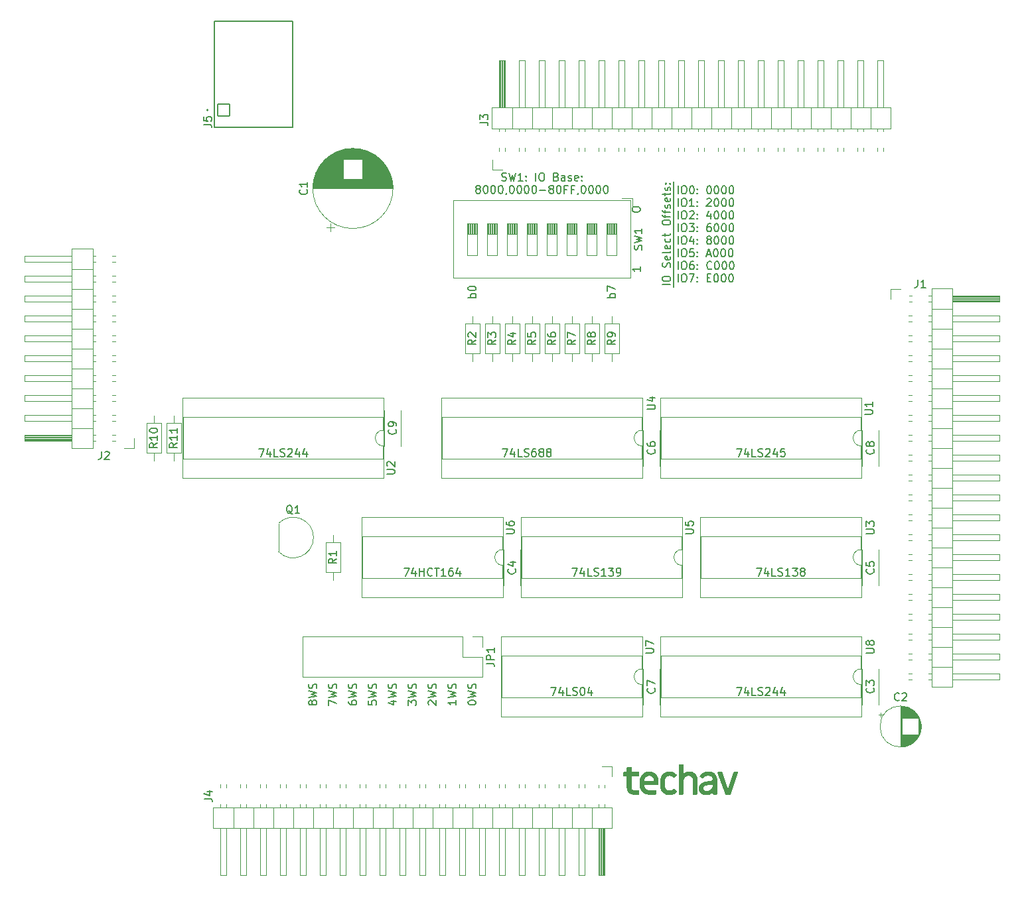
<source format=gto>
G04 #@! TF.GenerationSoftware,KiCad,Pcbnew,8.0.4*
G04 #@! TF.CreationDate,2024-09-22T21:38:39-05:00*
G04 #@! TF.ProjectId,Exp8b,45787038-622e-46b6-9963-61645f706362,rev?*
G04 #@! TF.SameCoordinates,Original*
G04 #@! TF.FileFunction,Legend,Top*
G04 #@! TF.FilePolarity,Positive*
%FSLAX46Y46*%
G04 Gerber Fmt 4.6, Leading zero omitted, Abs format (unit mm)*
G04 Created by KiCad (PCBNEW 8.0.4) date 2024-09-22 21:38:39*
%MOMM*%
%LPD*%
G01*
G04 APERTURE LIST*
G04 Aperture macros list*
%AMRoundRect*
0 Rectangle with rounded corners*
0 $1 Rounding radius*
0 $2 $3 $4 $5 $6 $7 $8 $9 X,Y pos of 4 corners*
0 Add a 4 corners polygon primitive as box body*
4,1,4,$2,$3,$4,$5,$6,$7,$8,$9,$2,$3,0*
0 Add four circle primitives for the rounded corners*
1,1,$1+$1,$2,$3*
1,1,$1+$1,$4,$5*
1,1,$1+$1,$6,$7*
1,1,$1+$1,$8,$9*
0 Add four rect primitives between the rounded corners*
20,1,$1+$1,$2,$3,$4,$5,0*
20,1,$1+$1,$4,$5,$6,$7,0*
20,1,$1+$1,$6,$7,$8,$9,0*
20,1,$1+$1,$8,$9,$2,$3,0*%
G04 Aperture macros list end*
%ADD10C,0.000000*%
%ADD11C,0.150000*%
%ADD12C,0.120000*%
%ADD13C,0.127000*%
%ADD14C,0.200000*%
%ADD15C,0.800000*%
%ADD16C,6.400000*%
%ADD17R,1.600000X1.600000*%
%ADD18O,1.600000X1.600000*%
%ADD19C,1.400000*%
%ADD20O,1.400000X1.400000*%
%ADD21R,1.700000X1.700000*%
%ADD22O,1.700000X1.700000*%
%ADD23C,1.600000*%
%ADD24R,1.500000X1.050000*%
%ADD25O,1.500000X1.050000*%
%ADD26C,2.000000*%
%ADD27R,2.000000X2.000000*%
%ADD28RoundRect,0.102000X0.754000X0.754000X-0.754000X0.754000X-0.754000X-0.754000X0.754000X-0.754000X0*%
%ADD29C,1.712000*%
G04 APERTURE END LIST*
D10*
G36*
X121687196Y-135275975D02*
G01*
X121748814Y-135280622D01*
X121809508Y-135288277D01*
X121869206Y-135298867D01*
X121927831Y-135312318D01*
X121985311Y-135328557D01*
X122041571Y-135347510D01*
X122096536Y-135369104D01*
X122150131Y-135393265D01*
X122202283Y-135419920D01*
X122252917Y-135448995D01*
X122301958Y-135480417D01*
X122349333Y-135514113D01*
X122394966Y-135550008D01*
X122438783Y-135588030D01*
X122480711Y-135628104D01*
X122520673Y-135670158D01*
X122558597Y-135714118D01*
X122594408Y-135759911D01*
X122628031Y-135807462D01*
X122659391Y-135856699D01*
X122688415Y-135907548D01*
X122715028Y-135959935D01*
X122739156Y-136013787D01*
X122760723Y-136069031D01*
X122779657Y-136125593D01*
X122795881Y-136183400D01*
X122809323Y-136242378D01*
X122819907Y-136302453D01*
X122827560Y-136363552D01*
X122832205Y-136425602D01*
X122833771Y-136488529D01*
X122833771Y-136828889D01*
X122833490Y-136840243D01*
X122832657Y-136851434D01*
X122831284Y-136862451D01*
X122829385Y-136873280D01*
X122826973Y-136883908D01*
X122824060Y-136894321D01*
X122820659Y-136904508D01*
X122816784Y-136914455D01*
X122812448Y-136924149D01*
X122807664Y-136933577D01*
X122802444Y-136942726D01*
X122796802Y-136951583D01*
X122790750Y-136960135D01*
X122784303Y-136968368D01*
X122777472Y-136976271D01*
X122770271Y-136983829D01*
X122762712Y-136991030D01*
X122754810Y-136997861D01*
X122746576Y-137004309D01*
X122738025Y-137010360D01*
X122729168Y-137016002D01*
X122720019Y-137021222D01*
X122710591Y-137026007D01*
X122700897Y-137030343D01*
X122690950Y-137034218D01*
X122680763Y-137037618D01*
X122670349Y-137040531D01*
X122659721Y-137042944D01*
X122648892Y-137044843D01*
X122637876Y-137046215D01*
X122626684Y-137047048D01*
X122615331Y-137047329D01*
X121025291Y-137047329D01*
X121025291Y-137072729D01*
X121026074Y-137103501D01*
X121028395Y-137133877D01*
X121032219Y-137163819D01*
X121037505Y-137193290D01*
X121044216Y-137222251D01*
X121052315Y-137250664D01*
X121061762Y-137278492D01*
X121072519Y-137305695D01*
X121084549Y-137332236D01*
X121097814Y-137358076D01*
X121112274Y-137383178D01*
X121127893Y-137407503D01*
X121144632Y-137431014D01*
X121162452Y-137453671D01*
X121181316Y-137475437D01*
X121201186Y-137496274D01*
X121222023Y-137516144D01*
X121243789Y-137535008D01*
X121266447Y-137552828D01*
X121289957Y-137569567D01*
X121314282Y-137585186D01*
X121339384Y-137599647D01*
X121365225Y-137612911D01*
X121391765Y-137624941D01*
X121418969Y-137635699D01*
X121446796Y-137645146D01*
X121475209Y-137653244D01*
X121504170Y-137659955D01*
X121533641Y-137665242D01*
X121563584Y-137669065D01*
X121593960Y-137671387D01*
X121624731Y-137672169D01*
X122432451Y-137672169D01*
X122438121Y-137672302D01*
X122443695Y-137672698D01*
X122449169Y-137673350D01*
X122454537Y-137674253D01*
X122459794Y-137675402D01*
X122464933Y-137676790D01*
X122469949Y-137678413D01*
X122474837Y-137680265D01*
X122479591Y-137682341D01*
X122484206Y-137684634D01*
X122488676Y-137687138D01*
X122492994Y-137689850D01*
X122497157Y-137692762D01*
X122501158Y-137695870D01*
X122504991Y-137699168D01*
X122508651Y-137702649D01*
X122512133Y-137706309D01*
X122515430Y-137710143D01*
X122518538Y-137714143D01*
X122521450Y-137718306D01*
X122524162Y-137722625D01*
X122526667Y-137727094D01*
X122528960Y-137731709D01*
X122531035Y-137736463D01*
X122532887Y-137741351D01*
X122534510Y-137746367D01*
X122535899Y-137751507D01*
X122537047Y-137756763D01*
X122537951Y-137762131D01*
X122538603Y-137767605D01*
X122538998Y-137773180D01*
X122539131Y-137778849D01*
X122539131Y-138144609D01*
X122538998Y-138150279D01*
X122538603Y-138155853D01*
X122537951Y-138161327D01*
X122537047Y-138166695D01*
X122535899Y-138171952D01*
X122534510Y-138177091D01*
X122532887Y-138182107D01*
X122531035Y-138186995D01*
X122528960Y-138191750D01*
X122526667Y-138196364D01*
X122524162Y-138200834D01*
X122521450Y-138205152D01*
X122518538Y-138209315D01*
X122515430Y-138213316D01*
X122512133Y-138217149D01*
X122508651Y-138220809D01*
X122504991Y-138224291D01*
X122501158Y-138227588D01*
X122497157Y-138230696D01*
X122492994Y-138233608D01*
X122488676Y-138236320D01*
X122484206Y-138238825D01*
X122479591Y-138241118D01*
X122474837Y-138243193D01*
X122469949Y-138245045D01*
X122464933Y-138246668D01*
X122459794Y-138248057D01*
X122454537Y-138249205D01*
X122449169Y-138250109D01*
X122443695Y-138250761D01*
X122438121Y-138251156D01*
X122432451Y-138251289D01*
X121624731Y-138251289D01*
X121562265Y-138249724D01*
X121500648Y-138245077D01*
X121439953Y-138237422D01*
X121380256Y-138226832D01*
X121321630Y-138213381D01*
X121264150Y-138197142D01*
X121207890Y-138178189D01*
X121152926Y-138156595D01*
X121099330Y-138132434D01*
X121047178Y-138105779D01*
X120996545Y-138076704D01*
X120947503Y-138045282D01*
X120900129Y-138011586D01*
X120854496Y-137975691D01*
X120810678Y-137937669D01*
X120768751Y-137897594D01*
X120728788Y-137855540D01*
X120690864Y-137811580D01*
X120655054Y-137765788D01*
X120621431Y-137718237D01*
X120590070Y-137669000D01*
X120561046Y-137618151D01*
X120534433Y-137565764D01*
X120510306Y-137511911D01*
X120488738Y-137456667D01*
X120469805Y-137400105D01*
X120453580Y-137342299D01*
X120440138Y-137283321D01*
X120429554Y-137223246D01*
X120421902Y-137162147D01*
X120417256Y-137100097D01*
X120415691Y-137037169D01*
X120415691Y-136498689D01*
X121025292Y-136498689D01*
X122224171Y-136498689D01*
X122224171Y-136452969D01*
X122223389Y-136422198D01*
X122221067Y-136391822D01*
X122217244Y-136361879D01*
X122211957Y-136332408D01*
X122205246Y-136303447D01*
X122197148Y-136275034D01*
X122187701Y-136247207D01*
X122176943Y-136220004D01*
X122164913Y-136193463D01*
X122151649Y-136167622D01*
X122137188Y-136142520D01*
X122121569Y-136118195D01*
X122104830Y-136094685D01*
X122087010Y-136072028D01*
X122068146Y-136050261D01*
X122048276Y-136029424D01*
X122027439Y-136009555D01*
X122005673Y-135990690D01*
X121983016Y-135972870D01*
X121959505Y-135956131D01*
X121935180Y-135940513D01*
X121910078Y-135926052D01*
X121884238Y-135912787D01*
X121857697Y-135900757D01*
X121830494Y-135890000D01*
X121802666Y-135880553D01*
X121774253Y-135872454D01*
X121745292Y-135865743D01*
X121715821Y-135860457D01*
X121685879Y-135856634D01*
X121655503Y-135854312D01*
X121624731Y-135853529D01*
X121593960Y-135854312D01*
X121563584Y-135856634D01*
X121533642Y-135860457D01*
X121504171Y-135865743D01*
X121475210Y-135872454D01*
X121446796Y-135880553D01*
X121418969Y-135890000D01*
X121391766Y-135900757D01*
X121365225Y-135912787D01*
X121339385Y-135926052D01*
X121314283Y-135940513D01*
X121289957Y-135956131D01*
X121266447Y-135972870D01*
X121243790Y-135990690D01*
X121222024Y-136009555D01*
X121201186Y-136029424D01*
X121181317Y-136050261D01*
X121162453Y-136072028D01*
X121144632Y-136094685D01*
X121127894Y-136118195D01*
X121112275Y-136142520D01*
X121097814Y-136167622D01*
X121084550Y-136193463D01*
X121072520Y-136220004D01*
X121061762Y-136247207D01*
X121052315Y-136275034D01*
X121044217Y-136303447D01*
X121037505Y-136332408D01*
X121032219Y-136361879D01*
X121028396Y-136391822D01*
X121026074Y-136422198D01*
X121025292Y-136452969D01*
X121025292Y-136498689D01*
X120415691Y-136498689D01*
X120415691Y-136488529D01*
X120416575Y-136452969D01*
X120417256Y-136425602D01*
X120421902Y-136363552D01*
X120429554Y-136302453D01*
X120440138Y-136242378D01*
X120453580Y-136183400D01*
X120469805Y-136125593D01*
X120488738Y-136069031D01*
X120510306Y-136013787D01*
X120534433Y-135959935D01*
X120561046Y-135907548D01*
X120590070Y-135856699D01*
X120621431Y-135807462D01*
X120655054Y-135759911D01*
X120690864Y-135714118D01*
X120728788Y-135670158D01*
X120768751Y-135628104D01*
X120810678Y-135588030D01*
X120854496Y-135550008D01*
X120900129Y-135514113D01*
X120947503Y-135480417D01*
X120996545Y-135448995D01*
X121047178Y-135419920D01*
X121099330Y-135393265D01*
X121152926Y-135369104D01*
X121207890Y-135347510D01*
X121264150Y-135328557D01*
X121321630Y-135312318D01*
X121380256Y-135298867D01*
X121439953Y-135288277D01*
X121500648Y-135280622D01*
X121562265Y-135275975D01*
X121624731Y-135274409D01*
X121687196Y-135275975D01*
G37*
D11*
X124714000Y-59944000D02*
X124714000Y-73406000D01*
D10*
G36*
X130843949Y-135340583D02*
G01*
X130850521Y-135340979D01*
X130857022Y-135341634D01*
X130863447Y-135342543D01*
X130869789Y-135343701D01*
X130876045Y-135345104D01*
X130882207Y-135346747D01*
X130888271Y-135348625D01*
X130894231Y-135350734D01*
X130900081Y-135353069D01*
X130905815Y-135355625D01*
X130911429Y-135358398D01*
X130916916Y-135361383D01*
X130922271Y-135364576D01*
X130927488Y-135367971D01*
X130932562Y-135371564D01*
X130937487Y-135375351D01*
X130942258Y-135379327D01*
X130946869Y-135383487D01*
X130951314Y-135387826D01*
X130955588Y-135392341D01*
X130959686Y-135397025D01*
X130963601Y-135401875D01*
X130967328Y-135406886D01*
X130970862Y-135412054D01*
X130974196Y-135417372D01*
X130977326Y-135422838D01*
X130980246Y-135428446D01*
X130982950Y-135434192D01*
X130985433Y-135440071D01*
X130987688Y-135446078D01*
X130989712Y-135452209D01*
X131675512Y-137494369D01*
X132361312Y-135452209D01*
X132365591Y-135440071D01*
X132370778Y-135428446D01*
X132376827Y-135417372D01*
X132383696Y-135406886D01*
X132391338Y-135397025D01*
X132399710Y-135387826D01*
X132408766Y-135379327D01*
X132418462Y-135371564D01*
X132428754Y-135364575D01*
X132439596Y-135358398D01*
X132450944Y-135353069D01*
X132462754Y-135348625D01*
X132474980Y-135345104D01*
X132487578Y-135342543D01*
X132500504Y-135340979D01*
X132507075Y-135340582D01*
X132513712Y-135340449D01*
X132843912Y-135340449D01*
X132850981Y-135340597D01*
X132857896Y-135341036D01*
X132864653Y-135341759D01*
X132871247Y-135342761D01*
X132877674Y-135344034D01*
X132883929Y-135345573D01*
X132890007Y-135347370D01*
X132895903Y-135349419D01*
X132901614Y-135351713D01*
X132907134Y-135354247D01*
X132912458Y-135357013D01*
X132917583Y-135360005D01*
X132922503Y-135363217D01*
X132927213Y-135366642D01*
X132931710Y-135370273D01*
X132935988Y-135374104D01*
X132940043Y-135378129D01*
X132943870Y-135382341D01*
X132947464Y-135386733D01*
X132950821Y-135391299D01*
X132953936Y-135396032D01*
X132956805Y-135400927D01*
X132959423Y-135405976D01*
X132961785Y-135411172D01*
X132963886Y-135416510D01*
X132965722Y-135421983D01*
X132967289Y-135427585D01*
X132968581Y-135433308D01*
X132969594Y-135439147D01*
X132970324Y-135445094D01*
X132970765Y-135451144D01*
X132970913Y-135457289D01*
X132970855Y-135460147D01*
X132970685Y-135463004D01*
X132970411Y-135465862D01*
X132970040Y-135468719D01*
X132969580Y-135471577D01*
X132969038Y-135474434D01*
X132968421Y-135477292D01*
X132967738Y-135480149D01*
X132966200Y-135485864D01*
X132964484Y-135491579D01*
X132960754Y-135503009D01*
X132020954Y-138175089D01*
X132015781Y-138187227D01*
X132009812Y-138198852D01*
X132003084Y-138209926D01*
X131995633Y-138220412D01*
X131987499Y-138230273D01*
X131978717Y-138239472D01*
X131969324Y-138247971D01*
X131959359Y-138255734D01*
X131948858Y-138262723D01*
X131937858Y-138268900D01*
X131926397Y-138274230D01*
X131914512Y-138278673D01*
X131902240Y-138282194D01*
X131889618Y-138284755D01*
X131876684Y-138286319D01*
X131870111Y-138286716D01*
X131863474Y-138286849D01*
X131462151Y-138281769D01*
X131448942Y-138281352D01*
X131442438Y-138280831D01*
X131436007Y-138280102D01*
X131429655Y-138279164D01*
X131423385Y-138278018D01*
X131417203Y-138276664D01*
X131411113Y-138275101D01*
X131405120Y-138273330D01*
X131399228Y-138271351D01*
X131393442Y-138269163D01*
X131387767Y-138266767D01*
X131382207Y-138264163D01*
X131376767Y-138261350D01*
X131371452Y-138258329D01*
X131366266Y-138255099D01*
X131361214Y-138251661D01*
X131356301Y-138248015D01*
X131351531Y-138244160D01*
X131346909Y-138240097D01*
X131342439Y-138235826D01*
X131338127Y-138231346D01*
X131333976Y-138226658D01*
X131329992Y-138221761D01*
X131326179Y-138216657D01*
X131322542Y-138211344D01*
X131319085Y-138205822D01*
X131315814Y-138200092D01*
X131312732Y-138194154D01*
X131309844Y-138188007D01*
X131307156Y-138181652D01*
X131304671Y-138175089D01*
X130364873Y-135503009D01*
X130361142Y-135491579D01*
X130359425Y-135485864D01*
X130357887Y-135480149D01*
X130357204Y-135477292D01*
X130356588Y-135474434D01*
X130356046Y-135471577D01*
X130355586Y-135468719D01*
X130355215Y-135465862D01*
X130354941Y-135463004D01*
X130354771Y-135460147D01*
X130354713Y-135457289D01*
X130354861Y-135451144D01*
X130355302Y-135445094D01*
X130356031Y-135439147D01*
X130357044Y-135433308D01*
X130358336Y-135427585D01*
X130359903Y-135421984D01*
X130361739Y-135416511D01*
X130363841Y-135411173D01*
X130366202Y-135405976D01*
X130368820Y-135400927D01*
X130371689Y-135396033D01*
X130374804Y-135391299D01*
X130378161Y-135386733D01*
X130381756Y-135382341D01*
X130385583Y-135378129D01*
X130389637Y-135374104D01*
X130393915Y-135370273D01*
X130398412Y-135366642D01*
X130403123Y-135363217D01*
X130408042Y-135360005D01*
X130413167Y-135357013D01*
X130418491Y-135354247D01*
X130424011Y-135351713D01*
X130429722Y-135349419D01*
X130435618Y-135347370D01*
X130441696Y-135345573D01*
X130447951Y-135344034D01*
X130454377Y-135342761D01*
X130460972Y-135341760D01*
X130467729Y-135341036D01*
X130474644Y-135340597D01*
X130481712Y-135340449D01*
X130837312Y-135340449D01*
X130843949Y-135340583D01*
G37*
G36*
X129239448Y-135275594D02*
G01*
X129300733Y-135279125D01*
X129360599Y-135284966D01*
X129419006Y-135293082D01*
X129475913Y-135303439D01*
X129531280Y-135315999D01*
X129585069Y-135330729D01*
X129637237Y-135347593D01*
X129687747Y-135366555D01*
X129736556Y-135387581D01*
X129783627Y-135410634D01*
X129828918Y-135435680D01*
X129872390Y-135462682D01*
X129914002Y-135491607D01*
X129953715Y-135522418D01*
X129991488Y-135555079D01*
X130027282Y-135589557D01*
X130061056Y-135625815D01*
X130092771Y-135663818D01*
X130122387Y-135703531D01*
X130149863Y-135744917D01*
X130175160Y-135787943D01*
X130198238Y-135832573D01*
X130219056Y-135878771D01*
X130237575Y-135926501D01*
X130253754Y-135975730D01*
X130267554Y-136026420D01*
X130278934Y-136078538D01*
X130287856Y-136132047D01*
X130294277Y-136186912D01*
X130298160Y-136243098D01*
X130299463Y-136300569D01*
X130299463Y-138144609D01*
X130299330Y-138150279D01*
X130298934Y-138155853D01*
X130298282Y-138161327D01*
X130297379Y-138166695D01*
X130296230Y-138171952D01*
X130294842Y-138177091D01*
X130293218Y-138182107D01*
X130291366Y-138186995D01*
X130289291Y-138191750D01*
X130286998Y-138196364D01*
X130284493Y-138200834D01*
X130281782Y-138205152D01*
X130278869Y-138209315D01*
X130275762Y-138213316D01*
X130272464Y-138217149D01*
X130268982Y-138220809D01*
X130265322Y-138224291D01*
X130261489Y-138227588D01*
X130257488Y-138230696D01*
X130253326Y-138233608D01*
X130249007Y-138236320D01*
X130244537Y-138238825D01*
X130239923Y-138241118D01*
X130235169Y-138243193D01*
X130230281Y-138245045D01*
X130225264Y-138246668D01*
X130220125Y-138248057D01*
X130214868Y-138249205D01*
X130209500Y-138250109D01*
X130204026Y-138250761D01*
X130198452Y-138251156D01*
X130192782Y-138251289D01*
X129847343Y-138251289D01*
X129841673Y-138251170D01*
X129836099Y-138250817D01*
X129830624Y-138250230D01*
X129825256Y-138249414D01*
X129820000Y-138248371D01*
X129814861Y-138247103D01*
X129809844Y-138245615D01*
X129804956Y-138243907D01*
X129800202Y-138241984D01*
X129795587Y-138239848D01*
X129791118Y-138237502D01*
X129786799Y-138234948D01*
X129782636Y-138232189D01*
X129778636Y-138229229D01*
X129774803Y-138226070D01*
X129771142Y-138222714D01*
X129767661Y-138219165D01*
X129764363Y-138215425D01*
X129761255Y-138211498D01*
X129758343Y-138207385D01*
X129755632Y-138203090D01*
X129753127Y-138198615D01*
X129750834Y-138193964D01*
X129748759Y-138189139D01*
X129746907Y-138184142D01*
X129745283Y-138178977D01*
X129743895Y-138173647D01*
X129742746Y-138168154D01*
X129741843Y-138162501D01*
X129741191Y-138156690D01*
X129740795Y-138150726D01*
X129740662Y-138144609D01*
X129740662Y-137946489D01*
X129696369Y-137991675D01*
X129651107Y-138033891D01*
X129604864Y-138073146D01*
X129557623Y-138109446D01*
X129509371Y-138142800D01*
X129460091Y-138173214D01*
X129409770Y-138200696D01*
X129358392Y-138225254D01*
X129305943Y-138246895D01*
X129252407Y-138265626D01*
X129197769Y-138281455D01*
X129142016Y-138294390D01*
X129085131Y-138304437D01*
X129027101Y-138311604D01*
X128967909Y-138315899D01*
X128907542Y-138317329D01*
X128907543Y-138317328D01*
X128854730Y-138316307D01*
X128802999Y-138313265D01*
X128752387Y-138308237D01*
X128702934Y-138301255D01*
X128654680Y-138292353D01*
X128607662Y-138281565D01*
X128561921Y-138268924D01*
X128517494Y-138254463D01*
X128474423Y-138238217D01*
X128432744Y-138220218D01*
X128392498Y-138200500D01*
X128353724Y-138179097D01*
X128316460Y-138156041D01*
X128280746Y-138131368D01*
X128246621Y-138105109D01*
X128214123Y-138077298D01*
X128183293Y-138047970D01*
X128154168Y-138017157D01*
X128126788Y-137984893D01*
X128101193Y-137951211D01*
X128077420Y-137916145D01*
X128055510Y-137879729D01*
X128035501Y-137841996D01*
X128017432Y-137802978D01*
X128001343Y-137762711D01*
X127987272Y-137721227D01*
X127975259Y-137678560D01*
X127965342Y-137634743D01*
X127957561Y-137589810D01*
X127951955Y-137543794D01*
X127948563Y-137496729D01*
X127947423Y-137448649D01*
X127947889Y-137428329D01*
X128526543Y-137428329D01*
X128527031Y-137447645D01*
X128528488Y-137466532D01*
X128530900Y-137484978D01*
X128534252Y-137502971D01*
X128538530Y-137520499D01*
X128543721Y-137537550D01*
X128549810Y-137554112D01*
X128556784Y-137570172D01*
X128564629Y-137585719D01*
X128573330Y-137600740D01*
X128582874Y-137615224D01*
X128593247Y-137629158D01*
X128604435Y-137642530D01*
X128616424Y-137655328D01*
X128629199Y-137667540D01*
X128642747Y-137679154D01*
X128657055Y-137690158D01*
X128672108Y-137700539D01*
X128687891Y-137710287D01*
X128704392Y-137719387D01*
X128721596Y-137727829D01*
X128739489Y-137735601D01*
X128758058Y-137742690D01*
X128777288Y-137749083D01*
X128797165Y-137754770D01*
X128817676Y-137759738D01*
X128860542Y-137767469D01*
X128905775Y-137772178D01*
X128953262Y-137773769D01*
X128990786Y-137772781D01*
X129028070Y-137769855D01*
X129065049Y-137765046D01*
X129101664Y-137758410D01*
X129137850Y-137750003D01*
X129173547Y-137739881D01*
X129208690Y-137728099D01*
X129243219Y-137714714D01*
X129277071Y-137699781D01*
X129310183Y-137683356D01*
X129342494Y-137665495D01*
X129373940Y-137646253D01*
X129404460Y-137625687D01*
X129433991Y-137603852D01*
X129462471Y-137580804D01*
X129489838Y-137556599D01*
X129516028Y-137531293D01*
X129540981Y-137504941D01*
X129564634Y-137477599D01*
X129586923Y-137449324D01*
X129607788Y-137420170D01*
X129627165Y-137390194D01*
X129644993Y-137359452D01*
X129661208Y-137327999D01*
X129675749Y-137295891D01*
X129688554Y-137263184D01*
X129699560Y-137229934D01*
X129708704Y-137196197D01*
X129715925Y-137162028D01*
X129721160Y-137127483D01*
X129724346Y-137092618D01*
X129725423Y-137057489D01*
X129725423Y-136955889D01*
X129526033Y-136984782D01*
X129299973Y-137015579D01*
X129091058Y-137044472D01*
X129006722Y-137057013D01*
X128943103Y-137067649D01*
X128892381Y-137077951D01*
X128844985Y-137089815D01*
X128822533Y-137096337D01*
X128800909Y-137103256D01*
X128780112Y-137110573D01*
X128760143Y-137118290D01*
X128741000Y-137126409D01*
X128722682Y-137134932D01*
X128705188Y-137143860D01*
X128688517Y-137153196D01*
X128672669Y-137162940D01*
X128657641Y-137173096D01*
X128643435Y-137183665D01*
X128630047Y-137194649D01*
X128617479Y-137206050D01*
X128605728Y-137217869D01*
X128594793Y-137230108D01*
X128584675Y-137242770D01*
X128575371Y-137255856D01*
X128566881Y-137269368D01*
X128559204Y-137283308D01*
X128552339Y-137297678D01*
X128546286Y-137312479D01*
X128541042Y-137327714D01*
X128536608Y-137343384D01*
X128532982Y-137359491D01*
X128530163Y-137376037D01*
X128528151Y-137393025D01*
X128526945Y-137410455D01*
X128526543Y-137428329D01*
X127947889Y-137428329D01*
X127948418Y-137405267D01*
X127951390Y-137362764D01*
X127956322Y-137321151D01*
X127963199Y-137280443D01*
X127972003Y-137240654D01*
X127982718Y-137201799D01*
X127995327Y-137163890D01*
X128009812Y-137126942D01*
X128026158Y-137090969D01*
X128044348Y-137055984D01*
X128064364Y-137022003D01*
X128086191Y-136989038D01*
X128109811Y-136957103D01*
X128135207Y-136926213D01*
X128162364Y-136896382D01*
X128191264Y-136867624D01*
X128221890Y-136839951D01*
X128254225Y-136813379D01*
X128288254Y-136787922D01*
X128323959Y-136763593D01*
X128400330Y-136718375D01*
X128483205Y-136677838D01*
X128572450Y-136642093D01*
X128667930Y-136611252D01*
X128769513Y-136585427D01*
X128877064Y-136564729D01*
X129214883Y-136519009D01*
X129399986Y-136493291D01*
X129472416Y-136482219D01*
X129522224Y-136473289D01*
X129545263Y-136468884D01*
X129566763Y-136463288D01*
X129576937Y-136460043D01*
X129586730Y-136456501D01*
X129596140Y-136452661D01*
X129605171Y-136448524D01*
X129613821Y-136444089D01*
X129622094Y-136439356D01*
X129629988Y-136434326D01*
X129637506Y-136428998D01*
X129644648Y-136423372D01*
X129651415Y-136417449D01*
X129657808Y-136411228D01*
X129663829Y-136404709D01*
X129669477Y-136397893D01*
X129674754Y-136390779D01*
X129679661Y-136383367D01*
X129684198Y-136375658D01*
X129688367Y-136367651D01*
X129692169Y-136359346D01*
X129695605Y-136350744D01*
X129698674Y-136341844D01*
X129701379Y-136332647D01*
X129703721Y-136323151D01*
X129705699Y-136313358D01*
X129707316Y-136303268D01*
X129708572Y-136292880D01*
X129709468Y-136282194D01*
X129710184Y-136259929D01*
X129709475Y-136235940D01*
X129707372Y-136212556D01*
X129703909Y-136189788D01*
X129699121Y-136167646D01*
X129693041Y-136146140D01*
X129685705Y-136125281D01*
X129677147Y-136105078D01*
X129667400Y-136085542D01*
X129656501Y-136066684D01*
X129644482Y-136048513D01*
X129631379Y-136031039D01*
X129617226Y-136014273D01*
X129602056Y-135998226D01*
X129585906Y-135982907D01*
X129568808Y-135968326D01*
X129550799Y-135954494D01*
X129531911Y-135941421D01*
X129512179Y-135929118D01*
X129470322Y-135906859D01*
X129425504Y-135887801D01*
X129377999Y-135872024D01*
X129328083Y-135859610D01*
X129276032Y-135850642D01*
X129222120Y-135845201D01*
X129166624Y-135843369D01*
X129116024Y-135844614D01*
X129067107Y-135848330D01*
X129043284Y-135851105D01*
X129019886Y-135854487D01*
X128996917Y-135858471D01*
X128974377Y-135863054D01*
X128952269Y-135868233D01*
X128930594Y-135874003D01*
X128909355Y-135880361D01*
X128888553Y-135887303D01*
X128868190Y-135894826D01*
X128848268Y-135902925D01*
X128828788Y-135911598D01*
X128809753Y-135920839D01*
X128791165Y-135930646D01*
X128773025Y-135941015D01*
X128755335Y-135951942D01*
X128738098Y-135963424D01*
X128721314Y-135975456D01*
X128704986Y-135988035D01*
X128689116Y-136001157D01*
X128673705Y-136014819D01*
X128658755Y-136029017D01*
X128644269Y-136043746D01*
X128630248Y-136059004D01*
X128616694Y-136074787D01*
X128603608Y-136091090D01*
X128590994Y-136107911D01*
X128578851Y-136125245D01*
X128567184Y-136143089D01*
X128562304Y-136150528D01*
X128557202Y-136157595D01*
X128551891Y-136164275D01*
X128546387Y-136170553D01*
X128540704Y-136176414D01*
X128534858Y-136181844D01*
X128528862Y-136186827D01*
X128522733Y-136191349D01*
X128516485Y-136195395D01*
X128510132Y-136198949D01*
X128503691Y-136201998D01*
X128497174Y-136204525D01*
X128490599Y-136206517D01*
X128483978Y-136207958D01*
X128480656Y-136208468D01*
X128477328Y-136208834D01*
X128473997Y-136209055D01*
X128470663Y-136209129D01*
X128465959Y-136209068D01*
X128461367Y-136208881D01*
X128456878Y-136208560D01*
X128452487Y-136208097D01*
X128448184Y-136207486D01*
X128443964Y-136206718D01*
X128439818Y-136205787D01*
X128435738Y-136204684D01*
X128431719Y-136203403D01*
X128427751Y-136201936D01*
X128423828Y-136200275D01*
X128419943Y-136198414D01*
X128416087Y-136196344D01*
X128412253Y-136194058D01*
X128408435Y-136191549D01*
X128404623Y-136188809D01*
X128120143Y-135995769D01*
X128114607Y-135991841D01*
X128109427Y-135987683D01*
X128104605Y-135983301D01*
X128100140Y-135978704D01*
X128096033Y-135973898D01*
X128092282Y-135968891D01*
X128088889Y-135963691D01*
X128085853Y-135958304D01*
X128083174Y-135952739D01*
X128080852Y-135947003D01*
X128078888Y-135941103D01*
X128077281Y-135935047D01*
X128076030Y-135928842D01*
X128075137Y-135922496D01*
X128074602Y-135916016D01*
X128074423Y-135909409D01*
X128074481Y-135906552D01*
X128074651Y-135903694D01*
X128074925Y-135900837D01*
X128075296Y-135897979D01*
X128075756Y-135895122D01*
X128076298Y-135892264D01*
X128076915Y-135889407D01*
X128077598Y-135886549D01*
X128079136Y-135880834D01*
X128080853Y-135875119D01*
X128084583Y-135863689D01*
X128124140Y-135795959D01*
X128168393Y-135731897D01*
X128217155Y-135671601D01*
X128270241Y-135615166D01*
X128327464Y-135562691D01*
X128388639Y-135514271D01*
X128453579Y-135470003D01*
X128522098Y-135429984D01*
X128594010Y-135394312D01*
X128669130Y-135363081D01*
X128747271Y-135336390D01*
X128828247Y-135314335D01*
X128911872Y-135297013D01*
X128997961Y-135284520D01*
X129086326Y-135276953D01*
X129176783Y-135274409D01*
X129239448Y-135275594D01*
G37*
G36*
X119278990Y-134685263D02*
G01*
X119284565Y-134685658D01*
X119290039Y-134686310D01*
X119295407Y-134687213D01*
X119300663Y-134688362D01*
X119305802Y-134689751D01*
X119310819Y-134691374D01*
X119315707Y-134693226D01*
X119320461Y-134695301D01*
X119325076Y-134697594D01*
X119329545Y-134700099D01*
X119333864Y-134702811D01*
X119338026Y-134705723D01*
X119342027Y-134708831D01*
X119345860Y-134712128D01*
X119349521Y-134715610D01*
X119353002Y-134719270D01*
X119356300Y-134723103D01*
X119359407Y-134727104D01*
X119362320Y-134731267D01*
X119365031Y-134735585D01*
X119367536Y-134740055D01*
X119369829Y-134744669D01*
X119371904Y-134749424D01*
X119373756Y-134754312D01*
X119375379Y-134759328D01*
X119376768Y-134764467D01*
X119377917Y-134769724D01*
X119378820Y-134775092D01*
X119379472Y-134780566D01*
X119379868Y-134786140D01*
X119380001Y-134791810D01*
X119380001Y-135340450D01*
X120238520Y-135340450D01*
X120244190Y-135340583D01*
X120249764Y-135340978D01*
X120255239Y-135341630D01*
X120260607Y-135342533D01*
X120265863Y-135343682D01*
X120271002Y-135345071D01*
X120276019Y-135346694D01*
X120280907Y-135348546D01*
X120285661Y-135350621D01*
X120290275Y-135352914D01*
X120294745Y-135355419D01*
X120299064Y-135358131D01*
X120303226Y-135361043D01*
X120307227Y-135364151D01*
X120311060Y-135367448D01*
X120314720Y-135370930D01*
X120318202Y-135374590D01*
X120321500Y-135378423D01*
X120324607Y-135382424D01*
X120327520Y-135386586D01*
X120330231Y-135390905D01*
X120332736Y-135395375D01*
X120335029Y-135399989D01*
X120337104Y-135404743D01*
X120338956Y-135409632D01*
X120340579Y-135414648D01*
X120341968Y-135419787D01*
X120343117Y-135425044D01*
X120344020Y-135430412D01*
X120344672Y-135435886D01*
X120345067Y-135441460D01*
X120345200Y-135447130D01*
X120345200Y-135807810D01*
X120345067Y-135813479D01*
X120344672Y-135819054D01*
X120344020Y-135824528D01*
X120343117Y-135829896D01*
X120341968Y-135835152D01*
X120340579Y-135840291D01*
X120338956Y-135845308D01*
X120337104Y-135850196D01*
X120335029Y-135854950D01*
X120332736Y-135859565D01*
X120330231Y-135864034D01*
X120327520Y-135868353D01*
X120324607Y-135872516D01*
X120321500Y-135876516D01*
X120318202Y-135880349D01*
X120314720Y-135884010D01*
X120311060Y-135887491D01*
X120307227Y-135890789D01*
X120303226Y-135893897D01*
X120299064Y-135896809D01*
X120294745Y-135899520D01*
X120290275Y-135902025D01*
X120285661Y-135904318D01*
X120280907Y-135906393D01*
X120276019Y-135908245D01*
X120271002Y-135909869D01*
X120265863Y-135911257D01*
X120260607Y-135912406D01*
X120255239Y-135913309D01*
X120249764Y-135913961D01*
X120244190Y-135914357D01*
X120238520Y-135914490D01*
X119380000Y-135914490D01*
X119380000Y-137341969D01*
X119380371Y-137360809D01*
X119381475Y-137379221D01*
X119383303Y-137397194D01*
X119385844Y-137414716D01*
X119389089Y-137431778D01*
X119393027Y-137448367D01*
X119397647Y-137464472D01*
X119402940Y-137480082D01*
X119408895Y-137495186D01*
X119415502Y-137509773D01*
X119422751Y-137523832D01*
X119430632Y-137537351D01*
X119439134Y-137550319D01*
X119448247Y-137562726D01*
X119457961Y-137574560D01*
X119468265Y-137585809D01*
X119479151Y-137596463D01*
X119490606Y-137606511D01*
X119502621Y-137615941D01*
X119515186Y-137624743D01*
X119528290Y-137632904D01*
X119541924Y-137640414D01*
X119556077Y-137647262D01*
X119570739Y-137653437D01*
X119585899Y-137658927D01*
X119601547Y-137663721D01*
X119617674Y-137667808D01*
X119634268Y-137671177D01*
X119651320Y-137673817D01*
X119668820Y-137675716D01*
X119686757Y-137676864D01*
X119705120Y-137677249D01*
X120238520Y-137682329D01*
X120244190Y-137682462D01*
X120249764Y-137682858D01*
X120255238Y-137683510D01*
X120260606Y-137684413D01*
X120265863Y-137685562D01*
X120271002Y-137686950D01*
X120276018Y-137688574D01*
X120280907Y-137690425D01*
X120285661Y-137692501D01*
X120290275Y-137694794D01*
X120294745Y-137697299D01*
X120299064Y-137700010D01*
X120303226Y-137702922D01*
X120307227Y-137706030D01*
X120311060Y-137709328D01*
X120314720Y-137712809D01*
X120318202Y-137716469D01*
X120321499Y-137720303D01*
X120324607Y-137724303D01*
X120327519Y-137728466D01*
X120330231Y-137732785D01*
X120332736Y-137737254D01*
X120335029Y-137741869D01*
X120337104Y-137746623D01*
X120338956Y-137751511D01*
X120340579Y-137756527D01*
X120341968Y-137761667D01*
X120343117Y-137766923D01*
X120344020Y-137772291D01*
X120344672Y-137777765D01*
X120345067Y-137783340D01*
X120345200Y-137789009D01*
X120345200Y-138144609D01*
X120345067Y-138150279D01*
X120344672Y-138155853D01*
X120344020Y-138161327D01*
X120343117Y-138166695D01*
X120341968Y-138171952D01*
X120340579Y-138177091D01*
X120338956Y-138182107D01*
X120337104Y-138186995D01*
X120335029Y-138191750D01*
X120332736Y-138196364D01*
X120330231Y-138200834D01*
X120327519Y-138205152D01*
X120324607Y-138209315D01*
X120321499Y-138213316D01*
X120318202Y-138217149D01*
X120314720Y-138220809D01*
X120311060Y-138224291D01*
X120307227Y-138227588D01*
X120303226Y-138230696D01*
X120299064Y-138233608D01*
X120294745Y-138236320D01*
X120290275Y-138238825D01*
X120285661Y-138241118D01*
X120280907Y-138243193D01*
X120276018Y-138245045D01*
X120271002Y-138246668D01*
X120265863Y-138248057D01*
X120260606Y-138249205D01*
X120255238Y-138250109D01*
X120249764Y-138250761D01*
X120244190Y-138251156D01*
X120238520Y-138251289D01*
X119659400Y-138251289D01*
X119610367Y-138250253D01*
X119562352Y-138247167D01*
X119515390Y-138242064D01*
X119469516Y-138234978D01*
X119424765Y-138225942D01*
X119381174Y-138214990D01*
X119338777Y-138202156D01*
X119297609Y-138187472D01*
X119257707Y-138170972D01*
X119219105Y-138152691D01*
X119181839Y-138132660D01*
X119145943Y-138110915D01*
X119111455Y-138087487D01*
X119078408Y-138062412D01*
X119046838Y-138035721D01*
X119016780Y-138007449D01*
X118988271Y-137977630D01*
X118961344Y-137946296D01*
X118936037Y-137913481D01*
X118912382Y-137879219D01*
X118890418Y-137843543D01*
X118870177Y-137806487D01*
X118851697Y-137768084D01*
X118835012Y-137728367D01*
X118820157Y-137687370D01*
X118807168Y-137645127D01*
X118796081Y-137601671D01*
X118786930Y-137557036D01*
X118779752Y-137511255D01*
X118774580Y-137464361D01*
X118771451Y-137416388D01*
X118770400Y-137367370D01*
X118770400Y-135909410D01*
X118419881Y-135909410D01*
X118414211Y-135909277D01*
X118408637Y-135908881D01*
X118403162Y-135908229D01*
X118397794Y-135907326D01*
X118392538Y-135906177D01*
X118387399Y-135904789D01*
X118382382Y-135903165D01*
X118377494Y-135901313D01*
X118372740Y-135899238D01*
X118368126Y-135896945D01*
X118363656Y-135894440D01*
X118359337Y-135891729D01*
X118355175Y-135888816D01*
X118351174Y-135885709D01*
X118347341Y-135882411D01*
X118343681Y-135878930D01*
X118340199Y-135875269D01*
X118336901Y-135871436D01*
X118333794Y-135867435D01*
X118330881Y-135863273D01*
X118328170Y-135858954D01*
X118325665Y-135854485D01*
X118323372Y-135849870D01*
X118321297Y-135845116D01*
X118319445Y-135840228D01*
X118317822Y-135835211D01*
X118316433Y-135830072D01*
X118315284Y-135824816D01*
X118314381Y-135819448D01*
X118313729Y-135813974D01*
X118313334Y-135808399D01*
X118313201Y-135802730D01*
X118313201Y-135447130D01*
X118313334Y-135441460D01*
X118313729Y-135435886D01*
X118314381Y-135430412D01*
X118315284Y-135425044D01*
X118316433Y-135419787D01*
X118317822Y-135414648D01*
X118319445Y-135409632D01*
X118321297Y-135404743D01*
X118323372Y-135399989D01*
X118325665Y-135395375D01*
X118328170Y-135390905D01*
X118330881Y-135386586D01*
X118333794Y-135382424D01*
X118336901Y-135378423D01*
X118340199Y-135374590D01*
X118343681Y-135370930D01*
X118347341Y-135367448D01*
X118351174Y-135364151D01*
X118355175Y-135361043D01*
X118359337Y-135358131D01*
X118363656Y-135355419D01*
X118368126Y-135352914D01*
X118372740Y-135350621D01*
X118377494Y-135348546D01*
X118382382Y-135346694D01*
X118387399Y-135345071D01*
X118392538Y-135343682D01*
X118397794Y-135342533D01*
X118403162Y-135341630D01*
X118408637Y-135340978D01*
X118414211Y-135340583D01*
X118419881Y-135340450D01*
X118770400Y-135340450D01*
X118770400Y-134791810D01*
X118770533Y-134786140D01*
X118770929Y-134780566D01*
X118771581Y-134775092D01*
X118772484Y-134769724D01*
X118773633Y-134764467D01*
X118775022Y-134759328D01*
X118776645Y-134754312D01*
X118778497Y-134749424D01*
X118780572Y-134744669D01*
X118782865Y-134740055D01*
X118785370Y-134735585D01*
X118788081Y-134731267D01*
X118790994Y-134727104D01*
X118794101Y-134723103D01*
X118797399Y-134719270D01*
X118800880Y-134715610D01*
X118804541Y-134712128D01*
X118808374Y-134708831D01*
X118812375Y-134705723D01*
X118816537Y-134702811D01*
X118820856Y-134700099D01*
X118825325Y-134697594D01*
X118829940Y-134695301D01*
X118834694Y-134693226D01*
X118839582Y-134691374D01*
X118844599Y-134689751D01*
X118849738Y-134688362D01*
X118854994Y-134687213D01*
X118860362Y-134686310D01*
X118865836Y-134685658D01*
X118871411Y-134685263D01*
X118877080Y-134685130D01*
X119273321Y-134685130D01*
X119278990Y-134685263D01*
G37*
G36*
X124288665Y-135276069D02*
G01*
X124351799Y-135281017D01*
X124414323Y-135289210D01*
X124476111Y-135300603D01*
X124537035Y-135315151D01*
X124596969Y-135332810D01*
X124655787Y-135353534D01*
X124713362Y-135377279D01*
X124769568Y-135404002D01*
X124824279Y-135433656D01*
X124877367Y-135466197D01*
X124928707Y-135501581D01*
X124978171Y-135539763D01*
X125025633Y-135580698D01*
X125070968Y-135624342D01*
X125114047Y-135670649D01*
X125118632Y-135675469D01*
X125122868Y-135680393D01*
X125126761Y-135685406D01*
X125130319Y-135690493D01*
X125133550Y-135695640D01*
X125136460Y-135700832D01*
X125139059Y-135706053D01*
X125141352Y-135711289D01*
X125143347Y-135716526D01*
X125145053Y-135721747D01*
X125146475Y-135726939D01*
X125147623Y-135732086D01*
X125148502Y-135737173D01*
X125149121Y-135742186D01*
X125149487Y-135747110D01*
X125149607Y-135751929D01*
X125149373Y-135758651D01*
X125148684Y-135765463D01*
X125147564Y-135772334D01*
X125146035Y-135779234D01*
X125144119Y-135786135D01*
X125141838Y-135793006D01*
X125139215Y-135799817D01*
X125136272Y-135806539D01*
X125133031Y-135813142D01*
X125129515Y-135819597D01*
X125125746Y-135825872D01*
X125121746Y-135831939D01*
X125117538Y-135837769D01*
X125113144Y-135843330D01*
X125108586Y-135848593D01*
X125103887Y-135853529D01*
X124885447Y-136071969D01*
X124880683Y-136076555D01*
X124875912Y-136080790D01*
X124871126Y-136084683D01*
X124866318Y-136088241D01*
X124861479Y-136091472D01*
X124856604Y-136094383D01*
X124851684Y-136096981D01*
X124846712Y-136099275D01*
X124841680Y-136101270D01*
X124836582Y-136102975D01*
X124831409Y-136104398D01*
X124826154Y-136105545D01*
X124820810Y-136106424D01*
X124815369Y-136107043D01*
X124809824Y-136107409D01*
X124804167Y-136107530D01*
X124798453Y-136107351D01*
X124792747Y-136106815D01*
X124787055Y-136105922D01*
X124781386Y-136104672D01*
X124775747Y-136103065D01*
X124770145Y-136101100D01*
X124764587Y-136098778D01*
X124759082Y-136096100D01*
X124753636Y-136093063D01*
X124748257Y-136089670D01*
X124742953Y-136085920D01*
X124737730Y-136081812D01*
X124732597Y-136077347D01*
X124727560Y-136072525D01*
X124722628Y-136067346D01*
X124717807Y-136061810D01*
X124693576Y-136038656D01*
X124668505Y-136016834D01*
X124642585Y-135996366D01*
X124615810Y-135977275D01*
X124588171Y-135959583D01*
X124559662Y-135943313D01*
X124530275Y-135928486D01*
X124500002Y-135915125D01*
X124468836Y-135903252D01*
X124436770Y-135892890D01*
X124403796Y-135884061D01*
X124369907Y-135876787D01*
X124335094Y-135871090D01*
X124299352Y-135866994D01*
X124262672Y-135864519D01*
X124225047Y-135863690D01*
X124194276Y-135864472D01*
X124163900Y-135866794D01*
X124133957Y-135870617D01*
X124104487Y-135875904D01*
X124075525Y-135882615D01*
X124047112Y-135890713D01*
X124019285Y-135900160D01*
X123992082Y-135910918D01*
X123965541Y-135922948D01*
X123939700Y-135936212D01*
X123914598Y-135950673D01*
X123890273Y-135966292D01*
X123866763Y-135983030D01*
X123844106Y-136000851D01*
X123822339Y-136019715D01*
X123801502Y-136039585D01*
X123781633Y-136060422D01*
X123762768Y-136082188D01*
X123744948Y-136104845D01*
X123728209Y-136128356D01*
X123712591Y-136152681D01*
X123698130Y-136177783D01*
X123684865Y-136203623D01*
X123672835Y-136230164D01*
X123662078Y-136257367D01*
X123652631Y-136285194D01*
X123644532Y-136313608D01*
X123637821Y-136342569D01*
X123632535Y-136372040D01*
X123628711Y-136401982D01*
X123626390Y-136432358D01*
X123625607Y-136463130D01*
X123625607Y-137128610D01*
X123626390Y-137159381D01*
X123628711Y-137189757D01*
X123632535Y-137219699D01*
X123637821Y-137249170D01*
X123644532Y-137278131D01*
X123652631Y-137306545D01*
X123662078Y-137334372D01*
X123672835Y-137361575D01*
X123684865Y-137388116D01*
X123698130Y-137413956D01*
X123712591Y-137439058D01*
X123728209Y-137463383D01*
X123744948Y-137486894D01*
X123762768Y-137509551D01*
X123781633Y-137531317D01*
X123801502Y-137552154D01*
X123822339Y-137572024D01*
X123844106Y-137590888D01*
X123866763Y-137608709D01*
X123890273Y-137625447D01*
X123914598Y-137641066D01*
X123939700Y-137655527D01*
X123965541Y-137668791D01*
X123992082Y-137680821D01*
X124019285Y-137691579D01*
X124047112Y-137701026D01*
X124075525Y-137709124D01*
X124104487Y-137715836D01*
X124133957Y-137721122D01*
X124163900Y-137724945D01*
X124194276Y-137727267D01*
X124225047Y-137728050D01*
X124262672Y-137727220D01*
X124299352Y-137724746D01*
X124335094Y-137720649D01*
X124369907Y-137714953D01*
X124403796Y-137707679D01*
X124436770Y-137698849D01*
X124468836Y-137688487D01*
X124500002Y-137676615D01*
X124530275Y-137663253D01*
X124559662Y-137648426D01*
X124588172Y-137632156D01*
X124615810Y-137614464D01*
X124642586Y-137595373D01*
X124668505Y-137574905D01*
X124693576Y-137553083D01*
X124717807Y-137529929D01*
X124722628Y-137524393D01*
X124727560Y-137519214D01*
X124732597Y-137514392D01*
X124737730Y-137509927D01*
X124742953Y-137505819D01*
X124748257Y-137502069D01*
X124753636Y-137498676D01*
X124759082Y-137495640D01*
X124764587Y-137492961D01*
X124770145Y-137490639D01*
X124775747Y-137488674D01*
X124781386Y-137487067D01*
X124787055Y-137485817D01*
X124792747Y-137484924D01*
X124798453Y-137484388D01*
X124804167Y-137484210D01*
X124809824Y-137484330D01*
X124815369Y-137484696D01*
X124820810Y-137485315D01*
X124826154Y-137486194D01*
X124831409Y-137487341D01*
X124836582Y-137488764D01*
X124841680Y-137490469D01*
X124846712Y-137492464D01*
X124851684Y-137494758D01*
X124856604Y-137497356D01*
X124861479Y-137500267D01*
X124866317Y-137503497D01*
X124871126Y-137507056D01*
X124875912Y-137510949D01*
X124880683Y-137515184D01*
X124885447Y-137519769D01*
X125103887Y-137738209D01*
X125108586Y-137743145D01*
X125113144Y-137748409D01*
X125117538Y-137753970D01*
X125121746Y-137759799D01*
X125125746Y-137765866D01*
X125129515Y-137772142D01*
X125133031Y-137778596D01*
X125136272Y-137785199D01*
X125139215Y-137791921D01*
X125141838Y-137798733D01*
X125144119Y-137805604D01*
X125146035Y-137812504D01*
X125147564Y-137819405D01*
X125148684Y-137826276D01*
X125149373Y-137833087D01*
X125149607Y-137839809D01*
X125149487Y-137844629D01*
X125149121Y-137849552D01*
X125148502Y-137854565D01*
X125147623Y-137859653D01*
X125146475Y-137864800D01*
X125145053Y-137869992D01*
X125143347Y-137875213D01*
X125141352Y-137880449D01*
X125139059Y-137885685D01*
X125136460Y-137890907D01*
X125133550Y-137896098D01*
X125130319Y-137901245D01*
X125126761Y-137906333D01*
X125122868Y-137911346D01*
X125118632Y-137916270D01*
X125114047Y-137921089D01*
X125070968Y-137967397D01*
X125025633Y-138011041D01*
X124978171Y-138051976D01*
X124928707Y-138090158D01*
X124877367Y-138125542D01*
X124824279Y-138158083D01*
X124769568Y-138187737D01*
X124713362Y-138214459D01*
X124655787Y-138238205D01*
X124596969Y-138258929D01*
X124537035Y-138276587D01*
X124476111Y-138291135D01*
X124414323Y-138302528D01*
X124351799Y-138310721D01*
X124288665Y-138315670D01*
X124225048Y-138317329D01*
X124162582Y-138315764D01*
X124100965Y-138311117D01*
X124040270Y-138303462D01*
X123980573Y-138292872D01*
X123921947Y-138279421D01*
X123864467Y-138263182D01*
X123808207Y-138244229D01*
X123753243Y-138222635D01*
X123699647Y-138198474D01*
X123647495Y-138171819D01*
X123596861Y-138142743D01*
X123547820Y-138111321D01*
X123500446Y-138077626D01*
X123454812Y-138041731D01*
X123410995Y-138003709D01*
X123369067Y-137963634D01*
X123329105Y-137921580D01*
X123291181Y-137877620D01*
X123255370Y-137831828D01*
X123221747Y-137784277D01*
X123190387Y-137735040D01*
X123161363Y-137684191D01*
X123134750Y-137631804D01*
X123110622Y-137577951D01*
X123089055Y-137522707D01*
X123070121Y-137466145D01*
X123053897Y-137408339D01*
X123040455Y-137349361D01*
X123029871Y-137289286D01*
X123022219Y-137228187D01*
X123017573Y-137166137D01*
X123016007Y-137103209D01*
X123016007Y-136488529D01*
X123017573Y-136425602D01*
X123022219Y-136363552D01*
X123029871Y-136302453D01*
X123040455Y-136242378D01*
X123053897Y-136183400D01*
X123070121Y-136125593D01*
X123089055Y-136069031D01*
X123110622Y-136013787D01*
X123134750Y-135959935D01*
X123161363Y-135907548D01*
X123190387Y-135856699D01*
X123221747Y-135807462D01*
X123255370Y-135759911D01*
X123291181Y-135714118D01*
X123329105Y-135670158D01*
X123369067Y-135628104D01*
X123410995Y-135588030D01*
X123454812Y-135550008D01*
X123500446Y-135514113D01*
X123547820Y-135480417D01*
X123596861Y-135448995D01*
X123647495Y-135419920D01*
X123699647Y-135393265D01*
X123753243Y-135369104D01*
X123808207Y-135347510D01*
X123864467Y-135328557D01*
X123921947Y-135312318D01*
X123980573Y-135298867D01*
X124040270Y-135288277D01*
X124100965Y-135280622D01*
X124162582Y-135275975D01*
X124225048Y-135274409D01*
X124288665Y-135276069D01*
G37*
G36*
X125911565Y-134360143D02*
G01*
X125917140Y-134360538D01*
X125922614Y-134361190D01*
X125927982Y-134362093D01*
X125933239Y-134363242D01*
X125938378Y-134364631D01*
X125943394Y-134366254D01*
X125948282Y-134368106D01*
X125953036Y-134370181D01*
X125957651Y-134372474D01*
X125962121Y-134374979D01*
X125966439Y-134377690D01*
X125970602Y-134380603D01*
X125974603Y-134383710D01*
X125978436Y-134387008D01*
X125982096Y-134390490D01*
X125985578Y-134394150D01*
X125988875Y-134397983D01*
X125991983Y-134401984D01*
X125994895Y-134406146D01*
X125997607Y-134410465D01*
X126000112Y-134414935D01*
X126002405Y-134419549D01*
X126004480Y-134424303D01*
X126006332Y-134429191D01*
X126007955Y-134434208D01*
X126009344Y-134439347D01*
X126010493Y-134444603D01*
X126011396Y-134449972D01*
X126012048Y-134455446D01*
X126012443Y-134461020D01*
X126012576Y-134466690D01*
X126012576Y-135589369D01*
X126049531Y-135554020D01*
X126087953Y-135520412D01*
X126127758Y-135488620D01*
X126168865Y-135458718D01*
X126211193Y-135430781D01*
X126254660Y-135404882D01*
X126299183Y-135381097D01*
X126344681Y-135359499D01*
X126391072Y-135340164D01*
X126438274Y-135323165D01*
X126486206Y-135308578D01*
X126534784Y-135296476D01*
X126583929Y-135286933D01*
X126633557Y-135280025D01*
X126683586Y-135275826D01*
X126733936Y-135274409D01*
X126792851Y-135275667D01*
X126850505Y-135279414D01*
X126906858Y-135285606D01*
X126961872Y-135294204D01*
X127015504Y-135305163D01*
X127067717Y-135318444D01*
X127118469Y-135334003D01*
X127167721Y-135351800D01*
X127215432Y-135371792D01*
X127261563Y-135393937D01*
X127306074Y-135418194D01*
X127348924Y-135444520D01*
X127390074Y-135472874D01*
X127429484Y-135503214D01*
X127467113Y-135535498D01*
X127502922Y-135569684D01*
X127536870Y-135605731D01*
X127568918Y-135643596D01*
X127599026Y-135683238D01*
X127627153Y-135724614D01*
X127653260Y-135767684D01*
X127677307Y-135812404D01*
X127699254Y-135858734D01*
X127719060Y-135906631D01*
X127736685Y-135956054D01*
X127752091Y-136006960D01*
X127765236Y-136059308D01*
X127776081Y-136113056D01*
X127784585Y-136168162D01*
X127790709Y-136224584D01*
X127794413Y-136282280D01*
X127795656Y-136341209D01*
X127795656Y-138144609D01*
X127795523Y-138150279D01*
X127795128Y-138155853D01*
X127794476Y-138161327D01*
X127793573Y-138166695D01*
X127792424Y-138171952D01*
X127791035Y-138177091D01*
X127789412Y-138182107D01*
X127787560Y-138186995D01*
X127785485Y-138191750D01*
X127783192Y-138196364D01*
X127780687Y-138200834D01*
X127777975Y-138205152D01*
X127775063Y-138209315D01*
X127771955Y-138213316D01*
X127768658Y-138217149D01*
X127765176Y-138220809D01*
X127761516Y-138224291D01*
X127757683Y-138227588D01*
X127753682Y-138230696D01*
X127749519Y-138233608D01*
X127745201Y-138236320D01*
X127740731Y-138238825D01*
X127736116Y-138241118D01*
X127731362Y-138243193D01*
X127726474Y-138245045D01*
X127721458Y-138246668D01*
X127716319Y-138248057D01*
X127711062Y-138249205D01*
X127705694Y-138250109D01*
X127700220Y-138250761D01*
X127694646Y-138251156D01*
X127688976Y-138251289D01*
X127292736Y-138251289D01*
X127287066Y-138251156D01*
X127281492Y-138250761D01*
X127276018Y-138250109D01*
X127270650Y-138249205D01*
X127265393Y-138248057D01*
X127260254Y-138246668D01*
X127255238Y-138245045D01*
X127250349Y-138243193D01*
X127245595Y-138241118D01*
X127240981Y-138238825D01*
X127236511Y-138236320D01*
X127232192Y-138233608D01*
X127228030Y-138230696D01*
X127224029Y-138227588D01*
X127220196Y-138224291D01*
X127216536Y-138220809D01*
X127213054Y-138217149D01*
X127209757Y-138213316D01*
X127206649Y-138209315D01*
X127203736Y-138205152D01*
X127201025Y-138200834D01*
X127198520Y-138196364D01*
X127196227Y-138191750D01*
X127194152Y-138186995D01*
X127192300Y-138182107D01*
X127190677Y-138177091D01*
X127189288Y-138171952D01*
X127188139Y-138166695D01*
X127187236Y-138161327D01*
X127186584Y-138155853D01*
X127186189Y-138150279D01*
X127186056Y-138144609D01*
X127186056Y-136417409D01*
X127185506Y-136384520D01*
X127183863Y-136352533D01*
X127181133Y-136321457D01*
X127177324Y-136291302D01*
X127172444Y-136262078D01*
X127166500Y-136233793D01*
X127159498Y-136206456D01*
X127151448Y-136180078D01*
X127142356Y-136154667D01*
X127132229Y-136130233D01*
X127121076Y-136106785D01*
X127108903Y-136084332D01*
X127095718Y-136062884D01*
X127081529Y-136042449D01*
X127066342Y-136023038D01*
X127050166Y-136004659D01*
X127033007Y-135987322D01*
X127014874Y-135971037D01*
X126995773Y-135955811D01*
X126975712Y-135941655D01*
X126954699Y-135928579D01*
X126932740Y-135916590D01*
X126909844Y-135905699D01*
X126886018Y-135895916D01*
X126861269Y-135887248D01*
X126835605Y-135879706D01*
X126809033Y-135873298D01*
X126781561Y-135868035D01*
X126753195Y-135863925D01*
X126723944Y-135860978D01*
X126693815Y-135859203D01*
X126662816Y-135858609D01*
X126625641Y-135859425D01*
X126589378Y-135861857D01*
X126554042Y-135865888D01*
X126519653Y-135871498D01*
X126486227Y-135878666D01*
X126453783Y-135887374D01*
X126422337Y-135897602D01*
X126391909Y-135909330D01*
X126362514Y-135922539D01*
X126334172Y-135937209D01*
X126306899Y-135953321D01*
X126280714Y-135970855D01*
X126255634Y-135989792D01*
X126231676Y-136010113D01*
X126208859Y-136031796D01*
X126187200Y-136054824D01*
X126166717Y-136079177D01*
X126147427Y-136104834D01*
X126129349Y-136131777D01*
X126112499Y-136159986D01*
X126096895Y-136189442D01*
X126082556Y-136220124D01*
X126069498Y-136252014D01*
X126057740Y-136285091D01*
X126047299Y-136319337D01*
X126038192Y-136354732D01*
X126030439Y-136391255D01*
X126024055Y-136428889D01*
X126019059Y-136467613D01*
X126015469Y-136507407D01*
X126013302Y-136548252D01*
X126012575Y-136590129D01*
X126012575Y-138144609D01*
X126012442Y-138150279D01*
X126012047Y-138155853D01*
X126011395Y-138161327D01*
X126010492Y-138166695D01*
X126009343Y-138171952D01*
X126007954Y-138177091D01*
X126006331Y-138182107D01*
X126004479Y-138186995D01*
X126002404Y-138191750D01*
X126000111Y-138196364D01*
X125997606Y-138200834D01*
X125994894Y-138205152D01*
X125991982Y-138209315D01*
X125988874Y-138213316D01*
X125985577Y-138217149D01*
X125982095Y-138220809D01*
X125978435Y-138224291D01*
X125974602Y-138227588D01*
X125970601Y-138230696D01*
X125966438Y-138233608D01*
X125962119Y-138236320D01*
X125957650Y-138238825D01*
X125953035Y-138241118D01*
X125948281Y-138243193D01*
X125943393Y-138245045D01*
X125938377Y-138246668D01*
X125933238Y-138248057D01*
X125927981Y-138249205D01*
X125922613Y-138250109D01*
X125917139Y-138250761D01*
X125911564Y-138251156D01*
X125905895Y-138251289D01*
X125509656Y-138251289D01*
X125503986Y-138251156D01*
X125498412Y-138250761D01*
X125492937Y-138250109D01*
X125487569Y-138249206D01*
X125482313Y-138248057D01*
X125477174Y-138246668D01*
X125472157Y-138245045D01*
X125467269Y-138243193D01*
X125462515Y-138241118D01*
X125457900Y-138238825D01*
X125453431Y-138236320D01*
X125449112Y-138233609D01*
X125444950Y-138230696D01*
X125440949Y-138227589D01*
X125437116Y-138224291D01*
X125433455Y-138220809D01*
X125429974Y-138217149D01*
X125426676Y-138213316D01*
X125423568Y-138209315D01*
X125420656Y-138205153D01*
X125417945Y-138200834D01*
X125415440Y-138196364D01*
X125413147Y-138191750D01*
X125411072Y-138186996D01*
X125409220Y-138182108D01*
X125407596Y-138177091D01*
X125406208Y-138171952D01*
X125405059Y-138166696D01*
X125404156Y-138161328D01*
X125403504Y-138155853D01*
X125403108Y-138150279D01*
X125402975Y-138144610D01*
X125402975Y-134466690D01*
X125403108Y-134461020D01*
X125403504Y-134455446D01*
X125404156Y-134449972D01*
X125405059Y-134444603D01*
X125406208Y-134439347D01*
X125407597Y-134434208D01*
X125409220Y-134429191D01*
X125411072Y-134424303D01*
X125413147Y-134419549D01*
X125415440Y-134414935D01*
X125417945Y-134410465D01*
X125420656Y-134406146D01*
X125423569Y-134401984D01*
X125426676Y-134397983D01*
X125429974Y-134394150D01*
X125433456Y-134390490D01*
X125437116Y-134387008D01*
X125440949Y-134383710D01*
X125444950Y-134380603D01*
X125449112Y-134377690D01*
X125453431Y-134374979D01*
X125457901Y-134372474D01*
X125462515Y-134370181D01*
X125467269Y-134368106D01*
X125472158Y-134366254D01*
X125477174Y-134364631D01*
X125482313Y-134363242D01*
X125487570Y-134362093D01*
X125492938Y-134361190D01*
X125498412Y-134360538D01*
X125503986Y-134360143D01*
X125509656Y-134360010D01*
X125905896Y-134360010D01*
X125911565Y-134360143D01*
G37*
D11*
X88688152Y-126304636D02*
X89354819Y-126304636D01*
X88307200Y-126542731D02*
X89021485Y-126780826D01*
X89021485Y-126780826D02*
X89021485Y-126161779D01*
X88354819Y-125876064D02*
X89354819Y-125637969D01*
X89354819Y-125637969D02*
X88640533Y-125447493D01*
X88640533Y-125447493D02*
X89354819Y-125257017D01*
X89354819Y-125257017D02*
X88354819Y-125018922D01*
X89307200Y-124685588D02*
X89354819Y-124542731D01*
X89354819Y-124542731D02*
X89354819Y-124304636D01*
X89354819Y-124304636D02*
X89307200Y-124209398D01*
X89307200Y-124209398D02*
X89259580Y-124161779D01*
X89259580Y-124161779D02*
X89164342Y-124114160D01*
X89164342Y-124114160D02*
X89069104Y-124114160D01*
X89069104Y-124114160D02*
X88973866Y-124161779D01*
X88973866Y-124161779D02*
X88926247Y-124209398D01*
X88926247Y-124209398D02*
X88878628Y-124304636D01*
X88878628Y-124304636D02*
X88831009Y-124495112D01*
X88831009Y-124495112D02*
X88783390Y-124590350D01*
X88783390Y-124590350D02*
X88735771Y-124637969D01*
X88735771Y-124637969D02*
X88640533Y-124685588D01*
X88640533Y-124685588D02*
X88545295Y-124685588D01*
X88545295Y-124685588D02*
X88450057Y-124637969D01*
X88450057Y-124637969D02*
X88402438Y-124590350D01*
X88402438Y-124590350D02*
X88354819Y-124495112D01*
X88354819Y-124495112D02*
X88354819Y-124257017D01*
X88354819Y-124257017D02*
X88402438Y-124114160D01*
X124329819Y-73127381D02*
X123329819Y-73127381D01*
X123329819Y-72460715D02*
X123329819Y-72270239D01*
X123329819Y-72270239D02*
X123377438Y-72175001D01*
X123377438Y-72175001D02*
X123472676Y-72079763D01*
X123472676Y-72079763D02*
X123663152Y-72032144D01*
X123663152Y-72032144D02*
X123996485Y-72032144D01*
X123996485Y-72032144D02*
X124186961Y-72079763D01*
X124186961Y-72079763D02*
X124282200Y-72175001D01*
X124282200Y-72175001D02*
X124329819Y-72270239D01*
X124329819Y-72270239D02*
X124329819Y-72460715D01*
X124329819Y-72460715D02*
X124282200Y-72555953D01*
X124282200Y-72555953D02*
X124186961Y-72651191D01*
X124186961Y-72651191D02*
X123996485Y-72698810D01*
X123996485Y-72698810D02*
X123663152Y-72698810D01*
X123663152Y-72698810D02*
X123472676Y-72651191D01*
X123472676Y-72651191D02*
X123377438Y-72555953D01*
X123377438Y-72555953D02*
X123329819Y-72460715D01*
X124282200Y-70889286D02*
X124329819Y-70746429D01*
X124329819Y-70746429D02*
X124329819Y-70508334D01*
X124329819Y-70508334D02*
X124282200Y-70413096D01*
X124282200Y-70413096D02*
X124234580Y-70365477D01*
X124234580Y-70365477D02*
X124139342Y-70317858D01*
X124139342Y-70317858D02*
X124044104Y-70317858D01*
X124044104Y-70317858D02*
X123948866Y-70365477D01*
X123948866Y-70365477D02*
X123901247Y-70413096D01*
X123901247Y-70413096D02*
X123853628Y-70508334D01*
X123853628Y-70508334D02*
X123806009Y-70698810D01*
X123806009Y-70698810D02*
X123758390Y-70794048D01*
X123758390Y-70794048D02*
X123710771Y-70841667D01*
X123710771Y-70841667D02*
X123615533Y-70889286D01*
X123615533Y-70889286D02*
X123520295Y-70889286D01*
X123520295Y-70889286D02*
X123425057Y-70841667D01*
X123425057Y-70841667D02*
X123377438Y-70794048D01*
X123377438Y-70794048D02*
X123329819Y-70698810D01*
X123329819Y-70698810D02*
X123329819Y-70460715D01*
X123329819Y-70460715D02*
X123377438Y-70317858D01*
X124282200Y-69508334D02*
X124329819Y-69603572D01*
X124329819Y-69603572D02*
X124329819Y-69794048D01*
X124329819Y-69794048D02*
X124282200Y-69889286D01*
X124282200Y-69889286D02*
X124186961Y-69936905D01*
X124186961Y-69936905D02*
X123806009Y-69936905D01*
X123806009Y-69936905D02*
X123710771Y-69889286D01*
X123710771Y-69889286D02*
X123663152Y-69794048D01*
X123663152Y-69794048D02*
X123663152Y-69603572D01*
X123663152Y-69603572D02*
X123710771Y-69508334D01*
X123710771Y-69508334D02*
X123806009Y-69460715D01*
X123806009Y-69460715D02*
X123901247Y-69460715D01*
X123901247Y-69460715D02*
X123996485Y-69936905D01*
X124329819Y-68889286D02*
X124282200Y-68984524D01*
X124282200Y-68984524D02*
X124186961Y-69032143D01*
X124186961Y-69032143D02*
X123329819Y-69032143D01*
X124282200Y-68127381D02*
X124329819Y-68222619D01*
X124329819Y-68222619D02*
X124329819Y-68413095D01*
X124329819Y-68413095D02*
X124282200Y-68508333D01*
X124282200Y-68508333D02*
X124186961Y-68555952D01*
X124186961Y-68555952D02*
X123806009Y-68555952D01*
X123806009Y-68555952D02*
X123710771Y-68508333D01*
X123710771Y-68508333D02*
X123663152Y-68413095D01*
X123663152Y-68413095D02*
X123663152Y-68222619D01*
X123663152Y-68222619D02*
X123710771Y-68127381D01*
X123710771Y-68127381D02*
X123806009Y-68079762D01*
X123806009Y-68079762D02*
X123901247Y-68079762D01*
X123901247Y-68079762D02*
X123996485Y-68555952D01*
X124282200Y-67222619D02*
X124329819Y-67317857D01*
X124329819Y-67317857D02*
X124329819Y-67508333D01*
X124329819Y-67508333D02*
X124282200Y-67603571D01*
X124282200Y-67603571D02*
X124234580Y-67651190D01*
X124234580Y-67651190D02*
X124139342Y-67698809D01*
X124139342Y-67698809D02*
X123853628Y-67698809D01*
X123853628Y-67698809D02*
X123758390Y-67651190D01*
X123758390Y-67651190D02*
X123710771Y-67603571D01*
X123710771Y-67603571D02*
X123663152Y-67508333D01*
X123663152Y-67508333D02*
X123663152Y-67317857D01*
X123663152Y-67317857D02*
X123710771Y-67222619D01*
X123663152Y-66936904D02*
X123663152Y-66555952D01*
X123329819Y-66794047D02*
X124186961Y-66794047D01*
X124186961Y-66794047D02*
X124282200Y-66746428D01*
X124282200Y-66746428D02*
X124329819Y-66651190D01*
X124329819Y-66651190D02*
X124329819Y-66555952D01*
X123329819Y-65270237D02*
X123329819Y-65079761D01*
X123329819Y-65079761D02*
X123377438Y-64984523D01*
X123377438Y-64984523D02*
X123472676Y-64889285D01*
X123472676Y-64889285D02*
X123663152Y-64841666D01*
X123663152Y-64841666D02*
X123996485Y-64841666D01*
X123996485Y-64841666D02*
X124186961Y-64889285D01*
X124186961Y-64889285D02*
X124282200Y-64984523D01*
X124282200Y-64984523D02*
X124329819Y-65079761D01*
X124329819Y-65079761D02*
X124329819Y-65270237D01*
X124329819Y-65270237D02*
X124282200Y-65365475D01*
X124282200Y-65365475D02*
X124186961Y-65460713D01*
X124186961Y-65460713D02*
X123996485Y-65508332D01*
X123996485Y-65508332D02*
X123663152Y-65508332D01*
X123663152Y-65508332D02*
X123472676Y-65460713D01*
X123472676Y-65460713D02*
X123377438Y-65365475D01*
X123377438Y-65365475D02*
X123329819Y-65270237D01*
X123663152Y-64555951D02*
X123663152Y-64174999D01*
X124329819Y-64413094D02*
X123472676Y-64413094D01*
X123472676Y-64413094D02*
X123377438Y-64365475D01*
X123377438Y-64365475D02*
X123329819Y-64270237D01*
X123329819Y-64270237D02*
X123329819Y-64174999D01*
X123663152Y-63984522D02*
X123663152Y-63603570D01*
X124329819Y-63841665D02*
X123472676Y-63841665D01*
X123472676Y-63841665D02*
X123377438Y-63794046D01*
X123377438Y-63794046D02*
X123329819Y-63698808D01*
X123329819Y-63698808D02*
X123329819Y-63603570D01*
X124282200Y-63317855D02*
X124329819Y-63222617D01*
X124329819Y-63222617D02*
X124329819Y-63032141D01*
X124329819Y-63032141D02*
X124282200Y-62936903D01*
X124282200Y-62936903D02*
X124186961Y-62889284D01*
X124186961Y-62889284D02*
X124139342Y-62889284D01*
X124139342Y-62889284D02*
X124044104Y-62936903D01*
X124044104Y-62936903D02*
X123996485Y-63032141D01*
X123996485Y-63032141D02*
X123996485Y-63174998D01*
X123996485Y-63174998D02*
X123948866Y-63270236D01*
X123948866Y-63270236D02*
X123853628Y-63317855D01*
X123853628Y-63317855D02*
X123806009Y-63317855D01*
X123806009Y-63317855D02*
X123710771Y-63270236D01*
X123710771Y-63270236D02*
X123663152Y-63174998D01*
X123663152Y-63174998D02*
X123663152Y-63032141D01*
X123663152Y-63032141D02*
X123710771Y-62936903D01*
X124282200Y-62079760D02*
X124329819Y-62174998D01*
X124329819Y-62174998D02*
X124329819Y-62365474D01*
X124329819Y-62365474D02*
X124282200Y-62460712D01*
X124282200Y-62460712D02*
X124186961Y-62508331D01*
X124186961Y-62508331D02*
X123806009Y-62508331D01*
X123806009Y-62508331D02*
X123710771Y-62460712D01*
X123710771Y-62460712D02*
X123663152Y-62365474D01*
X123663152Y-62365474D02*
X123663152Y-62174998D01*
X123663152Y-62174998D02*
X123710771Y-62079760D01*
X123710771Y-62079760D02*
X123806009Y-62032141D01*
X123806009Y-62032141D02*
X123901247Y-62032141D01*
X123901247Y-62032141D02*
X123996485Y-62508331D01*
X123663152Y-61746426D02*
X123663152Y-61365474D01*
X123329819Y-61603569D02*
X124186961Y-61603569D01*
X124186961Y-61603569D02*
X124282200Y-61555950D01*
X124282200Y-61555950D02*
X124329819Y-61460712D01*
X124329819Y-61460712D02*
X124329819Y-61365474D01*
X124282200Y-61079759D02*
X124329819Y-60984521D01*
X124329819Y-60984521D02*
X124329819Y-60794045D01*
X124329819Y-60794045D02*
X124282200Y-60698807D01*
X124282200Y-60698807D02*
X124186961Y-60651188D01*
X124186961Y-60651188D02*
X124139342Y-60651188D01*
X124139342Y-60651188D02*
X124044104Y-60698807D01*
X124044104Y-60698807D02*
X123996485Y-60794045D01*
X123996485Y-60794045D02*
X123996485Y-60936902D01*
X123996485Y-60936902D02*
X123948866Y-61032140D01*
X123948866Y-61032140D02*
X123853628Y-61079759D01*
X123853628Y-61079759D02*
X123806009Y-61079759D01*
X123806009Y-61079759D02*
X123710771Y-61032140D01*
X123710771Y-61032140D02*
X123663152Y-60936902D01*
X123663152Y-60936902D02*
X123663152Y-60794045D01*
X123663152Y-60794045D02*
X123710771Y-60698807D01*
X124234580Y-60222616D02*
X124282200Y-60174997D01*
X124282200Y-60174997D02*
X124329819Y-60222616D01*
X124329819Y-60222616D02*
X124282200Y-60270235D01*
X124282200Y-60270235D02*
X124234580Y-60222616D01*
X124234580Y-60222616D02*
X124329819Y-60222616D01*
X123710771Y-60222616D02*
X123758390Y-60174997D01*
X123758390Y-60174997D02*
X123806009Y-60222616D01*
X123806009Y-60222616D02*
X123758390Y-60270235D01*
X123758390Y-60270235D02*
X123710771Y-60222616D01*
X123710771Y-60222616D02*
X123806009Y-60222616D01*
X119469819Y-63595237D02*
X119469819Y-63404761D01*
X119469819Y-63404761D02*
X119517438Y-63309523D01*
X119517438Y-63309523D02*
X119612676Y-63214285D01*
X119612676Y-63214285D02*
X119803152Y-63166666D01*
X119803152Y-63166666D02*
X120136485Y-63166666D01*
X120136485Y-63166666D02*
X120326961Y-63214285D01*
X120326961Y-63214285D02*
X120422200Y-63309523D01*
X120422200Y-63309523D02*
X120469819Y-63404761D01*
X120469819Y-63404761D02*
X120469819Y-63595237D01*
X120469819Y-63595237D02*
X120422200Y-63690475D01*
X120422200Y-63690475D02*
X120326961Y-63785713D01*
X120326961Y-63785713D02*
X120136485Y-63833332D01*
X120136485Y-63833332D02*
X119803152Y-63833332D01*
X119803152Y-63833332D02*
X119612676Y-63785713D01*
X119612676Y-63785713D02*
X119517438Y-63690475D01*
X119517438Y-63690475D02*
X119469819Y-63595237D01*
X85814819Y-126257017D02*
X85814819Y-126733207D01*
X85814819Y-126733207D02*
X86291009Y-126780826D01*
X86291009Y-126780826D02*
X86243390Y-126733207D01*
X86243390Y-126733207D02*
X86195771Y-126637969D01*
X86195771Y-126637969D02*
X86195771Y-126399874D01*
X86195771Y-126399874D02*
X86243390Y-126304636D01*
X86243390Y-126304636D02*
X86291009Y-126257017D01*
X86291009Y-126257017D02*
X86386247Y-126209398D01*
X86386247Y-126209398D02*
X86624342Y-126209398D01*
X86624342Y-126209398D02*
X86719580Y-126257017D01*
X86719580Y-126257017D02*
X86767200Y-126304636D01*
X86767200Y-126304636D02*
X86814819Y-126399874D01*
X86814819Y-126399874D02*
X86814819Y-126637969D01*
X86814819Y-126637969D02*
X86767200Y-126733207D01*
X86767200Y-126733207D02*
X86719580Y-126780826D01*
X85814819Y-125876064D02*
X86814819Y-125637969D01*
X86814819Y-125637969D02*
X86100533Y-125447493D01*
X86100533Y-125447493D02*
X86814819Y-125257017D01*
X86814819Y-125257017D02*
X85814819Y-125018922D01*
X86767200Y-124685588D02*
X86814819Y-124542731D01*
X86814819Y-124542731D02*
X86814819Y-124304636D01*
X86814819Y-124304636D02*
X86767200Y-124209398D01*
X86767200Y-124209398D02*
X86719580Y-124161779D01*
X86719580Y-124161779D02*
X86624342Y-124114160D01*
X86624342Y-124114160D02*
X86529104Y-124114160D01*
X86529104Y-124114160D02*
X86433866Y-124161779D01*
X86433866Y-124161779D02*
X86386247Y-124209398D01*
X86386247Y-124209398D02*
X86338628Y-124304636D01*
X86338628Y-124304636D02*
X86291009Y-124495112D01*
X86291009Y-124495112D02*
X86243390Y-124590350D01*
X86243390Y-124590350D02*
X86195771Y-124637969D01*
X86195771Y-124637969D02*
X86100533Y-124685588D01*
X86100533Y-124685588D02*
X86005295Y-124685588D01*
X86005295Y-124685588D02*
X85910057Y-124637969D01*
X85910057Y-124637969D02*
X85862438Y-124590350D01*
X85862438Y-124590350D02*
X85814819Y-124495112D01*
X85814819Y-124495112D02*
X85814819Y-124257017D01*
X85814819Y-124257017D02*
X85862438Y-124114160D01*
X125304779Y-61495015D02*
X125304779Y-60495015D01*
X125971445Y-60495015D02*
X126161921Y-60495015D01*
X126161921Y-60495015D02*
X126257159Y-60542634D01*
X126257159Y-60542634D02*
X126352397Y-60637872D01*
X126352397Y-60637872D02*
X126400016Y-60828348D01*
X126400016Y-60828348D02*
X126400016Y-61161681D01*
X126400016Y-61161681D02*
X126352397Y-61352157D01*
X126352397Y-61352157D02*
X126257159Y-61447396D01*
X126257159Y-61447396D02*
X126161921Y-61495015D01*
X126161921Y-61495015D02*
X125971445Y-61495015D01*
X125971445Y-61495015D02*
X125876207Y-61447396D01*
X125876207Y-61447396D02*
X125780969Y-61352157D01*
X125780969Y-61352157D02*
X125733350Y-61161681D01*
X125733350Y-61161681D02*
X125733350Y-60828348D01*
X125733350Y-60828348D02*
X125780969Y-60637872D01*
X125780969Y-60637872D02*
X125876207Y-60542634D01*
X125876207Y-60542634D02*
X125971445Y-60495015D01*
X127019064Y-60495015D02*
X127114302Y-60495015D01*
X127114302Y-60495015D02*
X127209540Y-60542634D01*
X127209540Y-60542634D02*
X127257159Y-60590253D01*
X127257159Y-60590253D02*
X127304778Y-60685491D01*
X127304778Y-60685491D02*
X127352397Y-60875967D01*
X127352397Y-60875967D02*
X127352397Y-61114062D01*
X127352397Y-61114062D02*
X127304778Y-61304538D01*
X127304778Y-61304538D02*
X127257159Y-61399776D01*
X127257159Y-61399776D02*
X127209540Y-61447396D01*
X127209540Y-61447396D02*
X127114302Y-61495015D01*
X127114302Y-61495015D02*
X127019064Y-61495015D01*
X127019064Y-61495015D02*
X126923826Y-61447396D01*
X126923826Y-61447396D02*
X126876207Y-61399776D01*
X126876207Y-61399776D02*
X126828588Y-61304538D01*
X126828588Y-61304538D02*
X126780969Y-61114062D01*
X126780969Y-61114062D02*
X126780969Y-60875967D01*
X126780969Y-60875967D02*
X126828588Y-60685491D01*
X126828588Y-60685491D02*
X126876207Y-60590253D01*
X126876207Y-60590253D02*
X126923826Y-60542634D01*
X126923826Y-60542634D02*
X127019064Y-60495015D01*
X127780969Y-61399776D02*
X127828588Y-61447396D01*
X127828588Y-61447396D02*
X127780969Y-61495015D01*
X127780969Y-61495015D02*
X127733350Y-61447396D01*
X127733350Y-61447396D02*
X127780969Y-61399776D01*
X127780969Y-61399776D02*
X127780969Y-61495015D01*
X127780969Y-60875967D02*
X127828588Y-60923586D01*
X127828588Y-60923586D02*
X127780969Y-60971205D01*
X127780969Y-60971205D02*
X127733350Y-60923586D01*
X127733350Y-60923586D02*
X127780969Y-60875967D01*
X127780969Y-60875967D02*
X127780969Y-60971205D01*
X129209540Y-60495015D02*
X129304778Y-60495015D01*
X129304778Y-60495015D02*
X129400016Y-60542634D01*
X129400016Y-60542634D02*
X129447635Y-60590253D01*
X129447635Y-60590253D02*
X129495254Y-60685491D01*
X129495254Y-60685491D02*
X129542873Y-60875967D01*
X129542873Y-60875967D02*
X129542873Y-61114062D01*
X129542873Y-61114062D02*
X129495254Y-61304538D01*
X129495254Y-61304538D02*
X129447635Y-61399776D01*
X129447635Y-61399776D02*
X129400016Y-61447396D01*
X129400016Y-61447396D02*
X129304778Y-61495015D01*
X129304778Y-61495015D02*
X129209540Y-61495015D01*
X129209540Y-61495015D02*
X129114302Y-61447396D01*
X129114302Y-61447396D02*
X129066683Y-61399776D01*
X129066683Y-61399776D02*
X129019064Y-61304538D01*
X129019064Y-61304538D02*
X128971445Y-61114062D01*
X128971445Y-61114062D02*
X128971445Y-60875967D01*
X128971445Y-60875967D02*
X129019064Y-60685491D01*
X129019064Y-60685491D02*
X129066683Y-60590253D01*
X129066683Y-60590253D02*
X129114302Y-60542634D01*
X129114302Y-60542634D02*
X129209540Y-60495015D01*
X130161921Y-60495015D02*
X130257159Y-60495015D01*
X130257159Y-60495015D02*
X130352397Y-60542634D01*
X130352397Y-60542634D02*
X130400016Y-60590253D01*
X130400016Y-60590253D02*
X130447635Y-60685491D01*
X130447635Y-60685491D02*
X130495254Y-60875967D01*
X130495254Y-60875967D02*
X130495254Y-61114062D01*
X130495254Y-61114062D02*
X130447635Y-61304538D01*
X130447635Y-61304538D02*
X130400016Y-61399776D01*
X130400016Y-61399776D02*
X130352397Y-61447396D01*
X130352397Y-61447396D02*
X130257159Y-61495015D01*
X130257159Y-61495015D02*
X130161921Y-61495015D01*
X130161921Y-61495015D02*
X130066683Y-61447396D01*
X130066683Y-61447396D02*
X130019064Y-61399776D01*
X130019064Y-61399776D02*
X129971445Y-61304538D01*
X129971445Y-61304538D02*
X129923826Y-61114062D01*
X129923826Y-61114062D02*
X129923826Y-60875967D01*
X129923826Y-60875967D02*
X129971445Y-60685491D01*
X129971445Y-60685491D02*
X130019064Y-60590253D01*
X130019064Y-60590253D02*
X130066683Y-60542634D01*
X130066683Y-60542634D02*
X130161921Y-60495015D01*
X131114302Y-60495015D02*
X131209540Y-60495015D01*
X131209540Y-60495015D02*
X131304778Y-60542634D01*
X131304778Y-60542634D02*
X131352397Y-60590253D01*
X131352397Y-60590253D02*
X131400016Y-60685491D01*
X131400016Y-60685491D02*
X131447635Y-60875967D01*
X131447635Y-60875967D02*
X131447635Y-61114062D01*
X131447635Y-61114062D02*
X131400016Y-61304538D01*
X131400016Y-61304538D02*
X131352397Y-61399776D01*
X131352397Y-61399776D02*
X131304778Y-61447396D01*
X131304778Y-61447396D02*
X131209540Y-61495015D01*
X131209540Y-61495015D02*
X131114302Y-61495015D01*
X131114302Y-61495015D02*
X131019064Y-61447396D01*
X131019064Y-61447396D02*
X130971445Y-61399776D01*
X130971445Y-61399776D02*
X130923826Y-61304538D01*
X130923826Y-61304538D02*
X130876207Y-61114062D01*
X130876207Y-61114062D02*
X130876207Y-60875967D01*
X130876207Y-60875967D02*
X130923826Y-60685491D01*
X130923826Y-60685491D02*
X130971445Y-60590253D01*
X130971445Y-60590253D02*
X131019064Y-60542634D01*
X131019064Y-60542634D02*
X131114302Y-60495015D01*
X132066683Y-60495015D02*
X132161921Y-60495015D01*
X132161921Y-60495015D02*
X132257159Y-60542634D01*
X132257159Y-60542634D02*
X132304778Y-60590253D01*
X132304778Y-60590253D02*
X132352397Y-60685491D01*
X132352397Y-60685491D02*
X132400016Y-60875967D01*
X132400016Y-60875967D02*
X132400016Y-61114062D01*
X132400016Y-61114062D02*
X132352397Y-61304538D01*
X132352397Y-61304538D02*
X132304778Y-61399776D01*
X132304778Y-61399776D02*
X132257159Y-61447396D01*
X132257159Y-61447396D02*
X132161921Y-61495015D01*
X132161921Y-61495015D02*
X132066683Y-61495015D01*
X132066683Y-61495015D02*
X131971445Y-61447396D01*
X131971445Y-61447396D02*
X131923826Y-61399776D01*
X131923826Y-61399776D02*
X131876207Y-61304538D01*
X131876207Y-61304538D02*
X131828588Y-61114062D01*
X131828588Y-61114062D02*
X131828588Y-60875967D01*
X131828588Y-60875967D02*
X131876207Y-60685491D01*
X131876207Y-60685491D02*
X131923826Y-60590253D01*
X131923826Y-60590253D02*
X131971445Y-60542634D01*
X131971445Y-60542634D02*
X132066683Y-60495015D01*
X125304779Y-63104959D02*
X125304779Y-62104959D01*
X125971445Y-62104959D02*
X126161921Y-62104959D01*
X126161921Y-62104959D02*
X126257159Y-62152578D01*
X126257159Y-62152578D02*
X126352397Y-62247816D01*
X126352397Y-62247816D02*
X126400016Y-62438292D01*
X126400016Y-62438292D02*
X126400016Y-62771625D01*
X126400016Y-62771625D02*
X126352397Y-62962101D01*
X126352397Y-62962101D02*
X126257159Y-63057340D01*
X126257159Y-63057340D02*
X126161921Y-63104959D01*
X126161921Y-63104959D02*
X125971445Y-63104959D01*
X125971445Y-63104959D02*
X125876207Y-63057340D01*
X125876207Y-63057340D02*
X125780969Y-62962101D01*
X125780969Y-62962101D02*
X125733350Y-62771625D01*
X125733350Y-62771625D02*
X125733350Y-62438292D01*
X125733350Y-62438292D02*
X125780969Y-62247816D01*
X125780969Y-62247816D02*
X125876207Y-62152578D01*
X125876207Y-62152578D02*
X125971445Y-62104959D01*
X127352397Y-63104959D02*
X126780969Y-63104959D01*
X127066683Y-63104959D02*
X127066683Y-62104959D01*
X127066683Y-62104959D02*
X126971445Y-62247816D01*
X126971445Y-62247816D02*
X126876207Y-62343054D01*
X126876207Y-62343054D02*
X126780969Y-62390673D01*
X127780969Y-63009720D02*
X127828588Y-63057340D01*
X127828588Y-63057340D02*
X127780969Y-63104959D01*
X127780969Y-63104959D02*
X127733350Y-63057340D01*
X127733350Y-63057340D02*
X127780969Y-63009720D01*
X127780969Y-63009720D02*
X127780969Y-63104959D01*
X127780969Y-62485911D02*
X127828588Y-62533530D01*
X127828588Y-62533530D02*
X127780969Y-62581149D01*
X127780969Y-62581149D02*
X127733350Y-62533530D01*
X127733350Y-62533530D02*
X127780969Y-62485911D01*
X127780969Y-62485911D02*
X127780969Y-62581149D01*
X128971445Y-62200197D02*
X129019064Y-62152578D01*
X129019064Y-62152578D02*
X129114302Y-62104959D01*
X129114302Y-62104959D02*
X129352397Y-62104959D01*
X129352397Y-62104959D02*
X129447635Y-62152578D01*
X129447635Y-62152578D02*
X129495254Y-62200197D01*
X129495254Y-62200197D02*
X129542873Y-62295435D01*
X129542873Y-62295435D02*
X129542873Y-62390673D01*
X129542873Y-62390673D02*
X129495254Y-62533530D01*
X129495254Y-62533530D02*
X128923826Y-63104959D01*
X128923826Y-63104959D02*
X129542873Y-63104959D01*
X130161921Y-62104959D02*
X130257159Y-62104959D01*
X130257159Y-62104959D02*
X130352397Y-62152578D01*
X130352397Y-62152578D02*
X130400016Y-62200197D01*
X130400016Y-62200197D02*
X130447635Y-62295435D01*
X130447635Y-62295435D02*
X130495254Y-62485911D01*
X130495254Y-62485911D02*
X130495254Y-62724006D01*
X130495254Y-62724006D02*
X130447635Y-62914482D01*
X130447635Y-62914482D02*
X130400016Y-63009720D01*
X130400016Y-63009720D02*
X130352397Y-63057340D01*
X130352397Y-63057340D02*
X130257159Y-63104959D01*
X130257159Y-63104959D02*
X130161921Y-63104959D01*
X130161921Y-63104959D02*
X130066683Y-63057340D01*
X130066683Y-63057340D02*
X130019064Y-63009720D01*
X130019064Y-63009720D02*
X129971445Y-62914482D01*
X129971445Y-62914482D02*
X129923826Y-62724006D01*
X129923826Y-62724006D02*
X129923826Y-62485911D01*
X129923826Y-62485911D02*
X129971445Y-62295435D01*
X129971445Y-62295435D02*
X130019064Y-62200197D01*
X130019064Y-62200197D02*
X130066683Y-62152578D01*
X130066683Y-62152578D02*
X130161921Y-62104959D01*
X131114302Y-62104959D02*
X131209540Y-62104959D01*
X131209540Y-62104959D02*
X131304778Y-62152578D01*
X131304778Y-62152578D02*
X131352397Y-62200197D01*
X131352397Y-62200197D02*
X131400016Y-62295435D01*
X131400016Y-62295435D02*
X131447635Y-62485911D01*
X131447635Y-62485911D02*
X131447635Y-62724006D01*
X131447635Y-62724006D02*
X131400016Y-62914482D01*
X131400016Y-62914482D02*
X131352397Y-63009720D01*
X131352397Y-63009720D02*
X131304778Y-63057340D01*
X131304778Y-63057340D02*
X131209540Y-63104959D01*
X131209540Y-63104959D02*
X131114302Y-63104959D01*
X131114302Y-63104959D02*
X131019064Y-63057340D01*
X131019064Y-63057340D02*
X130971445Y-63009720D01*
X130971445Y-63009720D02*
X130923826Y-62914482D01*
X130923826Y-62914482D02*
X130876207Y-62724006D01*
X130876207Y-62724006D02*
X130876207Y-62485911D01*
X130876207Y-62485911D02*
X130923826Y-62295435D01*
X130923826Y-62295435D02*
X130971445Y-62200197D01*
X130971445Y-62200197D02*
X131019064Y-62152578D01*
X131019064Y-62152578D02*
X131114302Y-62104959D01*
X132066683Y-62104959D02*
X132161921Y-62104959D01*
X132161921Y-62104959D02*
X132257159Y-62152578D01*
X132257159Y-62152578D02*
X132304778Y-62200197D01*
X132304778Y-62200197D02*
X132352397Y-62295435D01*
X132352397Y-62295435D02*
X132400016Y-62485911D01*
X132400016Y-62485911D02*
X132400016Y-62724006D01*
X132400016Y-62724006D02*
X132352397Y-62914482D01*
X132352397Y-62914482D02*
X132304778Y-63009720D01*
X132304778Y-63009720D02*
X132257159Y-63057340D01*
X132257159Y-63057340D02*
X132161921Y-63104959D01*
X132161921Y-63104959D02*
X132066683Y-63104959D01*
X132066683Y-63104959D02*
X131971445Y-63057340D01*
X131971445Y-63057340D02*
X131923826Y-63009720D01*
X131923826Y-63009720D02*
X131876207Y-62914482D01*
X131876207Y-62914482D02*
X131828588Y-62724006D01*
X131828588Y-62724006D02*
X131828588Y-62485911D01*
X131828588Y-62485911D02*
X131876207Y-62295435D01*
X131876207Y-62295435D02*
X131923826Y-62200197D01*
X131923826Y-62200197D02*
X131971445Y-62152578D01*
X131971445Y-62152578D02*
X132066683Y-62104959D01*
X125304779Y-64714903D02*
X125304779Y-63714903D01*
X125971445Y-63714903D02*
X126161921Y-63714903D01*
X126161921Y-63714903D02*
X126257159Y-63762522D01*
X126257159Y-63762522D02*
X126352397Y-63857760D01*
X126352397Y-63857760D02*
X126400016Y-64048236D01*
X126400016Y-64048236D02*
X126400016Y-64381569D01*
X126400016Y-64381569D02*
X126352397Y-64572045D01*
X126352397Y-64572045D02*
X126257159Y-64667284D01*
X126257159Y-64667284D02*
X126161921Y-64714903D01*
X126161921Y-64714903D02*
X125971445Y-64714903D01*
X125971445Y-64714903D02*
X125876207Y-64667284D01*
X125876207Y-64667284D02*
X125780969Y-64572045D01*
X125780969Y-64572045D02*
X125733350Y-64381569D01*
X125733350Y-64381569D02*
X125733350Y-64048236D01*
X125733350Y-64048236D02*
X125780969Y-63857760D01*
X125780969Y-63857760D02*
X125876207Y-63762522D01*
X125876207Y-63762522D02*
X125971445Y-63714903D01*
X126780969Y-63810141D02*
X126828588Y-63762522D01*
X126828588Y-63762522D02*
X126923826Y-63714903D01*
X126923826Y-63714903D02*
X127161921Y-63714903D01*
X127161921Y-63714903D02*
X127257159Y-63762522D01*
X127257159Y-63762522D02*
X127304778Y-63810141D01*
X127304778Y-63810141D02*
X127352397Y-63905379D01*
X127352397Y-63905379D02*
X127352397Y-64000617D01*
X127352397Y-64000617D02*
X127304778Y-64143474D01*
X127304778Y-64143474D02*
X126733350Y-64714903D01*
X126733350Y-64714903D02*
X127352397Y-64714903D01*
X127780969Y-64619664D02*
X127828588Y-64667284D01*
X127828588Y-64667284D02*
X127780969Y-64714903D01*
X127780969Y-64714903D02*
X127733350Y-64667284D01*
X127733350Y-64667284D02*
X127780969Y-64619664D01*
X127780969Y-64619664D02*
X127780969Y-64714903D01*
X127780969Y-64095855D02*
X127828588Y-64143474D01*
X127828588Y-64143474D02*
X127780969Y-64191093D01*
X127780969Y-64191093D02*
X127733350Y-64143474D01*
X127733350Y-64143474D02*
X127780969Y-64095855D01*
X127780969Y-64095855D02*
X127780969Y-64191093D01*
X129447635Y-64048236D02*
X129447635Y-64714903D01*
X129209540Y-63667284D02*
X128971445Y-64381569D01*
X128971445Y-64381569D02*
X129590492Y-64381569D01*
X130161921Y-63714903D02*
X130257159Y-63714903D01*
X130257159Y-63714903D02*
X130352397Y-63762522D01*
X130352397Y-63762522D02*
X130400016Y-63810141D01*
X130400016Y-63810141D02*
X130447635Y-63905379D01*
X130447635Y-63905379D02*
X130495254Y-64095855D01*
X130495254Y-64095855D02*
X130495254Y-64333950D01*
X130495254Y-64333950D02*
X130447635Y-64524426D01*
X130447635Y-64524426D02*
X130400016Y-64619664D01*
X130400016Y-64619664D02*
X130352397Y-64667284D01*
X130352397Y-64667284D02*
X130257159Y-64714903D01*
X130257159Y-64714903D02*
X130161921Y-64714903D01*
X130161921Y-64714903D02*
X130066683Y-64667284D01*
X130066683Y-64667284D02*
X130019064Y-64619664D01*
X130019064Y-64619664D02*
X129971445Y-64524426D01*
X129971445Y-64524426D02*
X129923826Y-64333950D01*
X129923826Y-64333950D02*
X129923826Y-64095855D01*
X129923826Y-64095855D02*
X129971445Y-63905379D01*
X129971445Y-63905379D02*
X130019064Y-63810141D01*
X130019064Y-63810141D02*
X130066683Y-63762522D01*
X130066683Y-63762522D02*
X130161921Y-63714903D01*
X131114302Y-63714903D02*
X131209540Y-63714903D01*
X131209540Y-63714903D02*
X131304778Y-63762522D01*
X131304778Y-63762522D02*
X131352397Y-63810141D01*
X131352397Y-63810141D02*
X131400016Y-63905379D01*
X131400016Y-63905379D02*
X131447635Y-64095855D01*
X131447635Y-64095855D02*
X131447635Y-64333950D01*
X131447635Y-64333950D02*
X131400016Y-64524426D01*
X131400016Y-64524426D02*
X131352397Y-64619664D01*
X131352397Y-64619664D02*
X131304778Y-64667284D01*
X131304778Y-64667284D02*
X131209540Y-64714903D01*
X131209540Y-64714903D02*
X131114302Y-64714903D01*
X131114302Y-64714903D02*
X131019064Y-64667284D01*
X131019064Y-64667284D02*
X130971445Y-64619664D01*
X130971445Y-64619664D02*
X130923826Y-64524426D01*
X130923826Y-64524426D02*
X130876207Y-64333950D01*
X130876207Y-64333950D02*
X130876207Y-64095855D01*
X130876207Y-64095855D02*
X130923826Y-63905379D01*
X130923826Y-63905379D02*
X130971445Y-63810141D01*
X130971445Y-63810141D02*
X131019064Y-63762522D01*
X131019064Y-63762522D02*
X131114302Y-63714903D01*
X132066683Y-63714903D02*
X132161921Y-63714903D01*
X132161921Y-63714903D02*
X132257159Y-63762522D01*
X132257159Y-63762522D02*
X132304778Y-63810141D01*
X132304778Y-63810141D02*
X132352397Y-63905379D01*
X132352397Y-63905379D02*
X132400016Y-64095855D01*
X132400016Y-64095855D02*
X132400016Y-64333950D01*
X132400016Y-64333950D02*
X132352397Y-64524426D01*
X132352397Y-64524426D02*
X132304778Y-64619664D01*
X132304778Y-64619664D02*
X132257159Y-64667284D01*
X132257159Y-64667284D02*
X132161921Y-64714903D01*
X132161921Y-64714903D02*
X132066683Y-64714903D01*
X132066683Y-64714903D02*
X131971445Y-64667284D01*
X131971445Y-64667284D02*
X131923826Y-64619664D01*
X131923826Y-64619664D02*
X131876207Y-64524426D01*
X131876207Y-64524426D02*
X131828588Y-64333950D01*
X131828588Y-64333950D02*
X131828588Y-64095855D01*
X131828588Y-64095855D02*
X131876207Y-63905379D01*
X131876207Y-63905379D02*
X131923826Y-63810141D01*
X131923826Y-63810141D02*
X131971445Y-63762522D01*
X131971445Y-63762522D02*
X132066683Y-63714903D01*
X125304779Y-66324847D02*
X125304779Y-65324847D01*
X125971445Y-65324847D02*
X126161921Y-65324847D01*
X126161921Y-65324847D02*
X126257159Y-65372466D01*
X126257159Y-65372466D02*
X126352397Y-65467704D01*
X126352397Y-65467704D02*
X126400016Y-65658180D01*
X126400016Y-65658180D02*
X126400016Y-65991513D01*
X126400016Y-65991513D02*
X126352397Y-66181989D01*
X126352397Y-66181989D02*
X126257159Y-66277228D01*
X126257159Y-66277228D02*
X126161921Y-66324847D01*
X126161921Y-66324847D02*
X125971445Y-66324847D01*
X125971445Y-66324847D02*
X125876207Y-66277228D01*
X125876207Y-66277228D02*
X125780969Y-66181989D01*
X125780969Y-66181989D02*
X125733350Y-65991513D01*
X125733350Y-65991513D02*
X125733350Y-65658180D01*
X125733350Y-65658180D02*
X125780969Y-65467704D01*
X125780969Y-65467704D02*
X125876207Y-65372466D01*
X125876207Y-65372466D02*
X125971445Y-65324847D01*
X126733350Y-65324847D02*
X127352397Y-65324847D01*
X127352397Y-65324847D02*
X127019064Y-65705799D01*
X127019064Y-65705799D02*
X127161921Y-65705799D01*
X127161921Y-65705799D02*
X127257159Y-65753418D01*
X127257159Y-65753418D02*
X127304778Y-65801037D01*
X127304778Y-65801037D02*
X127352397Y-65896275D01*
X127352397Y-65896275D02*
X127352397Y-66134370D01*
X127352397Y-66134370D02*
X127304778Y-66229608D01*
X127304778Y-66229608D02*
X127257159Y-66277228D01*
X127257159Y-66277228D02*
X127161921Y-66324847D01*
X127161921Y-66324847D02*
X126876207Y-66324847D01*
X126876207Y-66324847D02*
X126780969Y-66277228D01*
X126780969Y-66277228D02*
X126733350Y-66229608D01*
X127780969Y-66229608D02*
X127828588Y-66277228D01*
X127828588Y-66277228D02*
X127780969Y-66324847D01*
X127780969Y-66324847D02*
X127733350Y-66277228D01*
X127733350Y-66277228D02*
X127780969Y-66229608D01*
X127780969Y-66229608D02*
X127780969Y-66324847D01*
X127780969Y-65705799D02*
X127828588Y-65753418D01*
X127828588Y-65753418D02*
X127780969Y-65801037D01*
X127780969Y-65801037D02*
X127733350Y-65753418D01*
X127733350Y-65753418D02*
X127780969Y-65705799D01*
X127780969Y-65705799D02*
X127780969Y-65801037D01*
X129447635Y-65324847D02*
X129257159Y-65324847D01*
X129257159Y-65324847D02*
X129161921Y-65372466D01*
X129161921Y-65372466D02*
X129114302Y-65420085D01*
X129114302Y-65420085D02*
X129019064Y-65562942D01*
X129019064Y-65562942D02*
X128971445Y-65753418D01*
X128971445Y-65753418D02*
X128971445Y-66134370D01*
X128971445Y-66134370D02*
X129019064Y-66229608D01*
X129019064Y-66229608D02*
X129066683Y-66277228D01*
X129066683Y-66277228D02*
X129161921Y-66324847D01*
X129161921Y-66324847D02*
X129352397Y-66324847D01*
X129352397Y-66324847D02*
X129447635Y-66277228D01*
X129447635Y-66277228D02*
X129495254Y-66229608D01*
X129495254Y-66229608D02*
X129542873Y-66134370D01*
X129542873Y-66134370D02*
X129542873Y-65896275D01*
X129542873Y-65896275D02*
X129495254Y-65801037D01*
X129495254Y-65801037D02*
X129447635Y-65753418D01*
X129447635Y-65753418D02*
X129352397Y-65705799D01*
X129352397Y-65705799D02*
X129161921Y-65705799D01*
X129161921Y-65705799D02*
X129066683Y-65753418D01*
X129066683Y-65753418D02*
X129019064Y-65801037D01*
X129019064Y-65801037D02*
X128971445Y-65896275D01*
X130161921Y-65324847D02*
X130257159Y-65324847D01*
X130257159Y-65324847D02*
X130352397Y-65372466D01*
X130352397Y-65372466D02*
X130400016Y-65420085D01*
X130400016Y-65420085D02*
X130447635Y-65515323D01*
X130447635Y-65515323D02*
X130495254Y-65705799D01*
X130495254Y-65705799D02*
X130495254Y-65943894D01*
X130495254Y-65943894D02*
X130447635Y-66134370D01*
X130447635Y-66134370D02*
X130400016Y-66229608D01*
X130400016Y-66229608D02*
X130352397Y-66277228D01*
X130352397Y-66277228D02*
X130257159Y-66324847D01*
X130257159Y-66324847D02*
X130161921Y-66324847D01*
X130161921Y-66324847D02*
X130066683Y-66277228D01*
X130066683Y-66277228D02*
X130019064Y-66229608D01*
X130019064Y-66229608D02*
X129971445Y-66134370D01*
X129971445Y-66134370D02*
X129923826Y-65943894D01*
X129923826Y-65943894D02*
X129923826Y-65705799D01*
X129923826Y-65705799D02*
X129971445Y-65515323D01*
X129971445Y-65515323D02*
X130019064Y-65420085D01*
X130019064Y-65420085D02*
X130066683Y-65372466D01*
X130066683Y-65372466D02*
X130161921Y-65324847D01*
X131114302Y-65324847D02*
X131209540Y-65324847D01*
X131209540Y-65324847D02*
X131304778Y-65372466D01*
X131304778Y-65372466D02*
X131352397Y-65420085D01*
X131352397Y-65420085D02*
X131400016Y-65515323D01*
X131400016Y-65515323D02*
X131447635Y-65705799D01*
X131447635Y-65705799D02*
X131447635Y-65943894D01*
X131447635Y-65943894D02*
X131400016Y-66134370D01*
X131400016Y-66134370D02*
X131352397Y-66229608D01*
X131352397Y-66229608D02*
X131304778Y-66277228D01*
X131304778Y-66277228D02*
X131209540Y-66324847D01*
X131209540Y-66324847D02*
X131114302Y-66324847D01*
X131114302Y-66324847D02*
X131019064Y-66277228D01*
X131019064Y-66277228D02*
X130971445Y-66229608D01*
X130971445Y-66229608D02*
X130923826Y-66134370D01*
X130923826Y-66134370D02*
X130876207Y-65943894D01*
X130876207Y-65943894D02*
X130876207Y-65705799D01*
X130876207Y-65705799D02*
X130923826Y-65515323D01*
X130923826Y-65515323D02*
X130971445Y-65420085D01*
X130971445Y-65420085D02*
X131019064Y-65372466D01*
X131019064Y-65372466D02*
X131114302Y-65324847D01*
X132066683Y-65324847D02*
X132161921Y-65324847D01*
X132161921Y-65324847D02*
X132257159Y-65372466D01*
X132257159Y-65372466D02*
X132304778Y-65420085D01*
X132304778Y-65420085D02*
X132352397Y-65515323D01*
X132352397Y-65515323D02*
X132400016Y-65705799D01*
X132400016Y-65705799D02*
X132400016Y-65943894D01*
X132400016Y-65943894D02*
X132352397Y-66134370D01*
X132352397Y-66134370D02*
X132304778Y-66229608D01*
X132304778Y-66229608D02*
X132257159Y-66277228D01*
X132257159Y-66277228D02*
X132161921Y-66324847D01*
X132161921Y-66324847D02*
X132066683Y-66324847D01*
X132066683Y-66324847D02*
X131971445Y-66277228D01*
X131971445Y-66277228D02*
X131923826Y-66229608D01*
X131923826Y-66229608D02*
X131876207Y-66134370D01*
X131876207Y-66134370D02*
X131828588Y-65943894D01*
X131828588Y-65943894D02*
X131828588Y-65705799D01*
X131828588Y-65705799D02*
X131876207Y-65515323D01*
X131876207Y-65515323D02*
X131923826Y-65420085D01*
X131923826Y-65420085D02*
X131971445Y-65372466D01*
X131971445Y-65372466D02*
X132066683Y-65324847D01*
X125304779Y-67934791D02*
X125304779Y-66934791D01*
X125971445Y-66934791D02*
X126161921Y-66934791D01*
X126161921Y-66934791D02*
X126257159Y-66982410D01*
X126257159Y-66982410D02*
X126352397Y-67077648D01*
X126352397Y-67077648D02*
X126400016Y-67268124D01*
X126400016Y-67268124D02*
X126400016Y-67601457D01*
X126400016Y-67601457D02*
X126352397Y-67791933D01*
X126352397Y-67791933D02*
X126257159Y-67887172D01*
X126257159Y-67887172D02*
X126161921Y-67934791D01*
X126161921Y-67934791D02*
X125971445Y-67934791D01*
X125971445Y-67934791D02*
X125876207Y-67887172D01*
X125876207Y-67887172D02*
X125780969Y-67791933D01*
X125780969Y-67791933D02*
X125733350Y-67601457D01*
X125733350Y-67601457D02*
X125733350Y-67268124D01*
X125733350Y-67268124D02*
X125780969Y-67077648D01*
X125780969Y-67077648D02*
X125876207Y-66982410D01*
X125876207Y-66982410D02*
X125971445Y-66934791D01*
X127257159Y-67268124D02*
X127257159Y-67934791D01*
X127019064Y-66887172D02*
X126780969Y-67601457D01*
X126780969Y-67601457D02*
X127400016Y-67601457D01*
X127780969Y-67839552D02*
X127828588Y-67887172D01*
X127828588Y-67887172D02*
X127780969Y-67934791D01*
X127780969Y-67934791D02*
X127733350Y-67887172D01*
X127733350Y-67887172D02*
X127780969Y-67839552D01*
X127780969Y-67839552D02*
X127780969Y-67934791D01*
X127780969Y-67315743D02*
X127828588Y-67363362D01*
X127828588Y-67363362D02*
X127780969Y-67410981D01*
X127780969Y-67410981D02*
X127733350Y-67363362D01*
X127733350Y-67363362D02*
X127780969Y-67315743D01*
X127780969Y-67315743D02*
X127780969Y-67410981D01*
X129161921Y-67363362D02*
X129066683Y-67315743D01*
X129066683Y-67315743D02*
X129019064Y-67268124D01*
X129019064Y-67268124D02*
X128971445Y-67172886D01*
X128971445Y-67172886D02*
X128971445Y-67125267D01*
X128971445Y-67125267D02*
X129019064Y-67030029D01*
X129019064Y-67030029D02*
X129066683Y-66982410D01*
X129066683Y-66982410D02*
X129161921Y-66934791D01*
X129161921Y-66934791D02*
X129352397Y-66934791D01*
X129352397Y-66934791D02*
X129447635Y-66982410D01*
X129447635Y-66982410D02*
X129495254Y-67030029D01*
X129495254Y-67030029D02*
X129542873Y-67125267D01*
X129542873Y-67125267D02*
X129542873Y-67172886D01*
X129542873Y-67172886D02*
X129495254Y-67268124D01*
X129495254Y-67268124D02*
X129447635Y-67315743D01*
X129447635Y-67315743D02*
X129352397Y-67363362D01*
X129352397Y-67363362D02*
X129161921Y-67363362D01*
X129161921Y-67363362D02*
X129066683Y-67410981D01*
X129066683Y-67410981D02*
X129019064Y-67458600D01*
X129019064Y-67458600D02*
X128971445Y-67553838D01*
X128971445Y-67553838D02*
X128971445Y-67744314D01*
X128971445Y-67744314D02*
X129019064Y-67839552D01*
X129019064Y-67839552D02*
X129066683Y-67887172D01*
X129066683Y-67887172D02*
X129161921Y-67934791D01*
X129161921Y-67934791D02*
X129352397Y-67934791D01*
X129352397Y-67934791D02*
X129447635Y-67887172D01*
X129447635Y-67887172D02*
X129495254Y-67839552D01*
X129495254Y-67839552D02*
X129542873Y-67744314D01*
X129542873Y-67744314D02*
X129542873Y-67553838D01*
X129542873Y-67553838D02*
X129495254Y-67458600D01*
X129495254Y-67458600D02*
X129447635Y-67410981D01*
X129447635Y-67410981D02*
X129352397Y-67363362D01*
X130161921Y-66934791D02*
X130257159Y-66934791D01*
X130257159Y-66934791D02*
X130352397Y-66982410D01*
X130352397Y-66982410D02*
X130400016Y-67030029D01*
X130400016Y-67030029D02*
X130447635Y-67125267D01*
X130447635Y-67125267D02*
X130495254Y-67315743D01*
X130495254Y-67315743D02*
X130495254Y-67553838D01*
X130495254Y-67553838D02*
X130447635Y-67744314D01*
X130447635Y-67744314D02*
X130400016Y-67839552D01*
X130400016Y-67839552D02*
X130352397Y-67887172D01*
X130352397Y-67887172D02*
X130257159Y-67934791D01*
X130257159Y-67934791D02*
X130161921Y-67934791D01*
X130161921Y-67934791D02*
X130066683Y-67887172D01*
X130066683Y-67887172D02*
X130019064Y-67839552D01*
X130019064Y-67839552D02*
X129971445Y-67744314D01*
X129971445Y-67744314D02*
X129923826Y-67553838D01*
X129923826Y-67553838D02*
X129923826Y-67315743D01*
X129923826Y-67315743D02*
X129971445Y-67125267D01*
X129971445Y-67125267D02*
X130019064Y-67030029D01*
X130019064Y-67030029D02*
X130066683Y-66982410D01*
X130066683Y-66982410D02*
X130161921Y-66934791D01*
X131114302Y-66934791D02*
X131209540Y-66934791D01*
X131209540Y-66934791D02*
X131304778Y-66982410D01*
X131304778Y-66982410D02*
X131352397Y-67030029D01*
X131352397Y-67030029D02*
X131400016Y-67125267D01*
X131400016Y-67125267D02*
X131447635Y-67315743D01*
X131447635Y-67315743D02*
X131447635Y-67553838D01*
X131447635Y-67553838D02*
X131400016Y-67744314D01*
X131400016Y-67744314D02*
X131352397Y-67839552D01*
X131352397Y-67839552D02*
X131304778Y-67887172D01*
X131304778Y-67887172D02*
X131209540Y-67934791D01*
X131209540Y-67934791D02*
X131114302Y-67934791D01*
X131114302Y-67934791D02*
X131019064Y-67887172D01*
X131019064Y-67887172D02*
X130971445Y-67839552D01*
X130971445Y-67839552D02*
X130923826Y-67744314D01*
X130923826Y-67744314D02*
X130876207Y-67553838D01*
X130876207Y-67553838D02*
X130876207Y-67315743D01*
X130876207Y-67315743D02*
X130923826Y-67125267D01*
X130923826Y-67125267D02*
X130971445Y-67030029D01*
X130971445Y-67030029D02*
X131019064Y-66982410D01*
X131019064Y-66982410D02*
X131114302Y-66934791D01*
X132066683Y-66934791D02*
X132161921Y-66934791D01*
X132161921Y-66934791D02*
X132257159Y-66982410D01*
X132257159Y-66982410D02*
X132304778Y-67030029D01*
X132304778Y-67030029D02*
X132352397Y-67125267D01*
X132352397Y-67125267D02*
X132400016Y-67315743D01*
X132400016Y-67315743D02*
X132400016Y-67553838D01*
X132400016Y-67553838D02*
X132352397Y-67744314D01*
X132352397Y-67744314D02*
X132304778Y-67839552D01*
X132304778Y-67839552D02*
X132257159Y-67887172D01*
X132257159Y-67887172D02*
X132161921Y-67934791D01*
X132161921Y-67934791D02*
X132066683Y-67934791D01*
X132066683Y-67934791D02*
X131971445Y-67887172D01*
X131971445Y-67887172D02*
X131923826Y-67839552D01*
X131923826Y-67839552D02*
X131876207Y-67744314D01*
X131876207Y-67744314D02*
X131828588Y-67553838D01*
X131828588Y-67553838D02*
X131828588Y-67315743D01*
X131828588Y-67315743D02*
X131876207Y-67125267D01*
X131876207Y-67125267D02*
X131923826Y-67030029D01*
X131923826Y-67030029D02*
X131971445Y-66982410D01*
X131971445Y-66982410D02*
X132066683Y-66934791D01*
X125304779Y-69544735D02*
X125304779Y-68544735D01*
X125971445Y-68544735D02*
X126161921Y-68544735D01*
X126161921Y-68544735D02*
X126257159Y-68592354D01*
X126257159Y-68592354D02*
X126352397Y-68687592D01*
X126352397Y-68687592D02*
X126400016Y-68878068D01*
X126400016Y-68878068D02*
X126400016Y-69211401D01*
X126400016Y-69211401D02*
X126352397Y-69401877D01*
X126352397Y-69401877D02*
X126257159Y-69497116D01*
X126257159Y-69497116D02*
X126161921Y-69544735D01*
X126161921Y-69544735D02*
X125971445Y-69544735D01*
X125971445Y-69544735D02*
X125876207Y-69497116D01*
X125876207Y-69497116D02*
X125780969Y-69401877D01*
X125780969Y-69401877D02*
X125733350Y-69211401D01*
X125733350Y-69211401D02*
X125733350Y-68878068D01*
X125733350Y-68878068D02*
X125780969Y-68687592D01*
X125780969Y-68687592D02*
X125876207Y-68592354D01*
X125876207Y-68592354D02*
X125971445Y-68544735D01*
X127304778Y-68544735D02*
X126828588Y-68544735D01*
X126828588Y-68544735D02*
X126780969Y-69020925D01*
X126780969Y-69020925D02*
X126828588Y-68973306D01*
X126828588Y-68973306D02*
X126923826Y-68925687D01*
X126923826Y-68925687D02*
X127161921Y-68925687D01*
X127161921Y-68925687D02*
X127257159Y-68973306D01*
X127257159Y-68973306D02*
X127304778Y-69020925D01*
X127304778Y-69020925D02*
X127352397Y-69116163D01*
X127352397Y-69116163D02*
X127352397Y-69354258D01*
X127352397Y-69354258D02*
X127304778Y-69449496D01*
X127304778Y-69449496D02*
X127257159Y-69497116D01*
X127257159Y-69497116D02*
X127161921Y-69544735D01*
X127161921Y-69544735D02*
X126923826Y-69544735D01*
X126923826Y-69544735D02*
X126828588Y-69497116D01*
X126828588Y-69497116D02*
X126780969Y-69449496D01*
X127780969Y-69449496D02*
X127828588Y-69497116D01*
X127828588Y-69497116D02*
X127780969Y-69544735D01*
X127780969Y-69544735D02*
X127733350Y-69497116D01*
X127733350Y-69497116D02*
X127780969Y-69449496D01*
X127780969Y-69449496D02*
X127780969Y-69544735D01*
X127780969Y-68925687D02*
X127828588Y-68973306D01*
X127828588Y-68973306D02*
X127780969Y-69020925D01*
X127780969Y-69020925D02*
X127733350Y-68973306D01*
X127733350Y-68973306D02*
X127780969Y-68925687D01*
X127780969Y-68925687D02*
X127780969Y-69020925D01*
X128971445Y-69259020D02*
X129447635Y-69259020D01*
X128876207Y-69544735D02*
X129209540Y-68544735D01*
X129209540Y-68544735D02*
X129542873Y-69544735D01*
X130066683Y-68544735D02*
X130161921Y-68544735D01*
X130161921Y-68544735D02*
X130257159Y-68592354D01*
X130257159Y-68592354D02*
X130304778Y-68639973D01*
X130304778Y-68639973D02*
X130352397Y-68735211D01*
X130352397Y-68735211D02*
X130400016Y-68925687D01*
X130400016Y-68925687D02*
X130400016Y-69163782D01*
X130400016Y-69163782D02*
X130352397Y-69354258D01*
X130352397Y-69354258D02*
X130304778Y-69449496D01*
X130304778Y-69449496D02*
X130257159Y-69497116D01*
X130257159Y-69497116D02*
X130161921Y-69544735D01*
X130161921Y-69544735D02*
X130066683Y-69544735D01*
X130066683Y-69544735D02*
X129971445Y-69497116D01*
X129971445Y-69497116D02*
X129923826Y-69449496D01*
X129923826Y-69449496D02*
X129876207Y-69354258D01*
X129876207Y-69354258D02*
X129828588Y-69163782D01*
X129828588Y-69163782D02*
X129828588Y-68925687D01*
X129828588Y-68925687D02*
X129876207Y-68735211D01*
X129876207Y-68735211D02*
X129923826Y-68639973D01*
X129923826Y-68639973D02*
X129971445Y-68592354D01*
X129971445Y-68592354D02*
X130066683Y-68544735D01*
X131019064Y-68544735D02*
X131114302Y-68544735D01*
X131114302Y-68544735D02*
X131209540Y-68592354D01*
X131209540Y-68592354D02*
X131257159Y-68639973D01*
X131257159Y-68639973D02*
X131304778Y-68735211D01*
X131304778Y-68735211D02*
X131352397Y-68925687D01*
X131352397Y-68925687D02*
X131352397Y-69163782D01*
X131352397Y-69163782D02*
X131304778Y-69354258D01*
X131304778Y-69354258D02*
X131257159Y-69449496D01*
X131257159Y-69449496D02*
X131209540Y-69497116D01*
X131209540Y-69497116D02*
X131114302Y-69544735D01*
X131114302Y-69544735D02*
X131019064Y-69544735D01*
X131019064Y-69544735D02*
X130923826Y-69497116D01*
X130923826Y-69497116D02*
X130876207Y-69449496D01*
X130876207Y-69449496D02*
X130828588Y-69354258D01*
X130828588Y-69354258D02*
X130780969Y-69163782D01*
X130780969Y-69163782D02*
X130780969Y-68925687D01*
X130780969Y-68925687D02*
X130828588Y-68735211D01*
X130828588Y-68735211D02*
X130876207Y-68639973D01*
X130876207Y-68639973D02*
X130923826Y-68592354D01*
X130923826Y-68592354D02*
X131019064Y-68544735D01*
X131971445Y-68544735D02*
X132066683Y-68544735D01*
X132066683Y-68544735D02*
X132161921Y-68592354D01*
X132161921Y-68592354D02*
X132209540Y-68639973D01*
X132209540Y-68639973D02*
X132257159Y-68735211D01*
X132257159Y-68735211D02*
X132304778Y-68925687D01*
X132304778Y-68925687D02*
X132304778Y-69163782D01*
X132304778Y-69163782D02*
X132257159Y-69354258D01*
X132257159Y-69354258D02*
X132209540Y-69449496D01*
X132209540Y-69449496D02*
X132161921Y-69497116D01*
X132161921Y-69497116D02*
X132066683Y-69544735D01*
X132066683Y-69544735D02*
X131971445Y-69544735D01*
X131971445Y-69544735D02*
X131876207Y-69497116D01*
X131876207Y-69497116D02*
X131828588Y-69449496D01*
X131828588Y-69449496D02*
X131780969Y-69354258D01*
X131780969Y-69354258D02*
X131733350Y-69163782D01*
X131733350Y-69163782D02*
X131733350Y-68925687D01*
X131733350Y-68925687D02*
X131780969Y-68735211D01*
X131780969Y-68735211D02*
X131828588Y-68639973D01*
X131828588Y-68639973D02*
X131876207Y-68592354D01*
X131876207Y-68592354D02*
X131971445Y-68544735D01*
X125304779Y-71154679D02*
X125304779Y-70154679D01*
X125971445Y-70154679D02*
X126161921Y-70154679D01*
X126161921Y-70154679D02*
X126257159Y-70202298D01*
X126257159Y-70202298D02*
X126352397Y-70297536D01*
X126352397Y-70297536D02*
X126400016Y-70488012D01*
X126400016Y-70488012D02*
X126400016Y-70821345D01*
X126400016Y-70821345D02*
X126352397Y-71011821D01*
X126352397Y-71011821D02*
X126257159Y-71107060D01*
X126257159Y-71107060D02*
X126161921Y-71154679D01*
X126161921Y-71154679D02*
X125971445Y-71154679D01*
X125971445Y-71154679D02*
X125876207Y-71107060D01*
X125876207Y-71107060D02*
X125780969Y-71011821D01*
X125780969Y-71011821D02*
X125733350Y-70821345D01*
X125733350Y-70821345D02*
X125733350Y-70488012D01*
X125733350Y-70488012D02*
X125780969Y-70297536D01*
X125780969Y-70297536D02*
X125876207Y-70202298D01*
X125876207Y-70202298D02*
X125971445Y-70154679D01*
X127257159Y-70154679D02*
X127066683Y-70154679D01*
X127066683Y-70154679D02*
X126971445Y-70202298D01*
X126971445Y-70202298D02*
X126923826Y-70249917D01*
X126923826Y-70249917D02*
X126828588Y-70392774D01*
X126828588Y-70392774D02*
X126780969Y-70583250D01*
X126780969Y-70583250D02*
X126780969Y-70964202D01*
X126780969Y-70964202D02*
X126828588Y-71059440D01*
X126828588Y-71059440D02*
X126876207Y-71107060D01*
X126876207Y-71107060D02*
X126971445Y-71154679D01*
X126971445Y-71154679D02*
X127161921Y-71154679D01*
X127161921Y-71154679D02*
X127257159Y-71107060D01*
X127257159Y-71107060D02*
X127304778Y-71059440D01*
X127304778Y-71059440D02*
X127352397Y-70964202D01*
X127352397Y-70964202D02*
X127352397Y-70726107D01*
X127352397Y-70726107D02*
X127304778Y-70630869D01*
X127304778Y-70630869D02*
X127257159Y-70583250D01*
X127257159Y-70583250D02*
X127161921Y-70535631D01*
X127161921Y-70535631D02*
X126971445Y-70535631D01*
X126971445Y-70535631D02*
X126876207Y-70583250D01*
X126876207Y-70583250D02*
X126828588Y-70630869D01*
X126828588Y-70630869D02*
X126780969Y-70726107D01*
X127780969Y-71059440D02*
X127828588Y-71107060D01*
X127828588Y-71107060D02*
X127780969Y-71154679D01*
X127780969Y-71154679D02*
X127733350Y-71107060D01*
X127733350Y-71107060D02*
X127780969Y-71059440D01*
X127780969Y-71059440D02*
X127780969Y-71154679D01*
X127780969Y-70535631D02*
X127828588Y-70583250D01*
X127828588Y-70583250D02*
X127780969Y-70630869D01*
X127780969Y-70630869D02*
X127733350Y-70583250D01*
X127733350Y-70583250D02*
X127780969Y-70535631D01*
X127780969Y-70535631D02*
X127780969Y-70630869D01*
X129590492Y-71059440D02*
X129542873Y-71107060D01*
X129542873Y-71107060D02*
X129400016Y-71154679D01*
X129400016Y-71154679D02*
X129304778Y-71154679D01*
X129304778Y-71154679D02*
X129161921Y-71107060D01*
X129161921Y-71107060D02*
X129066683Y-71011821D01*
X129066683Y-71011821D02*
X129019064Y-70916583D01*
X129019064Y-70916583D02*
X128971445Y-70726107D01*
X128971445Y-70726107D02*
X128971445Y-70583250D01*
X128971445Y-70583250D02*
X129019064Y-70392774D01*
X129019064Y-70392774D02*
X129066683Y-70297536D01*
X129066683Y-70297536D02*
X129161921Y-70202298D01*
X129161921Y-70202298D02*
X129304778Y-70154679D01*
X129304778Y-70154679D02*
X129400016Y-70154679D01*
X129400016Y-70154679D02*
X129542873Y-70202298D01*
X129542873Y-70202298D02*
X129590492Y-70249917D01*
X130209540Y-70154679D02*
X130304778Y-70154679D01*
X130304778Y-70154679D02*
X130400016Y-70202298D01*
X130400016Y-70202298D02*
X130447635Y-70249917D01*
X130447635Y-70249917D02*
X130495254Y-70345155D01*
X130495254Y-70345155D02*
X130542873Y-70535631D01*
X130542873Y-70535631D02*
X130542873Y-70773726D01*
X130542873Y-70773726D02*
X130495254Y-70964202D01*
X130495254Y-70964202D02*
X130447635Y-71059440D01*
X130447635Y-71059440D02*
X130400016Y-71107060D01*
X130400016Y-71107060D02*
X130304778Y-71154679D01*
X130304778Y-71154679D02*
X130209540Y-71154679D01*
X130209540Y-71154679D02*
X130114302Y-71107060D01*
X130114302Y-71107060D02*
X130066683Y-71059440D01*
X130066683Y-71059440D02*
X130019064Y-70964202D01*
X130019064Y-70964202D02*
X129971445Y-70773726D01*
X129971445Y-70773726D02*
X129971445Y-70535631D01*
X129971445Y-70535631D02*
X130019064Y-70345155D01*
X130019064Y-70345155D02*
X130066683Y-70249917D01*
X130066683Y-70249917D02*
X130114302Y-70202298D01*
X130114302Y-70202298D02*
X130209540Y-70154679D01*
X131161921Y-70154679D02*
X131257159Y-70154679D01*
X131257159Y-70154679D02*
X131352397Y-70202298D01*
X131352397Y-70202298D02*
X131400016Y-70249917D01*
X131400016Y-70249917D02*
X131447635Y-70345155D01*
X131447635Y-70345155D02*
X131495254Y-70535631D01*
X131495254Y-70535631D02*
X131495254Y-70773726D01*
X131495254Y-70773726D02*
X131447635Y-70964202D01*
X131447635Y-70964202D02*
X131400016Y-71059440D01*
X131400016Y-71059440D02*
X131352397Y-71107060D01*
X131352397Y-71107060D02*
X131257159Y-71154679D01*
X131257159Y-71154679D02*
X131161921Y-71154679D01*
X131161921Y-71154679D02*
X131066683Y-71107060D01*
X131066683Y-71107060D02*
X131019064Y-71059440D01*
X131019064Y-71059440D02*
X130971445Y-70964202D01*
X130971445Y-70964202D02*
X130923826Y-70773726D01*
X130923826Y-70773726D02*
X130923826Y-70535631D01*
X130923826Y-70535631D02*
X130971445Y-70345155D01*
X130971445Y-70345155D02*
X131019064Y-70249917D01*
X131019064Y-70249917D02*
X131066683Y-70202298D01*
X131066683Y-70202298D02*
X131161921Y-70154679D01*
X132114302Y-70154679D02*
X132209540Y-70154679D01*
X132209540Y-70154679D02*
X132304778Y-70202298D01*
X132304778Y-70202298D02*
X132352397Y-70249917D01*
X132352397Y-70249917D02*
X132400016Y-70345155D01*
X132400016Y-70345155D02*
X132447635Y-70535631D01*
X132447635Y-70535631D02*
X132447635Y-70773726D01*
X132447635Y-70773726D02*
X132400016Y-70964202D01*
X132400016Y-70964202D02*
X132352397Y-71059440D01*
X132352397Y-71059440D02*
X132304778Y-71107060D01*
X132304778Y-71107060D02*
X132209540Y-71154679D01*
X132209540Y-71154679D02*
X132114302Y-71154679D01*
X132114302Y-71154679D02*
X132019064Y-71107060D01*
X132019064Y-71107060D02*
X131971445Y-71059440D01*
X131971445Y-71059440D02*
X131923826Y-70964202D01*
X131923826Y-70964202D02*
X131876207Y-70773726D01*
X131876207Y-70773726D02*
X131876207Y-70535631D01*
X131876207Y-70535631D02*
X131923826Y-70345155D01*
X131923826Y-70345155D02*
X131971445Y-70249917D01*
X131971445Y-70249917D02*
X132019064Y-70202298D01*
X132019064Y-70202298D02*
X132114302Y-70154679D01*
X125304779Y-72764623D02*
X125304779Y-71764623D01*
X125971445Y-71764623D02*
X126161921Y-71764623D01*
X126161921Y-71764623D02*
X126257159Y-71812242D01*
X126257159Y-71812242D02*
X126352397Y-71907480D01*
X126352397Y-71907480D02*
X126400016Y-72097956D01*
X126400016Y-72097956D02*
X126400016Y-72431289D01*
X126400016Y-72431289D02*
X126352397Y-72621765D01*
X126352397Y-72621765D02*
X126257159Y-72717004D01*
X126257159Y-72717004D02*
X126161921Y-72764623D01*
X126161921Y-72764623D02*
X125971445Y-72764623D01*
X125971445Y-72764623D02*
X125876207Y-72717004D01*
X125876207Y-72717004D02*
X125780969Y-72621765D01*
X125780969Y-72621765D02*
X125733350Y-72431289D01*
X125733350Y-72431289D02*
X125733350Y-72097956D01*
X125733350Y-72097956D02*
X125780969Y-71907480D01*
X125780969Y-71907480D02*
X125876207Y-71812242D01*
X125876207Y-71812242D02*
X125971445Y-71764623D01*
X126733350Y-71764623D02*
X127400016Y-71764623D01*
X127400016Y-71764623D02*
X126971445Y-72764623D01*
X127780969Y-72669384D02*
X127828588Y-72717004D01*
X127828588Y-72717004D02*
X127780969Y-72764623D01*
X127780969Y-72764623D02*
X127733350Y-72717004D01*
X127733350Y-72717004D02*
X127780969Y-72669384D01*
X127780969Y-72669384D02*
X127780969Y-72764623D01*
X127780969Y-72145575D02*
X127828588Y-72193194D01*
X127828588Y-72193194D02*
X127780969Y-72240813D01*
X127780969Y-72240813D02*
X127733350Y-72193194D01*
X127733350Y-72193194D02*
X127780969Y-72145575D01*
X127780969Y-72145575D02*
X127780969Y-72240813D01*
X129019064Y-72240813D02*
X129352397Y-72240813D01*
X129495254Y-72764623D02*
X129019064Y-72764623D01*
X129019064Y-72764623D02*
X129019064Y-71764623D01*
X129019064Y-71764623D02*
X129495254Y-71764623D01*
X130114302Y-71764623D02*
X130209540Y-71764623D01*
X130209540Y-71764623D02*
X130304778Y-71812242D01*
X130304778Y-71812242D02*
X130352397Y-71859861D01*
X130352397Y-71859861D02*
X130400016Y-71955099D01*
X130400016Y-71955099D02*
X130447635Y-72145575D01*
X130447635Y-72145575D02*
X130447635Y-72383670D01*
X130447635Y-72383670D02*
X130400016Y-72574146D01*
X130400016Y-72574146D02*
X130352397Y-72669384D01*
X130352397Y-72669384D02*
X130304778Y-72717004D01*
X130304778Y-72717004D02*
X130209540Y-72764623D01*
X130209540Y-72764623D02*
X130114302Y-72764623D01*
X130114302Y-72764623D02*
X130019064Y-72717004D01*
X130019064Y-72717004D02*
X129971445Y-72669384D01*
X129971445Y-72669384D02*
X129923826Y-72574146D01*
X129923826Y-72574146D02*
X129876207Y-72383670D01*
X129876207Y-72383670D02*
X129876207Y-72145575D01*
X129876207Y-72145575D02*
X129923826Y-71955099D01*
X129923826Y-71955099D02*
X129971445Y-71859861D01*
X129971445Y-71859861D02*
X130019064Y-71812242D01*
X130019064Y-71812242D02*
X130114302Y-71764623D01*
X131066683Y-71764623D02*
X131161921Y-71764623D01*
X131161921Y-71764623D02*
X131257159Y-71812242D01*
X131257159Y-71812242D02*
X131304778Y-71859861D01*
X131304778Y-71859861D02*
X131352397Y-71955099D01*
X131352397Y-71955099D02*
X131400016Y-72145575D01*
X131400016Y-72145575D02*
X131400016Y-72383670D01*
X131400016Y-72383670D02*
X131352397Y-72574146D01*
X131352397Y-72574146D02*
X131304778Y-72669384D01*
X131304778Y-72669384D02*
X131257159Y-72717004D01*
X131257159Y-72717004D02*
X131161921Y-72764623D01*
X131161921Y-72764623D02*
X131066683Y-72764623D01*
X131066683Y-72764623D02*
X130971445Y-72717004D01*
X130971445Y-72717004D02*
X130923826Y-72669384D01*
X130923826Y-72669384D02*
X130876207Y-72574146D01*
X130876207Y-72574146D02*
X130828588Y-72383670D01*
X130828588Y-72383670D02*
X130828588Y-72145575D01*
X130828588Y-72145575D02*
X130876207Y-71955099D01*
X130876207Y-71955099D02*
X130923826Y-71859861D01*
X130923826Y-71859861D02*
X130971445Y-71812242D01*
X130971445Y-71812242D02*
X131066683Y-71764623D01*
X132019064Y-71764623D02*
X132114302Y-71764623D01*
X132114302Y-71764623D02*
X132209540Y-71812242D01*
X132209540Y-71812242D02*
X132257159Y-71859861D01*
X132257159Y-71859861D02*
X132304778Y-71955099D01*
X132304778Y-71955099D02*
X132352397Y-72145575D01*
X132352397Y-72145575D02*
X132352397Y-72383670D01*
X132352397Y-72383670D02*
X132304778Y-72574146D01*
X132304778Y-72574146D02*
X132257159Y-72669384D01*
X132257159Y-72669384D02*
X132209540Y-72717004D01*
X132209540Y-72717004D02*
X132114302Y-72764623D01*
X132114302Y-72764623D02*
X132019064Y-72764623D01*
X132019064Y-72764623D02*
X131923826Y-72717004D01*
X131923826Y-72717004D02*
X131876207Y-72669384D01*
X131876207Y-72669384D02*
X131828588Y-72574146D01*
X131828588Y-72574146D02*
X131780969Y-72383670D01*
X131780969Y-72383670D02*
X131780969Y-72145575D01*
X131780969Y-72145575D02*
X131828588Y-71955099D01*
X131828588Y-71955099D02*
X131876207Y-71859861D01*
X131876207Y-71859861D02*
X131923826Y-71812242D01*
X131923826Y-71812242D02*
X132019064Y-71764623D01*
X83274819Y-126304636D02*
X83274819Y-126495112D01*
X83274819Y-126495112D02*
X83322438Y-126590350D01*
X83322438Y-126590350D02*
X83370057Y-126637969D01*
X83370057Y-126637969D02*
X83512914Y-126733207D01*
X83512914Y-126733207D02*
X83703390Y-126780826D01*
X83703390Y-126780826D02*
X84084342Y-126780826D01*
X84084342Y-126780826D02*
X84179580Y-126733207D01*
X84179580Y-126733207D02*
X84227200Y-126685588D01*
X84227200Y-126685588D02*
X84274819Y-126590350D01*
X84274819Y-126590350D02*
X84274819Y-126399874D01*
X84274819Y-126399874D02*
X84227200Y-126304636D01*
X84227200Y-126304636D02*
X84179580Y-126257017D01*
X84179580Y-126257017D02*
X84084342Y-126209398D01*
X84084342Y-126209398D02*
X83846247Y-126209398D01*
X83846247Y-126209398D02*
X83751009Y-126257017D01*
X83751009Y-126257017D02*
X83703390Y-126304636D01*
X83703390Y-126304636D02*
X83655771Y-126399874D01*
X83655771Y-126399874D02*
X83655771Y-126590350D01*
X83655771Y-126590350D02*
X83703390Y-126685588D01*
X83703390Y-126685588D02*
X83751009Y-126733207D01*
X83751009Y-126733207D02*
X83846247Y-126780826D01*
X83274819Y-125876064D02*
X84274819Y-125637969D01*
X84274819Y-125637969D02*
X83560533Y-125447493D01*
X83560533Y-125447493D02*
X84274819Y-125257017D01*
X84274819Y-125257017D02*
X83274819Y-125018922D01*
X84227200Y-124685588D02*
X84274819Y-124542731D01*
X84274819Y-124542731D02*
X84274819Y-124304636D01*
X84274819Y-124304636D02*
X84227200Y-124209398D01*
X84227200Y-124209398D02*
X84179580Y-124161779D01*
X84179580Y-124161779D02*
X84084342Y-124114160D01*
X84084342Y-124114160D02*
X83989104Y-124114160D01*
X83989104Y-124114160D02*
X83893866Y-124161779D01*
X83893866Y-124161779D02*
X83846247Y-124209398D01*
X83846247Y-124209398D02*
X83798628Y-124304636D01*
X83798628Y-124304636D02*
X83751009Y-124495112D01*
X83751009Y-124495112D02*
X83703390Y-124590350D01*
X83703390Y-124590350D02*
X83655771Y-124637969D01*
X83655771Y-124637969D02*
X83560533Y-124685588D01*
X83560533Y-124685588D02*
X83465295Y-124685588D01*
X83465295Y-124685588D02*
X83370057Y-124637969D01*
X83370057Y-124637969D02*
X83322438Y-124590350D01*
X83322438Y-124590350D02*
X83274819Y-124495112D01*
X83274819Y-124495112D02*
X83274819Y-124257017D01*
X83274819Y-124257017D02*
X83322438Y-124114160D01*
X120469819Y-70834285D02*
X120469819Y-71405713D01*
X120469819Y-71119999D02*
X119469819Y-71119999D01*
X119469819Y-71119999D02*
X119612676Y-71215237D01*
X119612676Y-71215237D02*
X119707914Y-71310475D01*
X119707914Y-71310475D02*
X119755533Y-71405713D01*
X98514819Y-126542731D02*
X98514819Y-126447493D01*
X98514819Y-126447493D02*
X98562438Y-126352255D01*
X98562438Y-126352255D02*
X98610057Y-126304636D01*
X98610057Y-126304636D02*
X98705295Y-126257017D01*
X98705295Y-126257017D02*
X98895771Y-126209398D01*
X98895771Y-126209398D02*
X99133866Y-126209398D01*
X99133866Y-126209398D02*
X99324342Y-126257017D01*
X99324342Y-126257017D02*
X99419580Y-126304636D01*
X99419580Y-126304636D02*
X99467200Y-126352255D01*
X99467200Y-126352255D02*
X99514819Y-126447493D01*
X99514819Y-126447493D02*
X99514819Y-126542731D01*
X99514819Y-126542731D02*
X99467200Y-126637969D01*
X99467200Y-126637969D02*
X99419580Y-126685588D01*
X99419580Y-126685588D02*
X99324342Y-126733207D01*
X99324342Y-126733207D02*
X99133866Y-126780826D01*
X99133866Y-126780826D02*
X98895771Y-126780826D01*
X98895771Y-126780826D02*
X98705295Y-126733207D01*
X98705295Y-126733207D02*
X98610057Y-126685588D01*
X98610057Y-126685588D02*
X98562438Y-126637969D01*
X98562438Y-126637969D02*
X98514819Y-126542731D01*
X98514819Y-125876064D02*
X99514819Y-125637969D01*
X99514819Y-125637969D02*
X98800533Y-125447493D01*
X98800533Y-125447493D02*
X99514819Y-125257017D01*
X99514819Y-125257017D02*
X98514819Y-125018922D01*
X99467200Y-124685588D02*
X99514819Y-124542731D01*
X99514819Y-124542731D02*
X99514819Y-124304636D01*
X99514819Y-124304636D02*
X99467200Y-124209398D01*
X99467200Y-124209398D02*
X99419580Y-124161779D01*
X99419580Y-124161779D02*
X99324342Y-124114160D01*
X99324342Y-124114160D02*
X99229104Y-124114160D01*
X99229104Y-124114160D02*
X99133866Y-124161779D01*
X99133866Y-124161779D02*
X99086247Y-124209398D01*
X99086247Y-124209398D02*
X99038628Y-124304636D01*
X99038628Y-124304636D02*
X98991009Y-124495112D01*
X98991009Y-124495112D02*
X98943390Y-124590350D01*
X98943390Y-124590350D02*
X98895771Y-124637969D01*
X98895771Y-124637969D02*
X98800533Y-124685588D01*
X98800533Y-124685588D02*
X98705295Y-124685588D01*
X98705295Y-124685588D02*
X98610057Y-124637969D01*
X98610057Y-124637969D02*
X98562438Y-124590350D01*
X98562438Y-124590350D02*
X98514819Y-124495112D01*
X98514819Y-124495112D02*
X98514819Y-124257017D01*
X98514819Y-124257017D02*
X98562438Y-124114160D01*
X90894819Y-126828445D02*
X90894819Y-126209398D01*
X90894819Y-126209398D02*
X91275771Y-126542731D01*
X91275771Y-126542731D02*
X91275771Y-126399874D01*
X91275771Y-126399874D02*
X91323390Y-126304636D01*
X91323390Y-126304636D02*
X91371009Y-126257017D01*
X91371009Y-126257017D02*
X91466247Y-126209398D01*
X91466247Y-126209398D02*
X91704342Y-126209398D01*
X91704342Y-126209398D02*
X91799580Y-126257017D01*
X91799580Y-126257017D02*
X91847200Y-126304636D01*
X91847200Y-126304636D02*
X91894819Y-126399874D01*
X91894819Y-126399874D02*
X91894819Y-126685588D01*
X91894819Y-126685588D02*
X91847200Y-126780826D01*
X91847200Y-126780826D02*
X91799580Y-126828445D01*
X90894819Y-125876064D02*
X91894819Y-125637969D01*
X91894819Y-125637969D02*
X91180533Y-125447493D01*
X91180533Y-125447493D02*
X91894819Y-125257017D01*
X91894819Y-125257017D02*
X90894819Y-125018922D01*
X91847200Y-124685588D02*
X91894819Y-124542731D01*
X91894819Y-124542731D02*
X91894819Y-124304636D01*
X91894819Y-124304636D02*
X91847200Y-124209398D01*
X91847200Y-124209398D02*
X91799580Y-124161779D01*
X91799580Y-124161779D02*
X91704342Y-124114160D01*
X91704342Y-124114160D02*
X91609104Y-124114160D01*
X91609104Y-124114160D02*
X91513866Y-124161779D01*
X91513866Y-124161779D02*
X91466247Y-124209398D01*
X91466247Y-124209398D02*
X91418628Y-124304636D01*
X91418628Y-124304636D02*
X91371009Y-124495112D01*
X91371009Y-124495112D02*
X91323390Y-124590350D01*
X91323390Y-124590350D02*
X91275771Y-124637969D01*
X91275771Y-124637969D02*
X91180533Y-124685588D01*
X91180533Y-124685588D02*
X91085295Y-124685588D01*
X91085295Y-124685588D02*
X90990057Y-124637969D01*
X90990057Y-124637969D02*
X90942438Y-124590350D01*
X90942438Y-124590350D02*
X90894819Y-124495112D01*
X90894819Y-124495112D02*
X90894819Y-124257017D01*
X90894819Y-124257017D02*
X90942438Y-124114160D01*
X93530057Y-126780826D02*
X93482438Y-126733207D01*
X93482438Y-126733207D02*
X93434819Y-126637969D01*
X93434819Y-126637969D02*
X93434819Y-126399874D01*
X93434819Y-126399874D02*
X93482438Y-126304636D01*
X93482438Y-126304636D02*
X93530057Y-126257017D01*
X93530057Y-126257017D02*
X93625295Y-126209398D01*
X93625295Y-126209398D02*
X93720533Y-126209398D01*
X93720533Y-126209398D02*
X93863390Y-126257017D01*
X93863390Y-126257017D02*
X94434819Y-126828445D01*
X94434819Y-126828445D02*
X94434819Y-126209398D01*
X93434819Y-125876064D02*
X94434819Y-125637969D01*
X94434819Y-125637969D02*
X93720533Y-125447493D01*
X93720533Y-125447493D02*
X94434819Y-125257017D01*
X94434819Y-125257017D02*
X93434819Y-125018922D01*
X94387200Y-124685588D02*
X94434819Y-124542731D01*
X94434819Y-124542731D02*
X94434819Y-124304636D01*
X94434819Y-124304636D02*
X94387200Y-124209398D01*
X94387200Y-124209398D02*
X94339580Y-124161779D01*
X94339580Y-124161779D02*
X94244342Y-124114160D01*
X94244342Y-124114160D02*
X94149104Y-124114160D01*
X94149104Y-124114160D02*
X94053866Y-124161779D01*
X94053866Y-124161779D02*
X94006247Y-124209398D01*
X94006247Y-124209398D02*
X93958628Y-124304636D01*
X93958628Y-124304636D02*
X93911009Y-124495112D01*
X93911009Y-124495112D02*
X93863390Y-124590350D01*
X93863390Y-124590350D02*
X93815771Y-124637969D01*
X93815771Y-124637969D02*
X93720533Y-124685588D01*
X93720533Y-124685588D02*
X93625295Y-124685588D01*
X93625295Y-124685588D02*
X93530057Y-124637969D01*
X93530057Y-124637969D02*
X93482438Y-124590350D01*
X93482438Y-124590350D02*
X93434819Y-124495112D01*
X93434819Y-124495112D02*
X93434819Y-124257017D01*
X93434819Y-124257017D02*
X93482438Y-124114160D01*
X78623390Y-126590350D02*
X78575771Y-126685588D01*
X78575771Y-126685588D02*
X78528152Y-126733207D01*
X78528152Y-126733207D02*
X78432914Y-126780826D01*
X78432914Y-126780826D02*
X78385295Y-126780826D01*
X78385295Y-126780826D02*
X78290057Y-126733207D01*
X78290057Y-126733207D02*
X78242438Y-126685588D01*
X78242438Y-126685588D02*
X78194819Y-126590350D01*
X78194819Y-126590350D02*
X78194819Y-126399874D01*
X78194819Y-126399874D02*
X78242438Y-126304636D01*
X78242438Y-126304636D02*
X78290057Y-126257017D01*
X78290057Y-126257017D02*
X78385295Y-126209398D01*
X78385295Y-126209398D02*
X78432914Y-126209398D01*
X78432914Y-126209398D02*
X78528152Y-126257017D01*
X78528152Y-126257017D02*
X78575771Y-126304636D01*
X78575771Y-126304636D02*
X78623390Y-126399874D01*
X78623390Y-126399874D02*
X78623390Y-126590350D01*
X78623390Y-126590350D02*
X78671009Y-126685588D01*
X78671009Y-126685588D02*
X78718628Y-126733207D01*
X78718628Y-126733207D02*
X78813866Y-126780826D01*
X78813866Y-126780826D02*
X79004342Y-126780826D01*
X79004342Y-126780826D02*
X79099580Y-126733207D01*
X79099580Y-126733207D02*
X79147200Y-126685588D01*
X79147200Y-126685588D02*
X79194819Y-126590350D01*
X79194819Y-126590350D02*
X79194819Y-126399874D01*
X79194819Y-126399874D02*
X79147200Y-126304636D01*
X79147200Y-126304636D02*
X79099580Y-126257017D01*
X79099580Y-126257017D02*
X79004342Y-126209398D01*
X79004342Y-126209398D02*
X78813866Y-126209398D01*
X78813866Y-126209398D02*
X78718628Y-126257017D01*
X78718628Y-126257017D02*
X78671009Y-126304636D01*
X78671009Y-126304636D02*
X78623390Y-126399874D01*
X78194819Y-125876064D02*
X79194819Y-125637969D01*
X79194819Y-125637969D02*
X78480533Y-125447493D01*
X78480533Y-125447493D02*
X79194819Y-125257017D01*
X79194819Y-125257017D02*
X78194819Y-125018922D01*
X79147200Y-124685588D02*
X79194819Y-124542731D01*
X79194819Y-124542731D02*
X79194819Y-124304636D01*
X79194819Y-124304636D02*
X79147200Y-124209398D01*
X79147200Y-124209398D02*
X79099580Y-124161779D01*
X79099580Y-124161779D02*
X79004342Y-124114160D01*
X79004342Y-124114160D02*
X78909104Y-124114160D01*
X78909104Y-124114160D02*
X78813866Y-124161779D01*
X78813866Y-124161779D02*
X78766247Y-124209398D01*
X78766247Y-124209398D02*
X78718628Y-124304636D01*
X78718628Y-124304636D02*
X78671009Y-124495112D01*
X78671009Y-124495112D02*
X78623390Y-124590350D01*
X78623390Y-124590350D02*
X78575771Y-124637969D01*
X78575771Y-124637969D02*
X78480533Y-124685588D01*
X78480533Y-124685588D02*
X78385295Y-124685588D01*
X78385295Y-124685588D02*
X78290057Y-124637969D01*
X78290057Y-124637969D02*
X78242438Y-124590350D01*
X78242438Y-124590350D02*
X78194819Y-124495112D01*
X78194819Y-124495112D02*
X78194819Y-124257017D01*
X78194819Y-124257017D02*
X78242438Y-124114160D01*
X99514819Y-74742731D02*
X98514819Y-74742731D01*
X98895771Y-74742731D02*
X98848152Y-74647493D01*
X98848152Y-74647493D02*
X98848152Y-74457017D01*
X98848152Y-74457017D02*
X98895771Y-74361779D01*
X98895771Y-74361779D02*
X98943390Y-74314160D01*
X98943390Y-74314160D02*
X99038628Y-74266541D01*
X99038628Y-74266541D02*
X99324342Y-74266541D01*
X99324342Y-74266541D02*
X99419580Y-74314160D01*
X99419580Y-74314160D02*
X99467200Y-74361779D01*
X99467200Y-74361779D02*
X99514819Y-74457017D01*
X99514819Y-74457017D02*
X99514819Y-74647493D01*
X99514819Y-74647493D02*
X99467200Y-74742731D01*
X98514819Y-73647493D02*
X98514819Y-73552255D01*
X98514819Y-73552255D02*
X98562438Y-73457017D01*
X98562438Y-73457017D02*
X98610057Y-73409398D01*
X98610057Y-73409398D02*
X98705295Y-73361779D01*
X98705295Y-73361779D02*
X98895771Y-73314160D01*
X98895771Y-73314160D02*
X99133866Y-73314160D01*
X99133866Y-73314160D02*
X99324342Y-73361779D01*
X99324342Y-73361779D02*
X99419580Y-73409398D01*
X99419580Y-73409398D02*
X99467200Y-73457017D01*
X99467200Y-73457017D02*
X99514819Y-73552255D01*
X99514819Y-73552255D02*
X99514819Y-73647493D01*
X99514819Y-73647493D02*
X99467200Y-73742731D01*
X99467200Y-73742731D02*
X99419580Y-73790350D01*
X99419580Y-73790350D02*
X99324342Y-73837969D01*
X99324342Y-73837969D02*
X99133866Y-73885588D01*
X99133866Y-73885588D02*
X98895771Y-73885588D01*
X98895771Y-73885588D02*
X98705295Y-73837969D01*
X98705295Y-73837969D02*
X98610057Y-73790350D01*
X98610057Y-73790350D02*
X98562438Y-73742731D01*
X98562438Y-73742731D02*
X98514819Y-73647493D01*
X102830953Y-59807256D02*
X102973810Y-59854875D01*
X102973810Y-59854875D02*
X103211905Y-59854875D01*
X103211905Y-59854875D02*
X103307143Y-59807256D01*
X103307143Y-59807256D02*
X103354762Y-59759636D01*
X103354762Y-59759636D02*
X103402381Y-59664398D01*
X103402381Y-59664398D02*
X103402381Y-59569160D01*
X103402381Y-59569160D02*
X103354762Y-59473922D01*
X103354762Y-59473922D02*
X103307143Y-59426303D01*
X103307143Y-59426303D02*
X103211905Y-59378684D01*
X103211905Y-59378684D02*
X103021429Y-59331065D01*
X103021429Y-59331065D02*
X102926191Y-59283446D01*
X102926191Y-59283446D02*
X102878572Y-59235827D01*
X102878572Y-59235827D02*
X102830953Y-59140589D01*
X102830953Y-59140589D02*
X102830953Y-59045351D01*
X102830953Y-59045351D02*
X102878572Y-58950113D01*
X102878572Y-58950113D02*
X102926191Y-58902494D01*
X102926191Y-58902494D02*
X103021429Y-58854875D01*
X103021429Y-58854875D02*
X103259524Y-58854875D01*
X103259524Y-58854875D02*
X103402381Y-58902494D01*
X103735715Y-58854875D02*
X103973810Y-59854875D01*
X103973810Y-59854875D02*
X104164286Y-59140589D01*
X104164286Y-59140589D02*
X104354762Y-59854875D01*
X104354762Y-59854875D02*
X104592858Y-58854875D01*
X105497619Y-59854875D02*
X104926191Y-59854875D01*
X105211905Y-59854875D02*
X105211905Y-58854875D01*
X105211905Y-58854875D02*
X105116667Y-58997732D01*
X105116667Y-58997732D02*
X105021429Y-59092970D01*
X105021429Y-59092970D02*
X104926191Y-59140589D01*
X105926191Y-59759636D02*
X105973810Y-59807256D01*
X105973810Y-59807256D02*
X105926191Y-59854875D01*
X105926191Y-59854875D02*
X105878572Y-59807256D01*
X105878572Y-59807256D02*
X105926191Y-59759636D01*
X105926191Y-59759636D02*
X105926191Y-59854875D01*
X105926191Y-59235827D02*
X105973810Y-59283446D01*
X105973810Y-59283446D02*
X105926191Y-59331065D01*
X105926191Y-59331065D02*
X105878572Y-59283446D01*
X105878572Y-59283446D02*
X105926191Y-59235827D01*
X105926191Y-59235827D02*
X105926191Y-59331065D01*
X107164286Y-59854875D02*
X107164286Y-58854875D01*
X107830952Y-58854875D02*
X108021428Y-58854875D01*
X108021428Y-58854875D02*
X108116666Y-58902494D01*
X108116666Y-58902494D02*
X108211904Y-58997732D01*
X108211904Y-58997732D02*
X108259523Y-59188208D01*
X108259523Y-59188208D02*
X108259523Y-59521541D01*
X108259523Y-59521541D02*
X108211904Y-59712017D01*
X108211904Y-59712017D02*
X108116666Y-59807256D01*
X108116666Y-59807256D02*
X108021428Y-59854875D01*
X108021428Y-59854875D02*
X107830952Y-59854875D01*
X107830952Y-59854875D02*
X107735714Y-59807256D01*
X107735714Y-59807256D02*
X107640476Y-59712017D01*
X107640476Y-59712017D02*
X107592857Y-59521541D01*
X107592857Y-59521541D02*
X107592857Y-59188208D01*
X107592857Y-59188208D02*
X107640476Y-58997732D01*
X107640476Y-58997732D02*
X107735714Y-58902494D01*
X107735714Y-58902494D02*
X107830952Y-58854875D01*
X109783333Y-59331065D02*
X109926190Y-59378684D01*
X109926190Y-59378684D02*
X109973809Y-59426303D01*
X109973809Y-59426303D02*
X110021428Y-59521541D01*
X110021428Y-59521541D02*
X110021428Y-59664398D01*
X110021428Y-59664398D02*
X109973809Y-59759636D01*
X109973809Y-59759636D02*
X109926190Y-59807256D01*
X109926190Y-59807256D02*
X109830952Y-59854875D01*
X109830952Y-59854875D02*
X109450000Y-59854875D01*
X109450000Y-59854875D02*
X109450000Y-58854875D01*
X109450000Y-58854875D02*
X109783333Y-58854875D01*
X109783333Y-58854875D02*
X109878571Y-58902494D01*
X109878571Y-58902494D02*
X109926190Y-58950113D01*
X109926190Y-58950113D02*
X109973809Y-59045351D01*
X109973809Y-59045351D02*
X109973809Y-59140589D01*
X109973809Y-59140589D02*
X109926190Y-59235827D01*
X109926190Y-59235827D02*
X109878571Y-59283446D01*
X109878571Y-59283446D02*
X109783333Y-59331065D01*
X109783333Y-59331065D02*
X109450000Y-59331065D01*
X110878571Y-59854875D02*
X110878571Y-59331065D01*
X110878571Y-59331065D02*
X110830952Y-59235827D01*
X110830952Y-59235827D02*
X110735714Y-59188208D01*
X110735714Y-59188208D02*
X110545238Y-59188208D01*
X110545238Y-59188208D02*
X110450000Y-59235827D01*
X110878571Y-59807256D02*
X110783333Y-59854875D01*
X110783333Y-59854875D02*
X110545238Y-59854875D01*
X110545238Y-59854875D02*
X110450000Y-59807256D01*
X110450000Y-59807256D02*
X110402381Y-59712017D01*
X110402381Y-59712017D02*
X110402381Y-59616779D01*
X110402381Y-59616779D02*
X110450000Y-59521541D01*
X110450000Y-59521541D02*
X110545238Y-59473922D01*
X110545238Y-59473922D02*
X110783333Y-59473922D01*
X110783333Y-59473922D02*
X110878571Y-59426303D01*
X111307143Y-59807256D02*
X111402381Y-59854875D01*
X111402381Y-59854875D02*
X111592857Y-59854875D01*
X111592857Y-59854875D02*
X111688095Y-59807256D01*
X111688095Y-59807256D02*
X111735714Y-59712017D01*
X111735714Y-59712017D02*
X111735714Y-59664398D01*
X111735714Y-59664398D02*
X111688095Y-59569160D01*
X111688095Y-59569160D02*
X111592857Y-59521541D01*
X111592857Y-59521541D02*
X111450000Y-59521541D01*
X111450000Y-59521541D02*
X111354762Y-59473922D01*
X111354762Y-59473922D02*
X111307143Y-59378684D01*
X111307143Y-59378684D02*
X111307143Y-59331065D01*
X111307143Y-59331065D02*
X111354762Y-59235827D01*
X111354762Y-59235827D02*
X111450000Y-59188208D01*
X111450000Y-59188208D02*
X111592857Y-59188208D01*
X111592857Y-59188208D02*
X111688095Y-59235827D01*
X112545238Y-59807256D02*
X112450000Y-59854875D01*
X112450000Y-59854875D02*
X112259524Y-59854875D01*
X112259524Y-59854875D02*
X112164286Y-59807256D01*
X112164286Y-59807256D02*
X112116667Y-59712017D01*
X112116667Y-59712017D02*
X112116667Y-59331065D01*
X112116667Y-59331065D02*
X112164286Y-59235827D01*
X112164286Y-59235827D02*
X112259524Y-59188208D01*
X112259524Y-59188208D02*
X112450000Y-59188208D01*
X112450000Y-59188208D02*
X112545238Y-59235827D01*
X112545238Y-59235827D02*
X112592857Y-59331065D01*
X112592857Y-59331065D02*
X112592857Y-59426303D01*
X112592857Y-59426303D02*
X112116667Y-59521541D01*
X113021429Y-59759636D02*
X113069048Y-59807256D01*
X113069048Y-59807256D02*
X113021429Y-59854875D01*
X113021429Y-59854875D02*
X112973810Y-59807256D01*
X112973810Y-59807256D02*
X113021429Y-59759636D01*
X113021429Y-59759636D02*
X113021429Y-59854875D01*
X113021429Y-59235827D02*
X113069048Y-59283446D01*
X113069048Y-59283446D02*
X113021429Y-59331065D01*
X113021429Y-59331065D02*
X112973810Y-59283446D01*
X112973810Y-59283446D02*
X113021429Y-59235827D01*
X113021429Y-59235827D02*
X113021429Y-59331065D01*
X99711905Y-60893390D02*
X99616667Y-60845771D01*
X99616667Y-60845771D02*
X99569048Y-60798152D01*
X99569048Y-60798152D02*
X99521429Y-60702914D01*
X99521429Y-60702914D02*
X99521429Y-60655295D01*
X99521429Y-60655295D02*
X99569048Y-60560057D01*
X99569048Y-60560057D02*
X99616667Y-60512438D01*
X99616667Y-60512438D02*
X99711905Y-60464819D01*
X99711905Y-60464819D02*
X99902381Y-60464819D01*
X99902381Y-60464819D02*
X99997619Y-60512438D01*
X99997619Y-60512438D02*
X100045238Y-60560057D01*
X100045238Y-60560057D02*
X100092857Y-60655295D01*
X100092857Y-60655295D02*
X100092857Y-60702914D01*
X100092857Y-60702914D02*
X100045238Y-60798152D01*
X100045238Y-60798152D02*
X99997619Y-60845771D01*
X99997619Y-60845771D02*
X99902381Y-60893390D01*
X99902381Y-60893390D02*
X99711905Y-60893390D01*
X99711905Y-60893390D02*
X99616667Y-60941009D01*
X99616667Y-60941009D02*
X99569048Y-60988628D01*
X99569048Y-60988628D02*
X99521429Y-61083866D01*
X99521429Y-61083866D02*
X99521429Y-61274342D01*
X99521429Y-61274342D02*
X99569048Y-61369580D01*
X99569048Y-61369580D02*
X99616667Y-61417200D01*
X99616667Y-61417200D02*
X99711905Y-61464819D01*
X99711905Y-61464819D02*
X99902381Y-61464819D01*
X99902381Y-61464819D02*
X99997619Y-61417200D01*
X99997619Y-61417200D02*
X100045238Y-61369580D01*
X100045238Y-61369580D02*
X100092857Y-61274342D01*
X100092857Y-61274342D02*
X100092857Y-61083866D01*
X100092857Y-61083866D02*
X100045238Y-60988628D01*
X100045238Y-60988628D02*
X99997619Y-60941009D01*
X99997619Y-60941009D02*
X99902381Y-60893390D01*
X100711905Y-60464819D02*
X100807143Y-60464819D01*
X100807143Y-60464819D02*
X100902381Y-60512438D01*
X100902381Y-60512438D02*
X100950000Y-60560057D01*
X100950000Y-60560057D02*
X100997619Y-60655295D01*
X100997619Y-60655295D02*
X101045238Y-60845771D01*
X101045238Y-60845771D02*
X101045238Y-61083866D01*
X101045238Y-61083866D02*
X100997619Y-61274342D01*
X100997619Y-61274342D02*
X100950000Y-61369580D01*
X100950000Y-61369580D02*
X100902381Y-61417200D01*
X100902381Y-61417200D02*
X100807143Y-61464819D01*
X100807143Y-61464819D02*
X100711905Y-61464819D01*
X100711905Y-61464819D02*
X100616667Y-61417200D01*
X100616667Y-61417200D02*
X100569048Y-61369580D01*
X100569048Y-61369580D02*
X100521429Y-61274342D01*
X100521429Y-61274342D02*
X100473810Y-61083866D01*
X100473810Y-61083866D02*
X100473810Y-60845771D01*
X100473810Y-60845771D02*
X100521429Y-60655295D01*
X100521429Y-60655295D02*
X100569048Y-60560057D01*
X100569048Y-60560057D02*
X100616667Y-60512438D01*
X100616667Y-60512438D02*
X100711905Y-60464819D01*
X101664286Y-60464819D02*
X101759524Y-60464819D01*
X101759524Y-60464819D02*
X101854762Y-60512438D01*
X101854762Y-60512438D02*
X101902381Y-60560057D01*
X101902381Y-60560057D02*
X101950000Y-60655295D01*
X101950000Y-60655295D02*
X101997619Y-60845771D01*
X101997619Y-60845771D02*
X101997619Y-61083866D01*
X101997619Y-61083866D02*
X101950000Y-61274342D01*
X101950000Y-61274342D02*
X101902381Y-61369580D01*
X101902381Y-61369580D02*
X101854762Y-61417200D01*
X101854762Y-61417200D02*
X101759524Y-61464819D01*
X101759524Y-61464819D02*
X101664286Y-61464819D01*
X101664286Y-61464819D02*
X101569048Y-61417200D01*
X101569048Y-61417200D02*
X101521429Y-61369580D01*
X101521429Y-61369580D02*
X101473810Y-61274342D01*
X101473810Y-61274342D02*
X101426191Y-61083866D01*
X101426191Y-61083866D02*
X101426191Y-60845771D01*
X101426191Y-60845771D02*
X101473810Y-60655295D01*
X101473810Y-60655295D02*
X101521429Y-60560057D01*
X101521429Y-60560057D02*
X101569048Y-60512438D01*
X101569048Y-60512438D02*
X101664286Y-60464819D01*
X102616667Y-60464819D02*
X102711905Y-60464819D01*
X102711905Y-60464819D02*
X102807143Y-60512438D01*
X102807143Y-60512438D02*
X102854762Y-60560057D01*
X102854762Y-60560057D02*
X102902381Y-60655295D01*
X102902381Y-60655295D02*
X102950000Y-60845771D01*
X102950000Y-60845771D02*
X102950000Y-61083866D01*
X102950000Y-61083866D02*
X102902381Y-61274342D01*
X102902381Y-61274342D02*
X102854762Y-61369580D01*
X102854762Y-61369580D02*
X102807143Y-61417200D01*
X102807143Y-61417200D02*
X102711905Y-61464819D01*
X102711905Y-61464819D02*
X102616667Y-61464819D01*
X102616667Y-61464819D02*
X102521429Y-61417200D01*
X102521429Y-61417200D02*
X102473810Y-61369580D01*
X102473810Y-61369580D02*
X102426191Y-61274342D01*
X102426191Y-61274342D02*
X102378572Y-61083866D01*
X102378572Y-61083866D02*
X102378572Y-60845771D01*
X102378572Y-60845771D02*
X102426191Y-60655295D01*
X102426191Y-60655295D02*
X102473810Y-60560057D01*
X102473810Y-60560057D02*
X102521429Y-60512438D01*
X102521429Y-60512438D02*
X102616667Y-60464819D01*
X103426191Y-61417200D02*
X103426191Y-61464819D01*
X103426191Y-61464819D02*
X103378572Y-61560057D01*
X103378572Y-61560057D02*
X103330953Y-61607676D01*
X104045238Y-60464819D02*
X104140476Y-60464819D01*
X104140476Y-60464819D02*
X104235714Y-60512438D01*
X104235714Y-60512438D02*
X104283333Y-60560057D01*
X104283333Y-60560057D02*
X104330952Y-60655295D01*
X104330952Y-60655295D02*
X104378571Y-60845771D01*
X104378571Y-60845771D02*
X104378571Y-61083866D01*
X104378571Y-61083866D02*
X104330952Y-61274342D01*
X104330952Y-61274342D02*
X104283333Y-61369580D01*
X104283333Y-61369580D02*
X104235714Y-61417200D01*
X104235714Y-61417200D02*
X104140476Y-61464819D01*
X104140476Y-61464819D02*
X104045238Y-61464819D01*
X104045238Y-61464819D02*
X103950000Y-61417200D01*
X103950000Y-61417200D02*
X103902381Y-61369580D01*
X103902381Y-61369580D02*
X103854762Y-61274342D01*
X103854762Y-61274342D02*
X103807143Y-61083866D01*
X103807143Y-61083866D02*
X103807143Y-60845771D01*
X103807143Y-60845771D02*
X103854762Y-60655295D01*
X103854762Y-60655295D02*
X103902381Y-60560057D01*
X103902381Y-60560057D02*
X103950000Y-60512438D01*
X103950000Y-60512438D02*
X104045238Y-60464819D01*
X104997619Y-60464819D02*
X105092857Y-60464819D01*
X105092857Y-60464819D02*
X105188095Y-60512438D01*
X105188095Y-60512438D02*
X105235714Y-60560057D01*
X105235714Y-60560057D02*
X105283333Y-60655295D01*
X105283333Y-60655295D02*
X105330952Y-60845771D01*
X105330952Y-60845771D02*
X105330952Y-61083866D01*
X105330952Y-61083866D02*
X105283333Y-61274342D01*
X105283333Y-61274342D02*
X105235714Y-61369580D01*
X105235714Y-61369580D02*
X105188095Y-61417200D01*
X105188095Y-61417200D02*
X105092857Y-61464819D01*
X105092857Y-61464819D02*
X104997619Y-61464819D01*
X104997619Y-61464819D02*
X104902381Y-61417200D01*
X104902381Y-61417200D02*
X104854762Y-61369580D01*
X104854762Y-61369580D02*
X104807143Y-61274342D01*
X104807143Y-61274342D02*
X104759524Y-61083866D01*
X104759524Y-61083866D02*
X104759524Y-60845771D01*
X104759524Y-60845771D02*
X104807143Y-60655295D01*
X104807143Y-60655295D02*
X104854762Y-60560057D01*
X104854762Y-60560057D02*
X104902381Y-60512438D01*
X104902381Y-60512438D02*
X104997619Y-60464819D01*
X105950000Y-60464819D02*
X106045238Y-60464819D01*
X106045238Y-60464819D02*
X106140476Y-60512438D01*
X106140476Y-60512438D02*
X106188095Y-60560057D01*
X106188095Y-60560057D02*
X106235714Y-60655295D01*
X106235714Y-60655295D02*
X106283333Y-60845771D01*
X106283333Y-60845771D02*
X106283333Y-61083866D01*
X106283333Y-61083866D02*
X106235714Y-61274342D01*
X106235714Y-61274342D02*
X106188095Y-61369580D01*
X106188095Y-61369580D02*
X106140476Y-61417200D01*
X106140476Y-61417200D02*
X106045238Y-61464819D01*
X106045238Y-61464819D02*
X105950000Y-61464819D01*
X105950000Y-61464819D02*
X105854762Y-61417200D01*
X105854762Y-61417200D02*
X105807143Y-61369580D01*
X105807143Y-61369580D02*
X105759524Y-61274342D01*
X105759524Y-61274342D02*
X105711905Y-61083866D01*
X105711905Y-61083866D02*
X105711905Y-60845771D01*
X105711905Y-60845771D02*
X105759524Y-60655295D01*
X105759524Y-60655295D02*
X105807143Y-60560057D01*
X105807143Y-60560057D02*
X105854762Y-60512438D01*
X105854762Y-60512438D02*
X105950000Y-60464819D01*
X106902381Y-60464819D02*
X106997619Y-60464819D01*
X106997619Y-60464819D02*
X107092857Y-60512438D01*
X107092857Y-60512438D02*
X107140476Y-60560057D01*
X107140476Y-60560057D02*
X107188095Y-60655295D01*
X107188095Y-60655295D02*
X107235714Y-60845771D01*
X107235714Y-60845771D02*
X107235714Y-61083866D01*
X107235714Y-61083866D02*
X107188095Y-61274342D01*
X107188095Y-61274342D02*
X107140476Y-61369580D01*
X107140476Y-61369580D02*
X107092857Y-61417200D01*
X107092857Y-61417200D02*
X106997619Y-61464819D01*
X106997619Y-61464819D02*
X106902381Y-61464819D01*
X106902381Y-61464819D02*
X106807143Y-61417200D01*
X106807143Y-61417200D02*
X106759524Y-61369580D01*
X106759524Y-61369580D02*
X106711905Y-61274342D01*
X106711905Y-61274342D02*
X106664286Y-61083866D01*
X106664286Y-61083866D02*
X106664286Y-60845771D01*
X106664286Y-60845771D02*
X106711905Y-60655295D01*
X106711905Y-60655295D02*
X106759524Y-60560057D01*
X106759524Y-60560057D02*
X106807143Y-60512438D01*
X106807143Y-60512438D02*
X106902381Y-60464819D01*
X107664286Y-61083866D02*
X108426191Y-61083866D01*
X109045238Y-60893390D02*
X108950000Y-60845771D01*
X108950000Y-60845771D02*
X108902381Y-60798152D01*
X108902381Y-60798152D02*
X108854762Y-60702914D01*
X108854762Y-60702914D02*
X108854762Y-60655295D01*
X108854762Y-60655295D02*
X108902381Y-60560057D01*
X108902381Y-60560057D02*
X108950000Y-60512438D01*
X108950000Y-60512438D02*
X109045238Y-60464819D01*
X109045238Y-60464819D02*
X109235714Y-60464819D01*
X109235714Y-60464819D02*
X109330952Y-60512438D01*
X109330952Y-60512438D02*
X109378571Y-60560057D01*
X109378571Y-60560057D02*
X109426190Y-60655295D01*
X109426190Y-60655295D02*
X109426190Y-60702914D01*
X109426190Y-60702914D02*
X109378571Y-60798152D01*
X109378571Y-60798152D02*
X109330952Y-60845771D01*
X109330952Y-60845771D02*
X109235714Y-60893390D01*
X109235714Y-60893390D02*
X109045238Y-60893390D01*
X109045238Y-60893390D02*
X108950000Y-60941009D01*
X108950000Y-60941009D02*
X108902381Y-60988628D01*
X108902381Y-60988628D02*
X108854762Y-61083866D01*
X108854762Y-61083866D02*
X108854762Y-61274342D01*
X108854762Y-61274342D02*
X108902381Y-61369580D01*
X108902381Y-61369580D02*
X108950000Y-61417200D01*
X108950000Y-61417200D02*
X109045238Y-61464819D01*
X109045238Y-61464819D02*
X109235714Y-61464819D01*
X109235714Y-61464819D02*
X109330952Y-61417200D01*
X109330952Y-61417200D02*
X109378571Y-61369580D01*
X109378571Y-61369580D02*
X109426190Y-61274342D01*
X109426190Y-61274342D02*
X109426190Y-61083866D01*
X109426190Y-61083866D02*
X109378571Y-60988628D01*
X109378571Y-60988628D02*
X109330952Y-60941009D01*
X109330952Y-60941009D02*
X109235714Y-60893390D01*
X110045238Y-60464819D02*
X110140476Y-60464819D01*
X110140476Y-60464819D02*
X110235714Y-60512438D01*
X110235714Y-60512438D02*
X110283333Y-60560057D01*
X110283333Y-60560057D02*
X110330952Y-60655295D01*
X110330952Y-60655295D02*
X110378571Y-60845771D01*
X110378571Y-60845771D02*
X110378571Y-61083866D01*
X110378571Y-61083866D02*
X110330952Y-61274342D01*
X110330952Y-61274342D02*
X110283333Y-61369580D01*
X110283333Y-61369580D02*
X110235714Y-61417200D01*
X110235714Y-61417200D02*
X110140476Y-61464819D01*
X110140476Y-61464819D02*
X110045238Y-61464819D01*
X110045238Y-61464819D02*
X109950000Y-61417200D01*
X109950000Y-61417200D02*
X109902381Y-61369580D01*
X109902381Y-61369580D02*
X109854762Y-61274342D01*
X109854762Y-61274342D02*
X109807143Y-61083866D01*
X109807143Y-61083866D02*
X109807143Y-60845771D01*
X109807143Y-60845771D02*
X109854762Y-60655295D01*
X109854762Y-60655295D02*
X109902381Y-60560057D01*
X109902381Y-60560057D02*
X109950000Y-60512438D01*
X109950000Y-60512438D02*
X110045238Y-60464819D01*
X111140476Y-60941009D02*
X110807143Y-60941009D01*
X110807143Y-61464819D02*
X110807143Y-60464819D01*
X110807143Y-60464819D02*
X111283333Y-60464819D01*
X111997619Y-60941009D02*
X111664286Y-60941009D01*
X111664286Y-61464819D02*
X111664286Y-60464819D01*
X111664286Y-60464819D02*
X112140476Y-60464819D01*
X112569048Y-61417200D02*
X112569048Y-61464819D01*
X112569048Y-61464819D02*
X112521429Y-61560057D01*
X112521429Y-61560057D02*
X112473810Y-61607676D01*
X113188095Y-60464819D02*
X113283333Y-60464819D01*
X113283333Y-60464819D02*
X113378571Y-60512438D01*
X113378571Y-60512438D02*
X113426190Y-60560057D01*
X113426190Y-60560057D02*
X113473809Y-60655295D01*
X113473809Y-60655295D02*
X113521428Y-60845771D01*
X113521428Y-60845771D02*
X113521428Y-61083866D01*
X113521428Y-61083866D02*
X113473809Y-61274342D01*
X113473809Y-61274342D02*
X113426190Y-61369580D01*
X113426190Y-61369580D02*
X113378571Y-61417200D01*
X113378571Y-61417200D02*
X113283333Y-61464819D01*
X113283333Y-61464819D02*
X113188095Y-61464819D01*
X113188095Y-61464819D02*
X113092857Y-61417200D01*
X113092857Y-61417200D02*
X113045238Y-61369580D01*
X113045238Y-61369580D02*
X112997619Y-61274342D01*
X112997619Y-61274342D02*
X112950000Y-61083866D01*
X112950000Y-61083866D02*
X112950000Y-60845771D01*
X112950000Y-60845771D02*
X112997619Y-60655295D01*
X112997619Y-60655295D02*
X113045238Y-60560057D01*
X113045238Y-60560057D02*
X113092857Y-60512438D01*
X113092857Y-60512438D02*
X113188095Y-60464819D01*
X114140476Y-60464819D02*
X114235714Y-60464819D01*
X114235714Y-60464819D02*
X114330952Y-60512438D01*
X114330952Y-60512438D02*
X114378571Y-60560057D01*
X114378571Y-60560057D02*
X114426190Y-60655295D01*
X114426190Y-60655295D02*
X114473809Y-60845771D01*
X114473809Y-60845771D02*
X114473809Y-61083866D01*
X114473809Y-61083866D02*
X114426190Y-61274342D01*
X114426190Y-61274342D02*
X114378571Y-61369580D01*
X114378571Y-61369580D02*
X114330952Y-61417200D01*
X114330952Y-61417200D02*
X114235714Y-61464819D01*
X114235714Y-61464819D02*
X114140476Y-61464819D01*
X114140476Y-61464819D02*
X114045238Y-61417200D01*
X114045238Y-61417200D02*
X113997619Y-61369580D01*
X113997619Y-61369580D02*
X113950000Y-61274342D01*
X113950000Y-61274342D02*
X113902381Y-61083866D01*
X113902381Y-61083866D02*
X113902381Y-60845771D01*
X113902381Y-60845771D02*
X113950000Y-60655295D01*
X113950000Y-60655295D02*
X113997619Y-60560057D01*
X113997619Y-60560057D02*
X114045238Y-60512438D01*
X114045238Y-60512438D02*
X114140476Y-60464819D01*
X115092857Y-60464819D02*
X115188095Y-60464819D01*
X115188095Y-60464819D02*
X115283333Y-60512438D01*
X115283333Y-60512438D02*
X115330952Y-60560057D01*
X115330952Y-60560057D02*
X115378571Y-60655295D01*
X115378571Y-60655295D02*
X115426190Y-60845771D01*
X115426190Y-60845771D02*
X115426190Y-61083866D01*
X115426190Y-61083866D02*
X115378571Y-61274342D01*
X115378571Y-61274342D02*
X115330952Y-61369580D01*
X115330952Y-61369580D02*
X115283333Y-61417200D01*
X115283333Y-61417200D02*
X115188095Y-61464819D01*
X115188095Y-61464819D02*
X115092857Y-61464819D01*
X115092857Y-61464819D02*
X114997619Y-61417200D01*
X114997619Y-61417200D02*
X114950000Y-61369580D01*
X114950000Y-61369580D02*
X114902381Y-61274342D01*
X114902381Y-61274342D02*
X114854762Y-61083866D01*
X114854762Y-61083866D02*
X114854762Y-60845771D01*
X114854762Y-60845771D02*
X114902381Y-60655295D01*
X114902381Y-60655295D02*
X114950000Y-60560057D01*
X114950000Y-60560057D02*
X114997619Y-60512438D01*
X114997619Y-60512438D02*
X115092857Y-60464819D01*
X116045238Y-60464819D02*
X116140476Y-60464819D01*
X116140476Y-60464819D02*
X116235714Y-60512438D01*
X116235714Y-60512438D02*
X116283333Y-60560057D01*
X116283333Y-60560057D02*
X116330952Y-60655295D01*
X116330952Y-60655295D02*
X116378571Y-60845771D01*
X116378571Y-60845771D02*
X116378571Y-61083866D01*
X116378571Y-61083866D02*
X116330952Y-61274342D01*
X116330952Y-61274342D02*
X116283333Y-61369580D01*
X116283333Y-61369580D02*
X116235714Y-61417200D01*
X116235714Y-61417200D02*
X116140476Y-61464819D01*
X116140476Y-61464819D02*
X116045238Y-61464819D01*
X116045238Y-61464819D02*
X115950000Y-61417200D01*
X115950000Y-61417200D02*
X115902381Y-61369580D01*
X115902381Y-61369580D02*
X115854762Y-61274342D01*
X115854762Y-61274342D02*
X115807143Y-61083866D01*
X115807143Y-61083866D02*
X115807143Y-60845771D01*
X115807143Y-60845771D02*
X115854762Y-60655295D01*
X115854762Y-60655295D02*
X115902381Y-60560057D01*
X115902381Y-60560057D02*
X115950000Y-60512438D01*
X115950000Y-60512438D02*
X116045238Y-60464819D01*
X96974819Y-126209398D02*
X96974819Y-126780826D01*
X96974819Y-126495112D02*
X95974819Y-126495112D01*
X95974819Y-126495112D02*
X96117676Y-126590350D01*
X96117676Y-126590350D02*
X96212914Y-126685588D01*
X96212914Y-126685588D02*
X96260533Y-126780826D01*
X95974819Y-125876064D02*
X96974819Y-125637969D01*
X96974819Y-125637969D02*
X96260533Y-125447493D01*
X96260533Y-125447493D02*
X96974819Y-125257017D01*
X96974819Y-125257017D02*
X95974819Y-125018922D01*
X96927200Y-124685588D02*
X96974819Y-124542731D01*
X96974819Y-124542731D02*
X96974819Y-124304636D01*
X96974819Y-124304636D02*
X96927200Y-124209398D01*
X96927200Y-124209398D02*
X96879580Y-124161779D01*
X96879580Y-124161779D02*
X96784342Y-124114160D01*
X96784342Y-124114160D02*
X96689104Y-124114160D01*
X96689104Y-124114160D02*
X96593866Y-124161779D01*
X96593866Y-124161779D02*
X96546247Y-124209398D01*
X96546247Y-124209398D02*
X96498628Y-124304636D01*
X96498628Y-124304636D02*
X96451009Y-124495112D01*
X96451009Y-124495112D02*
X96403390Y-124590350D01*
X96403390Y-124590350D02*
X96355771Y-124637969D01*
X96355771Y-124637969D02*
X96260533Y-124685588D01*
X96260533Y-124685588D02*
X96165295Y-124685588D01*
X96165295Y-124685588D02*
X96070057Y-124637969D01*
X96070057Y-124637969D02*
X96022438Y-124590350D01*
X96022438Y-124590350D02*
X95974819Y-124495112D01*
X95974819Y-124495112D02*
X95974819Y-124257017D01*
X95974819Y-124257017D02*
X96022438Y-124114160D01*
X117294819Y-74742731D02*
X116294819Y-74742731D01*
X116675771Y-74742731D02*
X116628152Y-74647493D01*
X116628152Y-74647493D02*
X116628152Y-74457017D01*
X116628152Y-74457017D02*
X116675771Y-74361779D01*
X116675771Y-74361779D02*
X116723390Y-74314160D01*
X116723390Y-74314160D02*
X116818628Y-74266541D01*
X116818628Y-74266541D02*
X117104342Y-74266541D01*
X117104342Y-74266541D02*
X117199580Y-74314160D01*
X117199580Y-74314160D02*
X117247200Y-74361779D01*
X117247200Y-74361779D02*
X117294819Y-74457017D01*
X117294819Y-74457017D02*
X117294819Y-74647493D01*
X117294819Y-74647493D02*
X117247200Y-74742731D01*
X116294819Y-73933207D02*
X116294819Y-73266541D01*
X116294819Y-73266541D02*
X117294819Y-73695112D01*
X80734819Y-126828445D02*
X80734819Y-126161779D01*
X80734819Y-126161779D02*
X81734819Y-126590350D01*
X80734819Y-125876064D02*
X81734819Y-125637969D01*
X81734819Y-125637969D02*
X81020533Y-125447493D01*
X81020533Y-125447493D02*
X81734819Y-125257017D01*
X81734819Y-125257017D02*
X80734819Y-125018922D01*
X81687200Y-124685588D02*
X81734819Y-124542731D01*
X81734819Y-124542731D02*
X81734819Y-124304636D01*
X81734819Y-124304636D02*
X81687200Y-124209398D01*
X81687200Y-124209398D02*
X81639580Y-124161779D01*
X81639580Y-124161779D02*
X81544342Y-124114160D01*
X81544342Y-124114160D02*
X81449104Y-124114160D01*
X81449104Y-124114160D02*
X81353866Y-124161779D01*
X81353866Y-124161779D02*
X81306247Y-124209398D01*
X81306247Y-124209398D02*
X81258628Y-124304636D01*
X81258628Y-124304636D02*
X81211009Y-124495112D01*
X81211009Y-124495112D02*
X81163390Y-124590350D01*
X81163390Y-124590350D02*
X81115771Y-124637969D01*
X81115771Y-124637969D02*
X81020533Y-124685588D01*
X81020533Y-124685588D02*
X80925295Y-124685588D01*
X80925295Y-124685588D02*
X80830057Y-124637969D01*
X80830057Y-124637969D02*
X80782438Y-124590350D01*
X80782438Y-124590350D02*
X80734819Y-124495112D01*
X80734819Y-124495112D02*
X80734819Y-124257017D01*
X80734819Y-124257017D02*
X80782438Y-124114160D01*
X149104819Y-89661904D02*
X149914342Y-89661904D01*
X149914342Y-89661904D02*
X150009580Y-89614285D01*
X150009580Y-89614285D02*
X150057200Y-89566666D01*
X150057200Y-89566666D02*
X150104819Y-89471428D01*
X150104819Y-89471428D02*
X150104819Y-89280952D01*
X150104819Y-89280952D02*
X150057200Y-89185714D01*
X150057200Y-89185714D02*
X150009580Y-89138095D01*
X150009580Y-89138095D02*
X149914342Y-89090476D01*
X149914342Y-89090476D02*
X149104819Y-89090476D01*
X150104819Y-88090476D02*
X150104819Y-88661904D01*
X150104819Y-88376190D02*
X149104819Y-88376190D01*
X149104819Y-88376190D02*
X149247676Y-88471428D01*
X149247676Y-88471428D02*
X149342914Y-88566666D01*
X149342914Y-88566666D02*
X149390533Y-88661904D01*
X132770952Y-94069819D02*
X133437618Y-94069819D01*
X133437618Y-94069819D02*
X133009047Y-95069819D01*
X134247142Y-94403152D02*
X134247142Y-95069819D01*
X134009047Y-94022200D02*
X133770952Y-94736485D01*
X133770952Y-94736485D02*
X134389999Y-94736485D01*
X135247142Y-95069819D02*
X134770952Y-95069819D01*
X134770952Y-95069819D02*
X134770952Y-94069819D01*
X135532857Y-95022200D02*
X135675714Y-95069819D01*
X135675714Y-95069819D02*
X135913809Y-95069819D01*
X135913809Y-95069819D02*
X136009047Y-95022200D01*
X136009047Y-95022200D02*
X136056666Y-94974580D01*
X136056666Y-94974580D02*
X136104285Y-94879342D01*
X136104285Y-94879342D02*
X136104285Y-94784104D01*
X136104285Y-94784104D02*
X136056666Y-94688866D01*
X136056666Y-94688866D02*
X136009047Y-94641247D01*
X136009047Y-94641247D02*
X135913809Y-94593628D01*
X135913809Y-94593628D02*
X135723333Y-94546009D01*
X135723333Y-94546009D02*
X135628095Y-94498390D01*
X135628095Y-94498390D02*
X135580476Y-94450771D01*
X135580476Y-94450771D02*
X135532857Y-94355533D01*
X135532857Y-94355533D02*
X135532857Y-94260295D01*
X135532857Y-94260295D02*
X135580476Y-94165057D01*
X135580476Y-94165057D02*
X135628095Y-94117438D01*
X135628095Y-94117438D02*
X135723333Y-94069819D01*
X135723333Y-94069819D02*
X135961428Y-94069819D01*
X135961428Y-94069819D02*
X136104285Y-94117438D01*
X136485238Y-94165057D02*
X136532857Y-94117438D01*
X136532857Y-94117438D02*
X136628095Y-94069819D01*
X136628095Y-94069819D02*
X136866190Y-94069819D01*
X136866190Y-94069819D02*
X136961428Y-94117438D01*
X136961428Y-94117438D02*
X137009047Y-94165057D01*
X137009047Y-94165057D02*
X137056666Y-94260295D01*
X137056666Y-94260295D02*
X137056666Y-94355533D01*
X137056666Y-94355533D02*
X137009047Y-94498390D01*
X137009047Y-94498390D02*
X136437619Y-95069819D01*
X136437619Y-95069819D02*
X137056666Y-95069819D01*
X137913809Y-94403152D02*
X137913809Y-95069819D01*
X137675714Y-94022200D02*
X137437619Y-94736485D01*
X137437619Y-94736485D02*
X138056666Y-94736485D01*
X138913809Y-94069819D02*
X138437619Y-94069819D01*
X138437619Y-94069819D02*
X138390000Y-94546009D01*
X138390000Y-94546009D02*
X138437619Y-94498390D01*
X138437619Y-94498390D02*
X138532857Y-94450771D01*
X138532857Y-94450771D02*
X138770952Y-94450771D01*
X138770952Y-94450771D02*
X138866190Y-94498390D01*
X138866190Y-94498390D02*
X138913809Y-94546009D01*
X138913809Y-94546009D02*
X138961428Y-94641247D01*
X138961428Y-94641247D02*
X138961428Y-94879342D01*
X138961428Y-94879342D02*
X138913809Y-94974580D01*
X138913809Y-94974580D02*
X138866190Y-95022200D01*
X138866190Y-95022200D02*
X138770952Y-95069819D01*
X138770952Y-95069819D02*
X138532857Y-95069819D01*
X138532857Y-95069819D02*
X138437619Y-95022200D01*
X138437619Y-95022200D02*
X138390000Y-94974580D01*
X117294819Y-80176667D02*
X116818628Y-80510000D01*
X117294819Y-80748095D02*
X116294819Y-80748095D01*
X116294819Y-80748095D02*
X116294819Y-80367143D01*
X116294819Y-80367143D02*
X116342438Y-80271905D01*
X116342438Y-80271905D02*
X116390057Y-80224286D01*
X116390057Y-80224286D02*
X116485295Y-80176667D01*
X116485295Y-80176667D02*
X116628152Y-80176667D01*
X116628152Y-80176667D02*
X116723390Y-80224286D01*
X116723390Y-80224286D02*
X116771009Y-80271905D01*
X116771009Y-80271905D02*
X116818628Y-80367143D01*
X116818628Y-80367143D02*
X116818628Y-80748095D01*
X117294819Y-79700476D02*
X117294819Y-79510000D01*
X117294819Y-79510000D02*
X117247200Y-79414762D01*
X117247200Y-79414762D02*
X117199580Y-79367143D01*
X117199580Y-79367143D02*
X117056723Y-79271905D01*
X117056723Y-79271905D02*
X116866247Y-79224286D01*
X116866247Y-79224286D02*
X116485295Y-79224286D01*
X116485295Y-79224286D02*
X116390057Y-79271905D01*
X116390057Y-79271905D02*
X116342438Y-79319524D01*
X116342438Y-79319524D02*
X116294819Y-79414762D01*
X116294819Y-79414762D02*
X116294819Y-79605238D01*
X116294819Y-79605238D02*
X116342438Y-79700476D01*
X116342438Y-79700476D02*
X116390057Y-79748095D01*
X116390057Y-79748095D02*
X116485295Y-79795714D01*
X116485295Y-79795714D02*
X116723390Y-79795714D01*
X116723390Y-79795714D02*
X116818628Y-79748095D01*
X116818628Y-79748095D02*
X116866247Y-79700476D01*
X116866247Y-79700476D02*
X116913866Y-79605238D01*
X116913866Y-79605238D02*
X116913866Y-79414762D01*
X116913866Y-79414762D02*
X116866247Y-79319524D01*
X116866247Y-79319524D02*
X116818628Y-79271905D01*
X116818628Y-79271905D02*
X116723390Y-79224286D01*
X114754819Y-80176667D02*
X114278628Y-80510000D01*
X114754819Y-80748095D02*
X113754819Y-80748095D01*
X113754819Y-80748095D02*
X113754819Y-80367143D01*
X113754819Y-80367143D02*
X113802438Y-80271905D01*
X113802438Y-80271905D02*
X113850057Y-80224286D01*
X113850057Y-80224286D02*
X113945295Y-80176667D01*
X113945295Y-80176667D02*
X114088152Y-80176667D01*
X114088152Y-80176667D02*
X114183390Y-80224286D01*
X114183390Y-80224286D02*
X114231009Y-80271905D01*
X114231009Y-80271905D02*
X114278628Y-80367143D01*
X114278628Y-80367143D02*
X114278628Y-80748095D01*
X114183390Y-79605238D02*
X114135771Y-79700476D01*
X114135771Y-79700476D02*
X114088152Y-79748095D01*
X114088152Y-79748095D02*
X113992914Y-79795714D01*
X113992914Y-79795714D02*
X113945295Y-79795714D01*
X113945295Y-79795714D02*
X113850057Y-79748095D01*
X113850057Y-79748095D02*
X113802438Y-79700476D01*
X113802438Y-79700476D02*
X113754819Y-79605238D01*
X113754819Y-79605238D02*
X113754819Y-79414762D01*
X113754819Y-79414762D02*
X113802438Y-79319524D01*
X113802438Y-79319524D02*
X113850057Y-79271905D01*
X113850057Y-79271905D02*
X113945295Y-79224286D01*
X113945295Y-79224286D02*
X113992914Y-79224286D01*
X113992914Y-79224286D02*
X114088152Y-79271905D01*
X114088152Y-79271905D02*
X114135771Y-79319524D01*
X114135771Y-79319524D02*
X114183390Y-79414762D01*
X114183390Y-79414762D02*
X114183390Y-79605238D01*
X114183390Y-79605238D02*
X114231009Y-79700476D01*
X114231009Y-79700476D02*
X114278628Y-79748095D01*
X114278628Y-79748095D02*
X114373866Y-79795714D01*
X114373866Y-79795714D02*
X114564342Y-79795714D01*
X114564342Y-79795714D02*
X114659580Y-79748095D01*
X114659580Y-79748095D02*
X114707200Y-79700476D01*
X114707200Y-79700476D02*
X114754819Y-79605238D01*
X114754819Y-79605238D02*
X114754819Y-79414762D01*
X114754819Y-79414762D02*
X114707200Y-79319524D01*
X114707200Y-79319524D02*
X114659580Y-79271905D01*
X114659580Y-79271905D02*
X114564342Y-79224286D01*
X114564342Y-79224286D02*
X114373866Y-79224286D01*
X114373866Y-79224286D02*
X114278628Y-79271905D01*
X114278628Y-79271905D02*
X114231009Y-79319524D01*
X114231009Y-79319524D02*
X114183390Y-79414762D01*
X149314819Y-104901904D02*
X150124342Y-104901904D01*
X150124342Y-104901904D02*
X150219580Y-104854285D01*
X150219580Y-104854285D02*
X150267200Y-104806666D01*
X150267200Y-104806666D02*
X150314819Y-104711428D01*
X150314819Y-104711428D02*
X150314819Y-104520952D01*
X150314819Y-104520952D02*
X150267200Y-104425714D01*
X150267200Y-104425714D02*
X150219580Y-104378095D01*
X150219580Y-104378095D02*
X150124342Y-104330476D01*
X150124342Y-104330476D02*
X149314819Y-104330476D01*
X149314819Y-103949523D02*
X149314819Y-103330476D01*
X149314819Y-103330476D02*
X149695771Y-103663809D01*
X149695771Y-103663809D02*
X149695771Y-103520952D01*
X149695771Y-103520952D02*
X149743390Y-103425714D01*
X149743390Y-103425714D02*
X149791009Y-103378095D01*
X149791009Y-103378095D02*
X149886247Y-103330476D01*
X149886247Y-103330476D02*
X150124342Y-103330476D01*
X150124342Y-103330476D02*
X150219580Y-103378095D01*
X150219580Y-103378095D02*
X150267200Y-103425714D01*
X150267200Y-103425714D02*
X150314819Y-103520952D01*
X150314819Y-103520952D02*
X150314819Y-103806666D01*
X150314819Y-103806666D02*
X150267200Y-103901904D01*
X150267200Y-103901904D02*
X150219580Y-103949523D01*
X135310952Y-109309819D02*
X135977618Y-109309819D01*
X135977618Y-109309819D02*
X135549047Y-110309819D01*
X136787142Y-109643152D02*
X136787142Y-110309819D01*
X136549047Y-109262200D02*
X136310952Y-109976485D01*
X136310952Y-109976485D02*
X136929999Y-109976485D01*
X137787142Y-110309819D02*
X137310952Y-110309819D01*
X137310952Y-110309819D02*
X137310952Y-109309819D01*
X138072857Y-110262200D02*
X138215714Y-110309819D01*
X138215714Y-110309819D02*
X138453809Y-110309819D01*
X138453809Y-110309819D02*
X138549047Y-110262200D01*
X138549047Y-110262200D02*
X138596666Y-110214580D01*
X138596666Y-110214580D02*
X138644285Y-110119342D01*
X138644285Y-110119342D02*
X138644285Y-110024104D01*
X138644285Y-110024104D02*
X138596666Y-109928866D01*
X138596666Y-109928866D02*
X138549047Y-109881247D01*
X138549047Y-109881247D02*
X138453809Y-109833628D01*
X138453809Y-109833628D02*
X138263333Y-109786009D01*
X138263333Y-109786009D02*
X138168095Y-109738390D01*
X138168095Y-109738390D02*
X138120476Y-109690771D01*
X138120476Y-109690771D02*
X138072857Y-109595533D01*
X138072857Y-109595533D02*
X138072857Y-109500295D01*
X138072857Y-109500295D02*
X138120476Y-109405057D01*
X138120476Y-109405057D02*
X138168095Y-109357438D01*
X138168095Y-109357438D02*
X138263333Y-109309819D01*
X138263333Y-109309819D02*
X138501428Y-109309819D01*
X138501428Y-109309819D02*
X138644285Y-109357438D01*
X139596666Y-110309819D02*
X139025238Y-110309819D01*
X139310952Y-110309819D02*
X139310952Y-109309819D01*
X139310952Y-109309819D02*
X139215714Y-109452676D01*
X139215714Y-109452676D02*
X139120476Y-109547914D01*
X139120476Y-109547914D02*
X139025238Y-109595533D01*
X139930000Y-109309819D02*
X140549047Y-109309819D01*
X140549047Y-109309819D02*
X140215714Y-109690771D01*
X140215714Y-109690771D02*
X140358571Y-109690771D01*
X140358571Y-109690771D02*
X140453809Y-109738390D01*
X140453809Y-109738390D02*
X140501428Y-109786009D01*
X140501428Y-109786009D02*
X140549047Y-109881247D01*
X140549047Y-109881247D02*
X140549047Y-110119342D01*
X140549047Y-110119342D02*
X140501428Y-110214580D01*
X140501428Y-110214580D02*
X140453809Y-110262200D01*
X140453809Y-110262200D02*
X140358571Y-110309819D01*
X140358571Y-110309819D02*
X140072857Y-110309819D01*
X140072857Y-110309819D02*
X139977619Y-110262200D01*
X139977619Y-110262200D02*
X139930000Y-110214580D01*
X141120476Y-109738390D02*
X141025238Y-109690771D01*
X141025238Y-109690771D02*
X140977619Y-109643152D01*
X140977619Y-109643152D02*
X140930000Y-109547914D01*
X140930000Y-109547914D02*
X140930000Y-109500295D01*
X140930000Y-109500295D02*
X140977619Y-109405057D01*
X140977619Y-109405057D02*
X141025238Y-109357438D01*
X141025238Y-109357438D02*
X141120476Y-109309819D01*
X141120476Y-109309819D02*
X141310952Y-109309819D01*
X141310952Y-109309819D02*
X141406190Y-109357438D01*
X141406190Y-109357438D02*
X141453809Y-109405057D01*
X141453809Y-109405057D02*
X141501428Y-109500295D01*
X141501428Y-109500295D02*
X141501428Y-109547914D01*
X141501428Y-109547914D02*
X141453809Y-109643152D01*
X141453809Y-109643152D02*
X141406190Y-109690771D01*
X141406190Y-109690771D02*
X141310952Y-109738390D01*
X141310952Y-109738390D02*
X141120476Y-109738390D01*
X141120476Y-109738390D02*
X141025238Y-109786009D01*
X141025238Y-109786009D02*
X140977619Y-109833628D01*
X140977619Y-109833628D02*
X140930000Y-109928866D01*
X140930000Y-109928866D02*
X140930000Y-110119342D01*
X140930000Y-110119342D02*
X140977619Y-110214580D01*
X140977619Y-110214580D02*
X141025238Y-110262200D01*
X141025238Y-110262200D02*
X141120476Y-110309819D01*
X141120476Y-110309819D02*
X141310952Y-110309819D01*
X141310952Y-110309819D02*
X141406190Y-110262200D01*
X141406190Y-110262200D02*
X141453809Y-110214580D01*
X141453809Y-110214580D02*
X141501428Y-110119342D01*
X141501428Y-110119342D02*
X141501428Y-109928866D01*
X141501428Y-109928866D02*
X141453809Y-109833628D01*
X141453809Y-109833628D02*
X141406190Y-109786009D01*
X141406190Y-109786009D02*
X141310952Y-109738390D01*
X64859819Y-138763333D02*
X65574104Y-138763333D01*
X65574104Y-138763333D02*
X65716961Y-138810952D01*
X65716961Y-138810952D02*
X65812200Y-138906190D01*
X65812200Y-138906190D02*
X65859819Y-139049047D01*
X65859819Y-139049047D02*
X65859819Y-139144285D01*
X65193152Y-137858571D02*
X65859819Y-137858571D01*
X64812200Y-138096666D02*
X65526485Y-138334761D01*
X65526485Y-138334761D02*
X65526485Y-137715714D01*
X61414819Y-93352857D02*
X60938628Y-93686190D01*
X61414819Y-93924285D02*
X60414819Y-93924285D01*
X60414819Y-93924285D02*
X60414819Y-93543333D01*
X60414819Y-93543333D02*
X60462438Y-93448095D01*
X60462438Y-93448095D02*
X60510057Y-93400476D01*
X60510057Y-93400476D02*
X60605295Y-93352857D01*
X60605295Y-93352857D02*
X60748152Y-93352857D01*
X60748152Y-93352857D02*
X60843390Y-93400476D01*
X60843390Y-93400476D02*
X60891009Y-93448095D01*
X60891009Y-93448095D02*
X60938628Y-93543333D01*
X60938628Y-93543333D02*
X60938628Y-93924285D01*
X61414819Y-92400476D02*
X61414819Y-92971904D01*
X61414819Y-92686190D02*
X60414819Y-92686190D01*
X60414819Y-92686190D02*
X60557676Y-92781428D01*
X60557676Y-92781428D02*
X60652914Y-92876666D01*
X60652914Y-92876666D02*
X60700533Y-92971904D01*
X61414819Y-91448095D02*
X61414819Y-92019523D01*
X61414819Y-91733809D02*
X60414819Y-91733809D01*
X60414819Y-91733809D02*
X60557676Y-91829047D01*
X60557676Y-91829047D02*
X60652914Y-91924285D01*
X60652914Y-91924285D02*
X60700533Y-92019523D01*
X58874819Y-93352857D02*
X58398628Y-93686190D01*
X58874819Y-93924285D02*
X57874819Y-93924285D01*
X57874819Y-93924285D02*
X57874819Y-93543333D01*
X57874819Y-93543333D02*
X57922438Y-93448095D01*
X57922438Y-93448095D02*
X57970057Y-93400476D01*
X57970057Y-93400476D02*
X58065295Y-93352857D01*
X58065295Y-93352857D02*
X58208152Y-93352857D01*
X58208152Y-93352857D02*
X58303390Y-93400476D01*
X58303390Y-93400476D02*
X58351009Y-93448095D01*
X58351009Y-93448095D02*
X58398628Y-93543333D01*
X58398628Y-93543333D02*
X58398628Y-93924285D01*
X58874819Y-92400476D02*
X58874819Y-92971904D01*
X58874819Y-92686190D02*
X57874819Y-92686190D01*
X57874819Y-92686190D02*
X58017676Y-92781428D01*
X58017676Y-92781428D02*
X58112914Y-92876666D01*
X58112914Y-92876666D02*
X58160533Y-92971904D01*
X57874819Y-91781428D02*
X57874819Y-91686190D01*
X57874819Y-91686190D02*
X57922438Y-91590952D01*
X57922438Y-91590952D02*
X57970057Y-91543333D01*
X57970057Y-91543333D02*
X58065295Y-91495714D01*
X58065295Y-91495714D02*
X58255771Y-91448095D01*
X58255771Y-91448095D02*
X58493866Y-91448095D01*
X58493866Y-91448095D02*
X58684342Y-91495714D01*
X58684342Y-91495714D02*
X58779580Y-91543333D01*
X58779580Y-91543333D02*
X58827200Y-91590952D01*
X58827200Y-91590952D02*
X58874819Y-91686190D01*
X58874819Y-91686190D02*
X58874819Y-91781428D01*
X58874819Y-91781428D02*
X58827200Y-91876666D01*
X58827200Y-91876666D02*
X58779580Y-91924285D01*
X58779580Y-91924285D02*
X58684342Y-91971904D01*
X58684342Y-91971904D02*
X58493866Y-92019523D01*
X58493866Y-92019523D02*
X58255771Y-92019523D01*
X58255771Y-92019523D02*
X58065295Y-91971904D01*
X58065295Y-91971904D02*
X57970057Y-91924285D01*
X57970057Y-91924285D02*
X57922438Y-91876666D01*
X57922438Y-91876666D02*
X57874819Y-91781428D01*
X149314819Y-120141904D02*
X150124342Y-120141904D01*
X150124342Y-120141904D02*
X150219580Y-120094285D01*
X150219580Y-120094285D02*
X150267200Y-120046666D01*
X150267200Y-120046666D02*
X150314819Y-119951428D01*
X150314819Y-119951428D02*
X150314819Y-119760952D01*
X150314819Y-119760952D02*
X150267200Y-119665714D01*
X150267200Y-119665714D02*
X150219580Y-119618095D01*
X150219580Y-119618095D02*
X150124342Y-119570476D01*
X150124342Y-119570476D02*
X149314819Y-119570476D01*
X149743390Y-118951428D02*
X149695771Y-119046666D01*
X149695771Y-119046666D02*
X149648152Y-119094285D01*
X149648152Y-119094285D02*
X149552914Y-119141904D01*
X149552914Y-119141904D02*
X149505295Y-119141904D01*
X149505295Y-119141904D02*
X149410057Y-119094285D01*
X149410057Y-119094285D02*
X149362438Y-119046666D01*
X149362438Y-119046666D02*
X149314819Y-118951428D01*
X149314819Y-118951428D02*
X149314819Y-118760952D01*
X149314819Y-118760952D02*
X149362438Y-118665714D01*
X149362438Y-118665714D02*
X149410057Y-118618095D01*
X149410057Y-118618095D02*
X149505295Y-118570476D01*
X149505295Y-118570476D02*
X149552914Y-118570476D01*
X149552914Y-118570476D02*
X149648152Y-118618095D01*
X149648152Y-118618095D02*
X149695771Y-118665714D01*
X149695771Y-118665714D02*
X149743390Y-118760952D01*
X149743390Y-118760952D02*
X149743390Y-118951428D01*
X149743390Y-118951428D02*
X149791009Y-119046666D01*
X149791009Y-119046666D02*
X149838628Y-119094285D01*
X149838628Y-119094285D02*
X149933866Y-119141904D01*
X149933866Y-119141904D02*
X150124342Y-119141904D01*
X150124342Y-119141904D02*
X150219580Y-119094285D01*
X150219580Y-119094285D02*
X150267200Y-119046666D01*
X150267200Y-119046666D02*
X150314819Y-118951428D01*
X150314819Y-118951428D02*
X150314819Y-118760952D01*
X150314819Y-118760952D02*
X150267200Y-118665714D01*
X150267200Y-118665714D02*
X150219580Y-118618095D01*
X150219580Y-118618095D02*
X150124342Y-118570476D01*
X150124342Y-118570476D02*
X149933866Y-118570476D01*
X149933866Y-118570476D02*
X149838628Y-118618095D01*
X149838628Y-118618095D02*
X149791009Y-118665714D01*
X149791009Y-118665714D02*
X149743390Y-118760952D01*
X132770952Y-124549819D02*
X133437618Y-124549819D01*
X133437618Y-124549819D02*
X133009047Y-125549819D01*
X134247142Y-124883152D02*
X134247142Y-125549819D01*
X134009047Y-124502200D02*
X133770952Y-125216485D01*
X133770952Y-125216485D02*
X134389999Y-125216485D01*
X135247142Y-125549819D02*
X134770952Y-125549819D01*
X134770952Y-125549819D02*
X134770952Y-124549819D01*
X135532857Y-125502200D02*
X135675714Y-125549819D01*
X135675714Y-125549819D02*
X135913809Y-125549819D01*
X135913809Y-125549819D02*
X136009047Y-125502200D01*
X136009047Y-125502200D02*
X136056666Y-125454580D01*
X136056666Y-125454580D02*
X136104285Y-125359342D01*
X136104285Y-125359342D02*
X136104285Y-125264104D01*
X136104285Y-125264104D02*
X136056666Y-125168866D01*
X136056666Y-125168866D02*
X136009047Y-125121247D01*
X136009047Y-125121247D02*
X135913809Y-125073628D01*
X135913809Y-125073628D02*
X135723333Y-125026009D01*
X135723333Y-125026009D02*
X135628095Y-124978390D01*
X135628095Y-124978390D02*
X135580476Y-124930771D01*
X135580476Y-124930771D02*
X135532857Y-124835533D01*
X135532857Y-124835533D02*
X135532857Y-124740295D01*
X135532857Y-124740295D02*
X135580476Y-124645057D01*
X135580476Y-124645057D02*
X135628095Y-124597438D01*
X135628095Y-124597438D02*
X135723333Y-124549819D01*
X135723333Y-124549819D02*
X135961428Y-124549819D01*
X135961428Y-124549819D02*
X136104285Y-124597438D01*
X136485238Y-124645057D02*
X136532857Y-124597438D01*
X136532857Y-124597438D02*
X136628095Y-124549819D01*
X136628095Y-124549819D02*
X136866190Y-124549819D01*
X136866190Y-124549819D02*
X136961428Y-124597438D01*
X136961428Y-124597438D02*
X137009047Y-124645057D01*
X137009047Y-124645057D02*
X137056666Y-124740295D01*
X137056666Y-124740295D02*
X137056666Y-124835533D01*
X137056666Y-124835533D02*
X137009047Y-124978390D01*
X137009047Y-124978390D02*
X136437619Y-125549819D01*
X136437619Y-125549819D02*
X137056666Y-125549819D01*
X137913809Y-124883152D02*
X137913809Y-125549819D01*
X137675714Y-124502200D02*
X137437619Y-125216485D01*
X137437619Y-125216485D02*
X138056666Y-125216485D01*
X138866190Y-124883152D02*
X138866190Y-125549819D01*
X138628095Y-124502200D02*
X138390000Y-125216485D01*
X138390000Y-125216485D02*
X139009047Y-125216485D01*
X107134819Y-80176667D02*
X106658628Y-80510000D01*
X107134819Y-80748095D02*
X106134819Y-80748095D01*
X106134819Y-80748095D02*
X106134819Y-80367143D01*
X106134819Y-80367143D02*
X106182438Y-80271905D01*
X106182438Y-80271905D02*
X106230057Y-80224286D01*
X106230057Y-80224286D02*
X106325295Y-80176667D01*
X106325295Y-80176667D02*
X106468152Y-80176667D01*
X106468152Y-80176667D02*
X106563390Y-80224286D01*
X106563390Y-80224286D02*
X106611009Y-80271905D01*
X106611009Y-80271905D02*
X106658628Y-80367143D01*
X106658628Y-80367143D02*
X106658628Y-80748095D01*
X106134819Y-79271905D02*
X106134819Y-79748095D01*
X106134819Y-79748095D02*
X106611009Y-79795714D01*
X106611009Y-79795714D02*
X106563390Y-79748095D01*
X106563390Y-79748095D02*
X106515771Y-79652857D01*
X106515771Y-79652857D02*
X106515771Y-79414762D01*
X106515771Y-79414762D02*
X106563390Y-79319524D01*
X106563390Y-79319524D02*
X106611009Y-79271905D01*
X106611009Y-79271905D02*
X106706247Y-79224286D01*
X106706247Y-79224286D02*
X106944342Y-79224286D01*
X106944342Y-79224286D02*
X107039580Y-79271905D01*
X107039580Y-79271905D02*
X107087200Y-79319524D01*
X107087200Y-79319524D02*
X107134819Y-79414762D01*
X107134819Y-79414762D02*
X107134819Y-79652857D01*
X107134819Y-79652857D02*
X107087200Y-79748095D01*
X107087200Y-79748095D02*
X107039580Y-79795714D01*
X88144819Y-97281904D02*
X88954342Y-97281904D01*
X88954342Y-97281904D02*
X89049580Y-97234285D01*
X89049580Y-97234285D02*
X89097200Y-97186666D01*
X89097200Y-97186666D02*
X89144819Y-97091428D01*
X89144819Y-97091428D02*
X89144819Y-96900952D01*
X89144819Y-96900952D02*
X89097200Y-96805714D01*
X89097200Y-96805714D02*
X89049580Y-96758095D01*
X89049580Y-96758095D02*
X88954342Y-96710476D01*
X88954342Y-96710476D02*
X88144819Y-96710476D01*
X88240057Y-96281904D02*
X88192438Y-96234285D01*
X88192438Y-96234285D02*
X88144819Y-96139047D01*
X88144819Y-96139047D02*
X88144819Y-95900952D01*
X88144819Y-95900952D02*
X88192438Y-95805714D01*
X88192438Y-95805714D02*
X88240057Y-95758095D01*
X88240057Y-95758095D02*
X88335295Y-95710476D01*
X88335295Y-95710476D02*
X88430533Y-95710476D01*
X88430533Y-95710476D02*
X88573390Y-95758095D01*
X88573390Y-95758095D02*
X89144819Y-96329523D01*
X89144819Y-96329523D02*
X89144819Y-95710476D01*
X71810952Y-94069819D02*
X72477618Y-94069819D01*
X72477618Y-94069819D02*
X72049047Y-95069819D01*
X73287142Y-94403152D02*
X73287142Y-95069819D01*
X73049047Y-94022200D02*
X72810952Y-94736485D01*
X72810952Y-94736485D02*
X73429999Y-94736485D01*
X74287142Y-95069819D02*
X73810952Y-95069819D01*
X73810952Y-95069819D02*
X73810952Y-94069819D01*
X74572857Y-95022200D02*
X74715714Y-95069819D01*
X74715714Y-95069819D02*
X74953809Y-95069819D01*
X74953809Y-95069819D02*
X75049047Y-95022200D01*
X75049047Y-95022200D02*
X75096666Y-94974580D01*
X75096666Y-94974580D02*
X75144285Y-94879342D01*
X75144285Y-94879342D02*
X75144285Y-94784104D01*
X75144285Y-94784104D02*
X75096666Y-94688866D01*
X75096666Y-94688866D02*
X75049047Y-94641247D01*
X75049047Y-94641247D02*
X74953809Y-94593628D01*
X74953809Y-94593628D02*
X74763333Y-94546009D01*
X74763333Y-94546009D02*
X74668095Y-94498390D01*
X74668095Y-94498390D02*
X74620476Y-94450771D01*
X74620476Y-94450771D02*
X74572857Y-94355533D01*
X74572857Y-94355533D02*
X74572857Y-94260295D01*
X74572857Y-94260295D02*
X74620476Y-94165057D01*
X74620476Y-94165057D02*
X74668095Y-94117438D01*
X74668095Y-94117438D02*
X74763333Y-94069819D01*
X74763333Y-94069819D02*
X75001428Y-94069819D01*
X75001428Y-94069819D02*
X75144285Y-94117438D01*
X75525238Y-94165057D02*
X75572857Y-94117438D01*
X75572857Y-94117438D02*
X75668095Y-94069819D01*
X75668095Y-94069819D02*
X75906190Y-94069819D01*
X75906190Y-94069819D02*
X76001428Y-94117438D01*
X76001428Y-94117438D02*
X76049047Y-94165057D01*
X76049047Y-94165057D02*
X76096666Y-94260295D01*
X76096666Y-94260295D02*
X76096666Y-94355533D01*
X76096666Y-94355533D02*
X76049047Y-94498390D01*
X76049047Y-94498390D02*
X75477619Y-95069819D01*
X75477619Y-95069819D02*
X76096666Y-95069819D01*
X76953809Y-94403152D02*
X76953809Y-95069819D01*
X76715714Y-94022200D02*
X76477619Y-94736485D01*
X76477619Y-94736485D02*
X77096666Y-94736485D01*
X77906190Y-94403152D02*
X77906190Y-95069819D01*
X77668095Y-94022200D02*
X77430000Y-94736485D01*
X77430000Y-94736485D02*
X78049047Y-94736485D01*
X150219580Y-94146666D02*
X150267200Y-94194285D01*
X150267200Y-94194285D02*
X150314819Y-94337142D01*
X150314819Y-94337142D02*
X150314819Y-94432380D01*
X150314819Y-94432380D02*
X150267200Y-94575237D01*
X150267200Y-94575237D02*
X150171961Y-94670475D01*
X150171961Y-94670475D02*
X150076723Y-94718094D01*
X150076723Y-94718094D02*
X149886247Y-94765713D01*
X149886247Y-94765713D02*
X149743390Y-94765713D01*
X149743390Y-94765713D02*
X149552914Y-94718094D01*
X149552914Y-94718094D02*
X149457676Y-94670475D01*
X149457676Y-94670475D02*
X149362438Y-94575237D01*
X149362438Y-94575237D02*
X149314819Y-94432380D01*
X149314819Y-94432380D02*
X149314819Y-94337142D01*
X149314819Y-94337142D02*
X149362438Y-94194285D01*
X149362438Y-94194285D02*
X149410057Y-94146666D01*
X149743390Y-93575237D02*
X149695771Y-93670475D01*
X149695771Y-93670475D02*
X149648152Y-93718094D01*
X149648152Y-93718094D02*
X149552914Y-93765713D01*
X149552914Y-93765713D02*
X149505295Y-93765713D01*
X149505295Y-93765713D02*
X149410057Y-93718094D01*
X149410057Y-93718094D02*
X149362438Y-93670475D01*
X149362438Y-93670475D02*
X149314819Y-93575237D01*
X149314819Y-93575237D02*
X149314819Y-93384761D01*
X149314819Y-93384761D02*
X149362438Y-93289523D01*
X149362438Y-93289523D02*
X149410057Y-93241904D01*
X149410057Y-93241904D02*
X149505295Y-93194285D01*
X149505295Y-93194285D02*
X149552914Y-93194285D01*
X149552914Y-93194285D02*
X149648152Y-93241904D01*
X149648152Y-93241904D02*
X149695771Y-93289523D01*
X149695771Y-93289523D02*
X149743390Y-93384761D01*
X149743390Y-93384761D02*
X149743390Y-93575237D01*
X149743390Y-93575237D02*
X149791009Y-93670475D01*
X149791009Y-93670475D02*
X149838628Y-93718094D01*
X149838628Y-93718094D02*
X149933866Y-93765713D01*
X149933866Y-93765713D02*
X150124342Y-93765713D01*
X150124342Y-93765713D02*
X150219580Y-93718094D01*
X150219580Y-93718094D02*
X150267200Y-93670475D01*
X150267200Y-93670475D02*
X150314819Y-93575237D01*
X150314819Y-93575237D02*
X150314819Y-93384761D01*
X150314819Y-93384761D02*
X150267200Y-93289523D01*
X150267200Y-93289523D02*
X150219580Y-93241904D01*
X150219580Y-93241904D02*
X150124342Y-93194285D01*
X150124342Y-93194285D02*
X149933866Y-93194285D01*
X149933866Y-93194285D02*
X149838628Y-93241904D01*
X149838628Y-93241904D02*
X149791009Y-93289523D01*
X149791009Y-93289523D02*
X149743390Y-93384761D01*
X150219580Y-109426666D02*
X150267200Y-109474285D01*
X150267200Y-109474285D02*
X150314819Y-109617142D01*
X150314819Y-109617142D02*
X150314819Y-109712380D01*
X150314819Y-109712380D02*
X150267200Y-109855237D01*
X150267200Y-109855237D02*
X150171961Y-109950475D01*
X150171961Y-109950475D02*
X150076723Y-109998094D01*
X150076723Y-109998094D02*
X149886247Y-110045713D01*
X149886247Y-110045713D02*
X149743390Y-110045713D01*
X149743390Y-110045713D02*
X149552914Y-109998094D01*
X149552914Y-109998094D02*
X149457676Y-109950475D01*
X149457676Y-109950475D02*
X149362438Y-109855237D01*
X149362438Y-109855237D02*
X149314819Y-109712380D01*
X149314819Y-109712380D02*
X149314819Y-109617142D01*
X149314819Y-109617142D02*
X149362438Y-109474285D01*
X149362438Y-109474285D02*
X149410057Y-109426666D01*
X149314819Y-108521904D02*
X149314819Y-108998094D01*
X149314819Y-108998094D02*
X149791009Y-109045713D01*
X149791009Y-109045713D02*
X149743390Y-108998094D01*
X149743390Y-108998094D02*
X149695771Y-108902856D01*
X149695771Y-108902856D02*
X149695771Y-108664761D01*
X149695771Y-108664761D02*
X149743390Y-108569523D01*
X149743390Y-108569523D02*
X149791009Y-108521904D01*
X149791009Y-108521904D02*
X149886247Y-108474285D01*
X149886247Y-108474285D02*
X150124342Y-108474285D01*
X150124342Y-108474285D02*
X150219580Y-108521904D01*
X150219580Y-108521904D02*
X150267200Y-108569523D01*
X150267200Y-108569523D02*
X150314819Y-108664761D01*
X150314819Y-108664761D02*
X150314819Y-108902856D01*
X150314819Y-108902856D02*
X150267200Y-108998094D01*
X150267200Y-108998094D02*
X150219580Y-109045713D01*
X155876666Y-72479819D02*
X155876666Y-73194104D01*
X155876666Y-73194104D02*
X155829047Y-73336961D01*
X155829047Y-73336961D02*
X155733809Y-73432200D01*
X155733809Y-73432200D02*
X155590952Y-73479819D01*
X155590952Y-73479819D02*
X155495714Y-73479819D01*
X156876666Y-73479819D02*
X156305238Y-73479819D01*
X156590952Y-73479819D02*
X156590952Y-72479819D01*
X156590952Y-72479819D02*
X156495714Y-72622676D01*
X156495714Y-72622676D02*
X156400476Y-72717914D01*
X156400476Y-72717914D02*
X156305238Y-72765533D01*
X122279580Y-124666666D02*
X122327200Y-124714285D01*
X122327200Y-124714285D02*
X122374819Y-124857142D01*
X122374819Y-124857142D02*
X122374819Y-124952380D01*
X122374819Y-124952380D02*
X122327200Y-125095237D01*
X122327200Y-125095237D02*
X122231961Y-125190475D01*
X122231961Y-125190475D02*
X122136723Y-125238094D01*
X122136723Y-125238094D02*
X121946247Y-125285713D01*
X121946247Y-125285713D02*
X121803390Y-125285713D01*
X121803390Y-125285713D02*
X121612914Y-125238094D01*
X121612914Y-125238094D02*
X121517676Y-125190475D01*
X121517676Y-125190475D02*
X121422438Y-125095237D01*
X121422438Y-125095237D02*
X121374819Y-124952380D01*
X121374819Y-124952380D02*
X121374819Y-124857142D01*
X121374819Y-124857142D02*
X121422438Y-124714285D01*
X121422438Y-124714285D02*
X121470057Y-124666666D01*
X121374819Y-124333332D02*
X121374819Y-123666666D01*
X121374819Y-123666666D02*
X122374819Y-124095237D01*
X51736666Y-94429819D02*
X51736666Y-95144104D01*
X51736666Y-95144104D02*
X51689047Y-95286961D01*
X51689047Y-95286961D02*
X51593809Y-95382200D01*
X51593809Y-95382200D02*
X51450952Y-95429819D01*
X51450952Y-95429819D02*
X51355714Y-95429819D01*
X52165238Y-94525057D02*
X52212857Y-94477438D01*
X52212857Y-94477438D02*
X52308095Y-94429819D01*
X52308095Y-94429819D02*
X52546190Y-94429819D01*
X52546190Y-94429819D02*
X52641428Y-94477438D01*
X52641428Y-94477438D02*
X52689047Y-94525057D01*
X52689047Y-94525057D02*
X52736666Y-94620295D01*
X52736666Y-94620295D02*
X52736666Y-94715533D01*
X52736666Y-94715533D02*
X52689047Y-94858390D01*
X52689047Y-94858390D02*
X52117619Y-95429819D01*
X52117619Y-95429819D02*
X52736666Y-95429819D01*
X150219580Y-124626666D02*
X150267200Y-124674285D01*
X150267200Y-124674285D02*
X150314819Y-124817142D01*
X150314819Y-124817142D02*
X150314819Y-124912380D01*
X150314819Y-124912380D02*
X150267200Y-125055237D01*
X150267200Y-125055237D02*
X150171961Y-125150475D01*
X150171961Y-125150475D02*
X150076723Y-125198094D01*
X150076723Y-125198094D02*
X149886247Y-125245713D01*
X149886247Y-125245713D02*
X149743390Y-125245713D01*
X149743390Y-125245713D02*
X149552914Y-125198094D01*
X149552914Y-125198094D02*
X149457676Y-125150475D01*
X149457676Y-125150475D02*
X149362438Y-125055237D01*
X149362438Y-125055237D02*
X149314819Y-124912380D01*
X149314819Y-124912380D02*
X149314819Y-124817142D01*
X149314819Y-124817142D02*
X149362438Y-124674285D01*
X149362438Y-124674285D02*
X149410057Y-124626666D01*
X149314819Y-124293332D02*
X149314819Y-123674285D01*
X149314819Y-123674285D02*
X149695771Y-124007618D01*
X149695771Y-124007618D02*
X149695771Y-123864761D01*
X149695771Y-123864761D02*
X149743390Y-123769523D01*
X149743390Y-123769523D02*
X149791009Y-123721904D01*
X149791009Y-123721904D02*
X149886247Y-123674285D01*
X149886247Y-123674285D02*
X150124342Y-123674285D01*
X150124342Y-123674285D02*
X150219580Y-123721904D01*
X150219580Y-123721904D02*
X150267200Y-123769523D01*
X150267200Y-123769523D02*
X150314819Y-123864761D01*
X150314819Y-123864761D02*
X150314819Y-124150475D01*
X150314819Y-124150475D02*
X150267200Y-124245713D01*
X150267200Y-124245713D02*
X150219580Y-124293332D01*
X104499580Y-109426666D02*
X104547200Y-109474285D01*
X104547200Y-109474285D02*
X104594819Y-109617142D01*
X104594819Y-109617142D02*
X104594819Y-109712380D01*
X104594819Y-109712380D02*
X104547200Y-109855237D01*
X104547200Y-109855237D02*
X104451961Y-109950475D01*
X104451961Y-109950475D02*
X104356723Y-109998094D01*
X104356723Y-109998094D02*
X104166247Y-110045713D01*
X104166247Y-110045713D02*
X104023390Y-110045713D01*
X104023390Y-110045713D02*
X103832914Y-109998094D01*
X103832914Y-109998094D02*
X103737676Y-109950475D01*
X103737676Y-109950475D02*
X103642438Y-109855237D01*
X103642438Y-109855237D02*
X103594819Y-109712380D01*
X103594819Y-109712380D02*
X103594819Y-109617142D01*
X103594819Y-109617142D02*
X103642438Y-109474285D01*
X103642438Y-109474285D02*
X103690057Y-109426666D01*
X103928152Y-108569523D02*
X104594819Y-108569523D01*
X103547200Y-108807618D02*
X104261485Y-109045713D01*
X104261485Y-109045713D02*
X104261485Y-108426666D01*
X120667201Y-68643332D02*
X120714820Y-68500475D01*
X120714820Y-68500475D02*
X120714820Y-68262380D01*
X120714820Y-68262380D02*
X120667201Y-68167142D01*
X120667201Y-68167142D02*
X120619581Y-68119523D01*
X120619581Y-68119523D02*
X120524343Y-68071904D01*
X120524343Y-68071904D02*
X120429105Y-68071904D01*
X120429105Y-68071904D02*
X120333867Y-68119523D01*
X120333867Y-68119523D02*
X120286248Y-68167142D01*
X120286248Y-68167142D02*
X120238629Y-68262380D01*
X120238629Y-68262380D02*
X120191010Y-68452856D01*
X120191010Y-68452856D02*
X120143391Y-68548094D01*
X120143391Y-68548094D02*
X120095772Y-68595713D01*
X120095772Y-68595713D02*
X120000534Y-68643332D01*
X120000534Y-68643332D02*
X119905296Y-68643332D01*
X119905296Y-68643332D02*
X119810058Y-68595713D01*
X119810058Y-68595713D02*
X119762439Y-68548094D01*
X119762439Y-68548094D02*
X119714820Y-68452856D01*
X119714820Y-68452856D02*
X119714820Y-68214761D01*
X119714820Y-68214761D02*
X119762439Y-68071904D01*
X119714820Y-67738570D02*
X120714820Y-67500475D01*
X120714820Y-67500475D02*
X120000534Y-67309999D01*
X120000534Y-67309999D02*
X120714820Y-67119523D01*
X120714820Y-67119523D02*
X119714820Y-66881428D01*
X120714820Y-65976666D02*
X120714820Y-66548094D01*
X120714820Y-66262380D02*
X119714820Y-66262380D01*
X119714820Y-66262380D02*
X119857677Y-66357618D01*
X119857677Y-66357618D02*
X119952915Y-66452856D01*
X119952915Y-66452856D02*
X120000534Y-66548094D01*
X76104761Y-102404057D02*
X76009523Y-102356438D01*
X76009523Y-102356438D02*
X75914285Y-102261200D01*
X75914285Y-102261200D02*
X75771428Y-102118342D01*
X75771428Y-102118342D02*
X75676190Y-102070723D01*
X75676190Y-102070723D02*
X75580952Y-102070723D01*
X75628571Y-102308819D02*
X75533333Y-102261200D01*
X75533333Y-102261200D02*
X75438095Y-102165961D01*
X75438095Y-102165961D02*
X75390476Y-101975485D01*
X75390476Y-101975485D02*
X75390476Y-101642152D01*
X75390476Y-101642152D02*
X75438095Y-101451676D01*
X75438095Y-101451676D02*
X75533333Y-101356438D01*
X75533333Y-101356438D02*
X75628571Y-101308819D01*
X75628571Y-101308819D02*
X75819047Y-101308819D01*
X75819047Y-101308819D02*
X75914285Y-101356438D01*
X75914285Y-101356438D02*
X76009523Y-101451676D01*
X76009523Y-101451676D02*
X76057142Y-101642152D01*
X76057142Y-101642152D02*
X76057142Y-101975485D01*
X76057142Y-101975485D02*
X76009523Y-102165961D01*
X76009523Y-102165961D02*
X75914285Y-102261200D01*
X75914285Y-102261200D02*
X75819047Y-102308819D01*
X75819047Y-102308819D02*
X75628571Y-102308819D01*
X77009523Y-102308819D02*
X76438095Y-102308819D01*
X76723809Y-102308819D02*
X76723809Y-101308819D01*
X76723809Y-101308819D02*
X76628571Y-101451676D01*
X76628571Y-101451676D02*
X76533333Y-101546914D01*
X76533333Y-101546914D02*
X76438095Y-101594533D01*
X77929581Y-60994344D02*
X77977201Y-61041963D01*
X77977201Y-61041963D02*
X78024820Y-61184820D01*
X78024820Y-61184820D02*
X78024820Y-61280058D01*
X78024820Y-61280058D02*
X77977201Y-61422915D01*
X77977201Y-61422915D02*
X77881962Y-61518153D01*
X77881962Y-61518153D02*
X77786724Y-61565772D01*
X77786724Y-61565772D02*
X77596248Y-61613391D01*
X77596248Y-61613391D02*
X77453391Y-61613391D01*
X77453391Y-61613391D02*
X77262915Y-61565772D01*
X77262915Y-61565772D02*
X77167677Y-61518153D01*
X77167677Y-61518153D02*
X77072439Y-61422915D01*
X77072439Y-61422915D02*
X77024820Y-61280058D01*
X77024820Y-61280058D02*
X77024820Y-61184820D01*
X77024820Y-61184820D02*
X77072439Y-61041963D01*
X77072439Y-61041963D02*
X77120058Y-60994344D01*
X78024820Y-60041963D02*
X78024820Y-60613391D01*
X78024820Y-60327677D02*
X77024820Y-60327677D01*
X77024820Y-60327677D02*
X77167677Y-60422915D01*
X77167677Y-60422915D02*
X77262915Y-60518153D01*
X77262915Y-60518153D02*
X77310534Y-60613391D01*
X126244819Y-104901904D02*
X127054342Y-104901904D01*
X127054342Y-104901904D02*
X127149580Y-104854285D01*
X127149580Y-104854285D02*
X127197200Y-104806666D01*
X127197200Y-104806666D02*
X127244819Y-104711428D01*
X127244819Y-104711428D02*
X127244819Y-104520952D01*
X127244819Y-104520952D02*
X127197200Y-104425714D01*
X127197200Y-104425714D02*
X127149580Y-104378095D01*
X127149580Y-104378095D02*
X127054342Y-104330476D01*
X127054342Y-104330476D02*
X126244819Y-104330476D01*
X126244819Y-103378095D02*
X126244819Y-103854285D01*
X126244819Y-103854285D02*
X126721009Y-103901904D01*
X126721009Y-103901904D02*
X126673390Y-103854285D01*
X126673390Y-103854285D02*
X126625771Y-103759047D01*
X126625771Y-103759047D02*
X126625771Y-103520952D01*
X126625771Y-103520952D02*
X126673390Y-103425714D01*
X126673390Y-103425714D02*
X126721009Y-103378095D01*
X126721009Y-103378095D02*
X126816247Y-103330476D01*
X126816247Y-103330476D02*
X127054342Y-103330476D01*
X127054342Y-103330476D02*
X127149580Y-103378095D01*
X127149580Y-103378095D02*
X127197200Y-103425714D01*
X127197200Y-103425714D02*
X127244819Y-103520952D01*
X127244819Y-103520952D02*
X127244819Y-103759047D01*
X127244819Y-103759047D02*
X127197200Y-103854285D01*
X127197200Y-103854285D02*
X127149580Y-103901904D01*
X111815952Y-109309819D02*
X112482618Y-109309819D01*
X112482618Y-109309819D02*
X112054047Y-110309819D01*
X113292142Y-109643152D02*
X113292142Y-110309819D01*
X113054047Y-109262200D02*
X112815952Y-109976485D01*
X112815952Y-109976485D02*
X113434999Y-109976485D01*
X114292142Y-110309819D02*
X113815952Y-110309819D01*
X113815952Y-110309819D02*
X113815952Y-109309819D01*
X114577857Y-110262200D02*
X114720714Y-110309819D01*
X114720714Y-110309819D02*
X114958809Y-110309819D01*
X114958809Y-110309819D02*
X115054047Y-110262200D01*
X115054047Y-110262200D02*
X115101666Y-110214580D01*
X115101666Y-110214580D02*
X115149285Y-110119342D01*
X115149285Y-110119342D02*
X115149285Y-110024104D01*
X115149285Y-110024104D02*
X115101666Y-109928866D01*
X115101666Y-109928866D02*
X115054047Y-109881247D01*
X115054047Y-109881247D02*
X114958809Y-109833628D01*
X114958809Y-109833628D02*
X114768333Y-109786009D01*
X114768333Y-109786009D02*
X114673095Y-109738390D01*
X114673095Y-109738390D02*
X114625476Y-109690771D01*
X114625476Y-109690771D02*
X114577857Y-109595533D01*
X114577857Y-109595533D02*
X114577857Y-109500295D01*
X114577857Y-109500295D02*
X114625476Y-109405057D01*
X114625476Y-109405057D02*
X114673095Y-109357438D01*
X114673095Y-109357438D02*
X114768333Y-109309819D01*
X114768333Y-109309819D02*
X115006428Y-109309819D01*
X115006428Y-109309819D02*
X115149285Y-109357438D01*
X116101666Y-110309819D02*
X115530238Y-110309819D01*
X115815952Y-110309819D02*
X115815952Y-109309819D01*
X115815952Y-109309819D02*
X115720714Y-109452676D01*
X115720714Y-109452676D02*
X115625476Y-109547914D01*
X115625476Y-109547914D02*
X115530238Y-109595533D01*
X116435000Y-109309819D02*
X117054047Y-109309819D01*
X117054047Y-109309819D02*
X116720714Y-109690771D01*
X116720714Y-109690771D02*
X116863571Y-109690771D01*
X116863571Y-109690771D02*
X116958809Y-109738390D01*
X116958809Y-109738390D02*
X117006428Y-109786009D01*
X117006428Y-109786009D02*
X117054047Y-109881247D01*
X117054047Y-109881247D02*
X117054047Y-110119342D01*
X117054047Y-110119342D02*
X117006428Y-110214580D01*
X117006428Y-110214580D02*
X116958809Y-110262200D01*
X116958809Y-110262200D02*
X116863571Y-110309819D01*
X116863571Y-110309819D02*
X116577857Y-110309819D01*
X116577857Y-110309819D02*
X116482619Y-110262200D01*
X116482619Y-110262200D02*
X116435000Y-110214580D01*
X117530238Y-110309819D02*
X117720714Y-110309819D01*
X117720714Y-110309819D02*
X117815952Y-110262200D01*
X117815952Y-110262200D02*
X117863571Y-110214580D01*
X117863571Y-110214580D02*
X117958809Y-110071723D01*
X117958809Y-110071723D02*
X118006428Y-109881247D01*
X118006428Y-109881247D02*
X118006428Y-109500295D01*
X118006428Y-109500295D02*
X117958809Y-109405057D01*
X117958809Y-109405057D02*
X117911190Y-109357438D01*
X117911190Y-109357438D02*
X117815952Y-109309819D01*
X117815952Y-109309819D02*
X117625476Y-109309819D01*
X117625476Y-109309819D02*
X117530238Y-109357438D01*
X117530238Y-109357438D02*
X117482619Y-109405057D01*
X117482619Y-109405057D02*
X117435000Y-109500295D01*
X117435000Y-109500295D02*
X117435000Y-109738390D01*
X117435000Y-109738390D02*
X117482619Y-109833628D01*
X117482619Y-109833628D02*
X117530238Y-109881247D01*
X117530238Y-109881247D02*
X117625476Y-109928866D01*
X117625476Y-109928866D02*
X117815952Y-109928866D01*
X117815952Y-109928866D02*
X117911190Y-109881247D01*
X117911190Y-109881247D02*
X117958809Y-109833628D01*
X117958809Y-109833628D02*
X118006428Y-109738390D01*
X112214819Y-80176667D02*
X111738628Y-80510000D01*
X112214819Y-80748095D02*
X111214819Y-80748095D01*
X111214819Y-80748095D02*
X111214819Y-80367143D01*
X111214819Y-80367143D02*
X111262438Y-80271905D01*
X111262438Y-80271905D02*
X111310057Y-80224286D01*
X111310057Y-80224286D02*
X111405295Y-80176667D01*
X111405295Y-80176667D02*
X111548152Y-80176667D01*
X111548152Y-80176667D02*
X111643390Y-80224286D01*
X111643390Y-80224286D02*
X111691009Y-80271905D01*
X111691009Y-80271905D02*
X111738628Y-80367143D01*
X111738628Y-80367143D02*
X111738628Y-80748095D01*
X111214819Y-79843333D02*
X111214819Y-79176667D01*
X111214819Y-79176667D02*
X112214819Y-79605238D01*
X100054819Y-52403333D02*
X100769104Y-52403333D01*
X100769104Y-52403333D02*
X100911961Y-52450952D01*
X100911961Y-52450952D02*
X101007200Y-52546190D01*
X101007200Y-52546190D02*
X101054819Y-52689047D01*
X101054819Y-52689047D02*
X101054819Y-52784285D01*
X100054819Y-52022380D02*
X100054819Y-51403333D01*
X100054819Y-51403333D02*
X100435771Y-51736666D01*
X100435771Y-51736666D02*
X100435771Y-51593809D01*
X100435771Y-51593809D02*
X100483390Y-51498571D01*
X100483390Y-51498571D02*
X100531009Y-51450952D01*
X100531009Y-51450952D02*
X100626247Y-51403333D01*
X100626247Y-51403333D02*
X100864342Y-51403333D01*
X100864342Y-51403333D02*
X100959580Y-51450952D01*
X100959580Y-51450952D02*
X101007200Y-51498571D01*
X101007200Y-51498571D02*
X101054819Y-51593809D01*
X101054819Y-51593809D02*
X101054819Y-51879523D01*
X101054819Y-51879523D02*
X101007200Y-51974761D01*
X101007200Y-51974761D02*
X100959580Y-52022380D01*
X153523333Y-126149580D02*
X153475714Y-126197200D01*
X153475714Y-126197200D02*
X153332857Y-126244819D01*
X153332857Y-126244819D02*
X153237619Y-126244819D01*
X153237619Y-126244819D02*
X153094762Y-126197200D01*
X153094762Y-126197200D02*
X152999524Y-126101961D01*
X152999524Y-126101961D02*
X152951905Y-126006723D01*
X152951905Y-126006723D02*
X152904286Y-125816247D01*
X152904286Y-125816247D02*
X152904286Y-125673390D01*
X152904286Y-125673390D02*
X152951905Y-125482914D01*
X152951905Y-125482914D02*
X152999524Y-125387676D01*
X152999524Y-125387676D02*
X153094762Y-125292438D01*
X153094762Y-125292438D02*
X153237619Y-125244819D01*
X153237619Y-125244819D02*
X153332857Y-125244819D01*
X153332857Y-125244819D02*
X153475714Y-125292438D01*
X153475714Y-125292438D02*
X153523333Y-125340057D01*
X153904286Y-125340057D02*
X153951905Y-125292438D01*
X153951905Y-125292438D02*
X154047143Y-125244819D01*
X154047143Y-125244819D02*
X154285238Y-125244819D01*
X154285238Y-125244819D02*
X154380476Y-125292438D01*
X154380476Y-125292438D02*
X154428095Y-125340057D01*
X154428095Y-125340057D02*
X154475714Y-125435295D01*
X154475714Y-125435295D02*
X154475714Y-125530533D01*
X154475714Y-125530533D02*
X154428095Y-125673390D01*
X154428095Y-125673390D02*
X153856667Y-126244819D01*
X153856667Y-126244819D02*
X154475714Y-126244819D01*
X121164819Y-120141904D02*
X121974342Y-120141904D01*
X121974342Y-120141904D02*
X122069580Y-120094285D01*
X122069580Y-120094285D02*
X122117200Y-120046666D01*
X122117200Y-120046666D02*
X122164819Y-119951428D01*
X122164819Y-119951428D02*
X122164819Y-119760952D01*
X122164819Y-119760952D02*
X122117200Y-119665714D01*
X122117200Y-119665714D02*
X122069580Y-119618095D01*
X122069580Y-119618095D02*
X121974342Y-119570476D01*
X121974342Y-119570476D02*
X121164819Y-119570476D01*
X121164819Y-119189523D02*
X121164819Y-118522857D01*
X121164819Y-118522857D02*
X122164819Y-118951428D01*
X109117143Y-124549819D02*
X109783809Y-124549819D01*
X109783809Y-124549819D02*
X109355238Y-125549819D01*
X110593333Y-124883152D02*
X110593333Y-125549819D01*
X110355238Y-124502200D02*
X110117143Y-125216485D01*
X110117143Y-125216485D02*
X110736190Y-125216485D01*
X111593333Y-125549819D02*
X111117143Y-125549819D01*
X111117143Y-125549819D02*
X111117143Y-124549819D01*
X111879048Y-125502200D02*
X112021905Y-125549819D01*
X112021905Y-125549819D02*
X112260000Y-125549819D01*
X112260000Y-125549819D02*
X112355238Y-125502200D01*
X112355238Y-125502200D02*
X112402857Y-125454580D01*
X112402857Y-125454580D02*
X112450476Y-125359342D01*
X112450476Y-125359342D02*
X112450476Y-125264104D01*
X112450476Y-125264104D02*
X112402857Y-125168866D01*
X112402857Y-125168866D02*
X112355238Y-125121247D01*
X112355238Y-125121247D02*
X112260000Y-125073628D01*
X112260000Y-125073628D02*
X112069524Y-125026009D01*
X112069524Y-125026009D02*
X111974286Y-124978390D01*
X111974286Y-124978390D02*
X111926667Y-124930771D01*
X111926667Y-124930771D02*
X111879048Y-124835533D01*
X111879048Y-124835533D02*
X111879048Y-124740295D01*
X111879048Y-124740295D02*
X111926667Y-124645057D01*
X111926667Y-124645057D02*
X111974286Y-124597438D01*
X111974286Y-124597438D02*
X112069524Y-124549819D01*
X112069524Y-124549819D02*
X112307619Y-124549819D01*
X112307619Y-124549819D02*
X112450476Y-124597438D01*
X113069524Y-124549819D02*
X113164762Y-124549819D01*
X113164762Y-124549819D02*
X113260000Y-124597438D01*
X113260000Y-124597438D02*
X113307619Y-124645057D01*
X113307619Y-124645057D02*
X113355238Y-124740295D01*
X113355238Y-124740295D02*
X113402857Y-124930771D01*
X113402857Y-124930771D02*
X113402857Y-125168866D01*
X113402857Y-125168866D02*
X113355238Y-125359342D01*
X113355238Y-125359342D02*
X113307619Y-125454580D01*
X113307619Y-125454580D02*
X113260000Y-125502200D01*
X113260000Y-125502200D02*
X113164762Y-125549819D01*
X113164762Y-125549819D02*
X113069524Y-125549819D01*
X113069524Y-125549819D02*
X112974286Y-125502200D01*
X112974286Y-125502200D02*
X112926667Y-125454580D01*
X112926667Y-125454580D02*
X112879048Y-125359342D01*
X112879048Y-125359342D02*
X112831429Y-125168866D01*
X112831429Y-125168866D02*
X112831429Y-124930771D01*
X112831429Y-124930771D02*
X112879048Y-124740295D01*
X112879048Y-124740295D02*
X112926667Y-124645057D01*
X112926667Y-124645057D02*
X112974286Y-124597438D01*
X112974286Y-124597438D02*
X113069524Y-124549819D01*
X114260000Y-124883152D02*
X114260000Y-125549819D01*
X114021905Y-124502200D02*
X113783810Y-125216485D01*
X113783810Y-125216485D02*
X114402857Y-125216485D01*
X121374819Y-89026904D02*
X122184342Y-89026904D01*
X122184342Y-89026904D02*
X122279580Y-88979285D01*
X122279580Y-88979285D02*
X122327200Y-88931666D01*
X122327200Y-88931666D02*
X122374819Y-88836428D01*
X122374819Y-88836428D02*
X122374819Y-88645952D01*
X122374819Y-88645952D02*
X122327200Y-88550714D01*
X122327200Y-88550714D02*
X122279580Y-88503095D01*
X122279580Y-88503095D02*
X122184342Y-88455476D01*
X122184342Y-88455476D02*
X121374819Y-88455476D01*
X121708152Y-87550714D02*
X122374819Y-87550714D01*
X121327200Y-87788809D02*
X122041485Y-88026904D01*
X122041485Y-88026904D02*
X122041485Y-87407857D01*
X102925952Y-94069819D02*
X103592618Y-94069819D01*
X103592618Y-94069819D02*
X103164047Y-95069819D01*
X104402142Y-94403152D02*
X104402142Y-95069819D01*
X104164047Y-94022200D02*
X103925952Y-94736485D01*
X103925952Y-94736485D02*
X104544999Y-94736485D01*
X105402142Y-95069819D02*
X104925952Y-95069819D01*
X104925952Y-95069819D02*
X104925952Y-94069819D01*
X105687857Y-95022200D02*
X105830714Y-95069819D01*
X105830714Y-95069819D02*
X106068809Y-95069819D01*
X106068809Y-95069819D02*
X106164047Y-95022200D01*
X106164047Y-95022200D02*
X106211666Y-94974580D01*
X106211666Y-94974580D02*
X106259285Y-94879342D01*
X106259285Y-94879342D02*
X106259285Y-94784104D01*
X106259285Y-94784104D02*
X106211666Y-94688866D01*
X106211666Y-94688866D02*
X106164047Y-94641247D01*
X106164047Y-94641247D02*
X106068809Y-94593628D01*
X106068809Y-94593628D02*
X105878333Y-94546009D01*
X105878333Y-94546009D02*
X105783095Y-94498390D01*
X105783095Y-94498390D02*
X105735476Y-94450771D01*
X105735476Y-94450771D02*
X105687857Y-94355533D01*
X105687857Y-94355533D02*
X105687857Y-94260295D01*
X105687857Y-94260295D02*
X105735476Y-94165057D01*
X105735476Y-94165057D02*
X105783095Y-94117438D01*
X105783095Y-94117438D02*
X105878333Y-94069819D01*
X105878333Y-94069819D02*
X106116428Y-94069819D01*
X106116428Y-94069819D02*
X106259285Y-94117438D01*
X107116428Y-94069819D02*
X106925952Y-94069819D01*
X106925952Y-94069819D02*
X106830714Y-94117438D01*
X106830714Y-94117438D02*
X106783095Y-94165057D01*
X106783095Y-94165057D02*
X106687857Y-94307914D01*
X106687857Y-94307914D02*
X106640238Y-94498390D01*
X106640238Y-94498390D02*
X106640238Y-94879342D01*
X106640238Y-94879342D02*
X106687857Y-94974580D01*
X106687857Y-94974580D02*
X106735476Y-95022200D01*
X106735476Y-95022200D02*
X106830714Y-95069819D01*
X106830714Y-95069819D02*
X107021190Y-95069819D01*
X107021190Y-95069819D02*
X107116428Y-95022200D01*
X107116428Y-95022200D02*
X107164047Y-94974580D01*
X107164047Y-94974580D02*
X107211666Y-94879342D01*
X107211666Y-94879342D02*
X107211666Y-94641247D01*
X107211666Y-94641247D02*
X107164047Y-94546009D01*
X107164047Y-94546009D02*
X107116428Y-94498390D01*
X107116428Y-94498390D02*
X107021190Y-94450771D01*
X107021190Y-94450771D02*
X106830714Y-94450771D01*
X106830714Y-94450771D02*
X106735476Y-94498390D01*
X106735476Y-94498390D02*
X106687857Y-94546009D01*
X106687857Y-94546009D02*
X106640238Y-94641247D01*
X107783095Y-94498390D02*
X107687857Y-94450771D01*
X107687857Y-94450771D02*
X107640238Y-94403152D01*
X107640238Y-94403152D02*
X107592619Y-94307914D01*
X107592619Y-94307914D02*
X107592619Y-94260295D01*
X107592619Y-94260295D02*
X107640238Y-94165057D01*
X107640238Y-94165057D02*
X107687857Y-94117438D01*
X107687857Y-94117438D02*
X107783095Y-94069819D01*
X107783095Y-94069819D02*
X107973571Y-94069819D01*
X107973571Y-94069819D02*
X108068809Y-94117438D01*
X108068809Y-94117438D02*
X108116428Y-94165057D01*
X108116428Y-94165057D02*
X108164047Y-94260295D01*
X108164047Y-94260295D02*
X108164047Y-94307914D01*
X108164047Y-94307914D02*
X108116428Y-94403152D01*
X108116428Y-94403152D02*
X108068809Y-94450771D01*
X108068809Y-94450771D02*
X107973571Y-94498390D01*
X107973571Y-94498390D02*
X107783095Y-94498390D01*
X107783095Y-94498390D02*
X107687857Y-94546009D01*
X107687857Y-94546009D02*
X107640238Y-94593628D01*
X107640238Y-94593628D02*
X107592619Y-94688866D01*
X107592619Y-94688866D02*
X107592619Y-94879342D01*
X107592619Y-94879342D02*
X107640238Y-94974580D01*
X107640238Y-94974580D02*
X107687857Y-95022200D01*
X107687857Y-95022200D02*
X107783095Y-95069819D01*
X107783095Y-95069819D02*
X107973571Y-95069819D01*
X107973571Y-95069819D02*
X108068809Y-95022200D01*
X108068809Y-95022200D02*
X108116428Y-94974580D01*
X108116428Y-94974580D02*
X108164047Y-94879342D01*
X108164047Y-94879342D02*
X108164047Y-94688866D01*
X108164047Y-94688866D02*
X108116428Y-94593628D01*
X108116428Y-94593628D02*
X108068809Y-94546009D01*
X108068809Y-94546009D02*
X107973571Y-94498390D01*
X108735476Y-94498390D02*
X108640238Y-94450771D01*
X108640238Y-94450771D02*
X108592619Y-94403152D01*
X108592619Y-94403152D02*
X108545000Y-94307914D01*
X108545000Y-94307914D02*
X108545000Y-94260295D01*
X108545000Y-94260295D02*
X108592619Y-94165057D01*
X108592619Y-94165057D02*
X108640238Y-94117438D01*
X108640238Y-94117438D02*
X108735476Y-94069819D01*
X108735476Y-94069819D02*
X108925952Y-94069819D01*
X108925952Y-94069819D02*
X109021190Y-94117438D01*
X109021190Y-94117438D02*
X109068809Y-94165057D01*
X109068809Y-94165057D02*
X109116428Y-94260295D01*
X109116428Y-94260295D02*
X109116428Y-94307914D01*
X109116428Y-94307914D02*
X109068809Y-94403152D01*
X109068809Y-94403152D02*
X109021190Y-94450771D01*
X109021190Y-94450771D02*
X108925952Y-94498390D01*
X108925952Y-94498390D02*
X108735476Y-94498390D01*
X108735476Y-94498390D02*
X108640238Y-94546009D01*
X108640238Y-94546009D02*
X108592619Y-94593628D01*
X108592619Y-94593628D02*
X108545000Y-94688866D01*
X108545000Y-94688866D02*
X108545000Y-94879342D01*
X108545000Y-94879342D02*
X108592619Y-94974580D01*
X108592619Y-94974580D02*
X108640238Y-95022200D01*
X108640238Y-95022200D02*
X108735476Y-95069819D01*
X108735476Y-95069819D02*
X108925952Y-95069819D01*
X108925952Y-95069819D02*
X109021190Y-95022200D01*
X109021190Y-95022200D02*
X109068809Y-94974580D01*
X109068809Y-94974580D02*
X109116428Y-94879342D01*
X109116428Y-94879342D02*
X109116428Y-94688866D01*
X109116428Y-94688866D02*
X109068809Y-94593628D01*
X109068809Y-94593628D02*
X109021190Y-94546009D01*
X109021190Y-94546009D02*
X108925952Y-94498390D01*
X100844819Y-121483333D02*
X101559104Y-121483333D01*
X101559104Y-121483333D02*
X101701961Y-121530952D01*
X101701961Y-121530952D02*
X101797200Y-121626190D01*
X101797200Y-121626190D02*
X101844819Y-121769047D01*
X101844819Y-121769047D02*
X101844819Y-121864285D01*
X101844819Y-121007142D02*
X100844819Y-121007142D01*
X100844819Y-121007142D02*
X100844819Y-120626190D01*
X100844819Y-120626190D02*
X100892438Y-120530952D01*
X100892438Y-120530952D02*
X100940057Y-120483333D01*
X100940057Y-120483333D02*
X101035295Y-120435714D01*
X101035295Y-120435714D02*
X101178152Y-120435714D01*
X101178152Y-120435714D02*
X101273390Y-120483333D01*
X101273390Y-120483333D02*
X101321009Y-120530952D01*
X101321009Y-120530952D02*
X101368628Y-120626190D01*
X101368628Y-120626190D02*
X101368628Y-121007142D01*
X101844819Y-119483333D02*
X101844819Y-120054761D01*
X101844819Y-119769047D02*
X100844819Y-119769047D01*
X100844819Y-119769047D02*
X100987676Y-119864285D01*
X100987676Y-119864285D02*
X101082914Y-119959523D01*
X101082914Y-119959523D02*
X101130533Y-120054761D01*
X81734819Y-108116666D02*
X81258628Y-108449999D01*
X81734819Y-108688094D02*
X80734819Y-108688094D01*
X80734819Y-108688094D02*
X80734819Y-108307142D01*
X80734819Y-108307142D02*
X80782438Y-108211904D01*
X80782438Y-108211904D02*
X80830057Y-108164285D01*
X80830057Y-108164285D02*
X80925295Y-108116666D01*
X80925295Y-108116666D02*
X81068152Y-108116666D01*
X81068152Y-108116666D02*
X81163390Y-108164285D01*
X81163390Y-108164285D02*
X81211009Y-108211904D01*
X81211009Y-108211904D02*
X81258628Y-108307142D01*
X81258628Y-108307142D02*
X81258628Y-108688094D01*
X81734819Y-107164285D02*
X81734819Y-107735713D01*
X81734819Y-107449999D02*
X80734819Y-107449999D01*
X80734819Y-107449999D02*
X80877676Y-107545237D01*
X80877676Y-107545237D02*
X80972914Y-107640475D01*
X80972914Y-107640475D02*
X81020533Y-107735713D01*
X89259580Y-91606666D02*
X89307200Y-91654285D01*
X89307200Y-91654285D02*
X89354819Y-91797142D01*
X89354819Y-91797142D02*
X89354819Y-91892380D01*
X89354819
... [87140 chars truncated]
</source>
